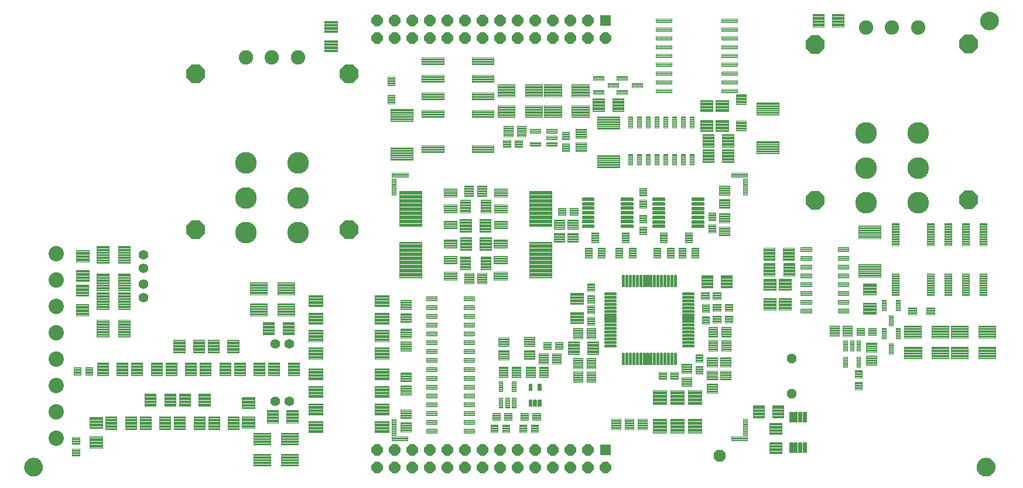
<source format=gts>
G75*
%MOIN*%
%OFA0B0*%
%FSLAX25Y25*%
%IPPOS*%
%LPD*%
%AMOC8*
5,1,8,0,0,1.08239X$1,22.5*
%
%ADD10C,0.05500*%
%ADD11C,0.00408*%
%ADD12C,0.00449*%
%ADD13C,0.00444*%
%ADD14C,0.00450*%
%ADD15C,0.00390*%
%ADD16C,0.00551*%
%ADD17C,0.00486*%
%ADD18C,0.00455*%
%ADD19OC8,0.10500*%
%ADD20C,0.00432*%
%ADD21C,0.12311*%
%ADD22C,0.08177*%
%ADD23C,0.00421*%
%ADD24C,0.00493*%
%ADD25R,0.06406X0.06406*%
%ADD26OC8,0.06406*%
%ADD27C,0.08768*%
%ADD28C,0.00500*%
%ADD29C,0.00576*%
%ADD30C,0.00519*%
%ADD31OC8,0.06996*%
%ADD32C,0.00528*%
%ADD33C,0.00487*%
%ADD34OC8,0.05300*%
%ADD35C,0.00399*%
D10*
X0157462Y0066181D03*
X0165336Y0066181D03*
X0165336Y0098781D03*
X0157462Y0098781D03*
X0082249Y0124994D03*
X0082249Y0132868D03*
X0082249Y0141644D03*
X0082249Y0149518D03*
D11*
X0051194Y0151925D02*
X0051194Y0145535D01*
X0044004Y0145535D01*
X0044004Y0151925D01*
X0051194Y0151925D01*
X0051194Y0145942D02*
X0044004Y0145942D01*
X0044004Y0146349D02*
X0051194Y0146349D01*
X0051194Y0146756D02*
X0044004Y0146756D01*
X0044004Y0147163D02*
X0051194Y0147163D01*
X0051194Y0147570D02*
X0044004Y0147570D01*
X0044004Y0147977D02*
X0051194Y0147977D01*
X0051194Y0148384D02*
X0044004Y0148384D01*
X0044004Y0148791D02*
X0051194Y0148791D01*
X0051194Y0149198D02*
X0044004Y0149198D01*
X0044004Y0149605D02*
X0051194Y0149605D01*
X0051194Y0150012D02*
X0044004Y0150012D01*
X0044004Y0150419D02*
X0051194Y0150419D01*
X0051194Y0150826D02*
X0044004Y0150826D01*
X0044004Y0151233D02*
X0051194Y0151233D01*
X0051194Y0151640D02*
X0044004Y0151640D01*
X0051194Y0140728D02*
X0051194Y0134338D01*
X0044004Y0134338D01*
X0044004Y0140728D01*
X0051194Y0140728D01*
X0051194Y0134745D02*
X0044004Y0134745D01*
X0044004Y0135152D02*
X0051194Y0135152D01*
X0051194Y0135559D02*
X0044004Y0135559D01*
X0044004Y0135966D02*
X0051194Y0135966D01*
X0051194Y0136373D02*
X0044004Y0136373D01*
X0044004Y0136780D02*
X0051194Y0136780D01*
X0051194Y0137187D02*
X0044004Y0137187D01*
X0044004Y0137594D02*
X0051194Y0137594D01*
X0051194Y0138001D02*
X0044004Y0138001D01*
X0044004Y0138408D02*
X0051194Y0138408D01*
X0051194Y0138815D02*
X0044004Y0138815D01*
X0044004Y0139222D02*
X0051194Y0139222D01*
X0051194Y0139629D02*
X0044004Y0139629D01*
X0044004Y0140036D02*
X0051194Y0140036D01*
X0051194Y0140443D02*
X0044004Y0140443D01*
X0043954Y0132475D02*
X0043954Y0126085D01*
X0043954Y0132475D02*
X0051144Y0132475D01*
X0051144Y0126085D01*
X0043954Y0126085D01*
X0043954Y0126492D02*
X0051144Y0126492D01*
X0051144Y0126899D02*
X0043954Y0126899D01*
X0043954Y0127306D02*
X0051144Y0127306D01*
X0051144Y0127713D02*
X0043954Y0127713D01*
X0043954Y0128120D02*
X0051144Y0128120D01*
X0051144Y0128527D02*
X0043954Y0128527D01*
X0043954Y0128934D02*
X0051144Y0128934D01*
X0051144Y0129341D02*
X0043954Y0129341D01*
X0043954Y0129748D02*
X0051144Y0129748D01*
X0051144Y0130155D02*
X0043954Y0130155D01*
X0043954Y0130562D02*
X0051144Y0130562D01*
X0051144Y0130969D02*
X0043954Y0130969D01*
X0043954Y0131376D02*
X0051144Y0131376D01*
X0051144Y0131783D02*
X0043954Y0131783D01*
X0043954Y0132190D02*
X0051144Y0132190D01*
X0043954Y0121278D02*
X0043954Y0114888D01*
X0043954Y0121278D02*
X0051144Y0121278D01*
X0051144Y0114888D01*
X0043954Y0114888D01*
X0043954Y0115295D02*
X0051144Y0115295D01*
X0051144Y0115702D02*
X0043954Y0115702D01*
X0043954Y0116109D02*
X0051144Y0116109D01*
X0051144Y0116516D02*
X0043954Y0116516D01*
X0043954Y0116923D02*
X0051144Y0116923D01*
X0051144Y0117330D02*
X0043954Y0117330D01*
X0043954Y0117737D02*
X0051144Y0117737D01*
X0051144Y0118144D02*
X0043954Y0118144D01*
X0043954Y0118551D02*
X0051144Y0118551D01*
X0051144Y0118958D02*
X0043954Y0118958D01*
X0043954Y0119365D02*
X0051144Y0119365D01*
X0051144Y0119772D02*
X0043954Y0119772D01*
X0043954Y0120179D02*
X0051144Y0120179D01*
X0051144Y0120586D02*
X0043954Y0120586D01*
X0043954Y0120993D02*
X0051144Y0120993D01*
X0099505Y0100926D02*
X0105895Y0100926D01*
X0105895Y0093736D01*
X0099505Y0093736D01*
X0099505Y0100926D01*
X0099505Y0094143D02*
X0105895Y0094143D01*
X0105895Y0094550D02*
X0099505Y0094550D01*
X0099505Y0094957D02*
X0105895Y0094957D01*
X0105895Y0095364D02*
X0099505Y0095364D01*
X0099505Y0095771D02*
X0105895Y0095771D01*
X0105895Y0096178D02*
X0099505Y0096178D01*
X0099505Y0096585D02*
X0105895Y0096585D01*
X0105895Y0096992D02*
X0099505Y0096992D01*
X0099505Y0097399D02*
X0105895Y0097399D01*
X0105895Y0097806D02*
X0099505Y0097806D01*
X0099505Y0098213D02*
X0105895Y0098213D01*
X0105895Y0098620D02*
X0099505Y0098620D01*
X0099505Y0099027D02*
X0105895Y0099027D01*
X0105895Y0099434D02*
X0099505Y0099434D01*
X0099505Y0099841D02*
X0105895Y0099841D01*
X0105895Y0100248D02*
X0099505Y0100248D01*
X0099505Y0100655D02*
X0105895Y0100655D01*
X0110702Y0100926D02*
X0117092Y0100926D01*
X0117092Y0093736D01*
X0110702Y0093736D01*
X0110702Y0100926D01*
X0110702Y0094143D02*
X0117092Y0094143D01*
X0117092Y0094550D02*
X0110702Y0094550D01*
X0110702Y0094957D02*
X0117092Y0094957D01*
X0117092Y0095364D02*
X0110702Y0095364D01*
X0110702Y0095771D02*
X0117092Y0095771D01*
X0117092Y0096178D02*
X0110702Y0096178D01*
X0110702Y0096585D02*
X0117092Y0096585D01*
X0117092Y0096992D02*
X0110702Y0096992D01*
X0110702Y0097399D02*
X0117092Y0097399D01*
X0117092Y0097806D02*
X0110702Y0097806D01*
X0110702Y0098213D02*
X0117092Y0098213D01*
X0117092Y0098620D02*
X0110702Y0098620D01*
X0110702Y0099027D02*
X0117092Y0099027D01*
X0117092Y0099434D02*
X0110702Y0099434D01*
X0110702Y0099841D02*
X0117092Y0099841D01*
X0117092Y0100248D02*
X0110702Y0100248D01*
X0110702Y0100655D02*
X0117092Y0100655D01*
X0118955Y0100926D02*
X0125345Y0100926D01*
X0125345Y0093736D01*
X0118955Y0093736D01*
X0118955Y0100926D01*
X0118955Y0094143D02*
X0125345Y0094143D01*
X0125345Y0094550D02*
X0118955Y0094550D01*
X0118955Y0094957D02*
X0125345Y0094957D01*
X0125345Y0095364D02*
X0118955Y0095364D01*
X0118955Y0095771D02*
X0125345Y0095771D01*
X0125345Y0096178D02*
X0118955Y0096178D01*
X0118955Y0096585D02*
X0125345Y0096585D01*
X0125345Y0096992D02*
X0118955Y0096992D01*
X0118955Y0097399D02*
X0125345Y0097399D01*
X0125345Y0097806D02*
X0118955Y0097806D01*
X0118955Y0098213D02*
X0125345Y0098213D01*
X0125345Y0098620D02*
X0118955Y0098620D01*
X0118955Y0099027D02*
X0125345Y0099027D01*
X0125345Y0099434D02*
X0118955Y0099434D01*
X0118955Y0099841D02*
X0125345Y0099841D01*
X0125345Y0100248D02*
X0118955Y0100248D01*
X0118955Y0100655D02*
X0125345Y0100655D01*
X0130152Y0100926D02*
X0136542Y0100926D01*
X0136542Y0093736D01*
X0130152Y0093736D01*
X0130152Y0100926D01*
X0130152Y0094143D02*
X0136542Y0094143D01*
X0136542Y0094550D02*
X0130152Y0094550D01*
X0130152Y0094957D02*
X0136542Y0094957D01*
X0136542Y0095364D02*
X0130152Y0095364D01*
X0130152Y0095771D02*
X0136542Y0095771D01*
X0136542Y0096178D02*
X0130152Y0096178D01*
X0130152Y0096585D02*
X0136542Y0096585D01*
X0136542Y0096992D02*
X0130152Y0096992D01*
X0130152Y0097399D02*
X0136542Y0097399D01*
X0136542Y0097806D02*
X0130152Y0097806D01*
X0130152Y0098213D02*
X0136542Y0098213D01*
X0136542Y0098620D02*
X0130152Y0098620D01*
X0130152Y0099027D02*
X0136542Y0099027D01*
X0136542Y0099434D02*
X0130152Y0099434D01*
X0130152Y0099841D02*
X0136542Y0099841D01*
X0136542Y0100248D02*
X0130152Y0100248D01*
X0130152Y0100655D02*
X0136542Y0100655D01*
X0150405Y0111126D02*
X0156795Y0111126D01*
X0156795Y0103936D01*
X0150405Y0103936D01*
X0150405Y0111126D01*
X0150405Y0104343D02*
X0156795Y0104343D01*
X0156795Y0104750D02*
X0150405Y0104750D01*
X0150405Y0105157D02*
X0156795Y0105157D01*
X0156795Y0105564D02*
X0150405Y0105564D01*
X0150405Y0105971D02*
X0156795Y0105971D01*
X0156795Y0106378D02*
X0150405Y0106378D01*
X0150405Y0106785D02*
X0156795Y0106785D01*
X0156795Y0107192D02*
X0150405Y0107192D01*
X0150405Y0107599D02*
X0156795Y0107599D01*
X0156795Y0108006D02*
X0150405Y0108006D01*
X0150405Y0108413D02*
X0156795Y0108413D01*
X0156795Y0108820D02*
X0150405Y0108820D01*
X0150405Y0109227D02*
X0156795Y0109227D01*
X0156795Y0109634D02*
X0150405Y0109634D01*
X0150405Y0110041D02*
X0156795Y0110041D01*
X0156795Y0110448D02*
X0150405Y0110448D01*
X0150405Y0110855D02*
X0156795Y0110855D01*
X0161602Y0111126D02*
X0167992Y0111126D01*
X0167992Y0103936D01*
X0161602Y0103936D01*
X0161602Y0111126D01*
X0161602Y0104343D02*
X0167992Y0104343D01*
X0167992Y0104750D02*
X0161602Y0104750D01*
X0161602Y0105157D02*
X0167992Y0105157D01*
X0167992Y0105564D02*
X0161602Y0105564D01*
X0161602Y0105971D02*
X0167992Y0105971D01*
X0167992Y0106378D02*
X0161602Y0106378D01*
X0161602Y0106785D02*
X0167992Y0106785D01*
X0167992Y0107192D02*
X0161602Y0107192D01*
X0161602Y0107599D02*
X0167992Y0107599D01*
X0167992Y0108006D02*
X0161602Y0108006D01*
X0161602Y0108413D02*
X0167992Y0108413D01*
X0167992Y0108820D02*
X0161602Y0108820D01*
X0161602Y0109227D02*
X0167992Y0109227D01*
X0167992Y0109634D02*
X0161602Y0109634D01*
X0161602Y0110041D02*
X0167992Y0110041D01*
X0167992Y0110448D02*
X0161602Y0110448D01*
X0161602Y0110855D02*
X0167992Y0110855D01*
X0176486Y0109986D02*
X0176486Y0116376D01*
X0184452Y0116376D01*
X0184452Y0109986D01*
X0176486Y0109986D01*
X0176486Y0110393D02*
X0184452Y0110393D01*
X0184452Y0110800D02*
X0176486Y0110800D01*
X0176486Y0111207D02*
X0184452Y0111207D01*
X0184452Y0111614D02*
X0176486Y0111614D01*
X0176486Y0112021D02*
X0184452Y0112021D01*
X0184452Y0112428D02*
X0176486Y0112428D01*
X0176486Y0112835D02*
X0184452Y0112835D01*
X0184452Y0113242D02*
X0176486Y0113242D01*
X0176486Y0113649D02*
X0184452Y0113649D01*
X0184452Y0114056D02*
X0176486Y0114056D01*
X0176486Y0114463D02*
X0184452Y0114463D01*
X0184452Y0114870D02*
X0176486Y0114870D01*
X0176486Y0115277D02*
X0184452Y0115277D01*
X0184452Y0115684D02*
X0176486Y0115684D01*
X0176486Y0116091D02*
X0184452Y0116091D01*
X0176486Y0119986D02*
X0176486Y0126376D01*
X0184452Y0126376D01*
X0184452Y0119986D01*
X0176486Y0119986D01*
X0176486Y0120393D02*
X0184452Y0120393D01*
X0184452Y0120800D02*
X0176486Y0120800D01*
X0176486Y0121207D02*
X0184452Y0121207D01*
X0184452Y0121614D02*
X0176486Y0121614D01*
X0176486Y0122021D02*
X0184452Y0122021D01*
X0184452Y0122428D02*
X0176486Y0122428D01*
X0176486Y0122835D02*
X0184452Y0122835D01*
X0184452Y0123242D02*
X0176486Y0123242D01*
X0176486Y0123649D02*
X0184452Y0123649D01*
X0184452Y0124056D02*
X0176486Y0124056D01*
X0176486Y0124463D02*
X0184452Y0124463D01*
X0184452Y0124870D02*
X0176486Y0124870D01*
X0176486Y0125277D02*
X0184452Y0125277D01*
X0184452Y0125684D02*
X0176486Y0125684D01*
X0176486Y0126091D02*
X0184452Y0126091D01*
X0222011Y0126376D02*
X0222011Y0119986D01*
X0214045Y0119986D01*
X0214045Y0126376D01*
X0222011Y0126376D01*
X0222011Y0120393D02*
X0214045Y0120393D01*
X0214045Y0120800D02*
X0222011Y0120800D01*
X0222011Y0121207D02*
X0214045Y0121207D01*
X0214045Y0121614D02*
X0222011Y0121614D01*
X0222011Y0122021D02*
X0214045Y0122021D01*
X0214045Y0122428D02*
X0222011Y0122428D01*
X0222011Y0122835D02*
X0214045Y0122835D01*
X0214045Y0123242D02*
X0222011Y0123242D01*
X0222011Y0123649D02*
X0214045Y0123649D01*
X0214045Y0124056D02*
X0222011Y0124056D01*
X0222011Y0124463D02*
X0214045Y0124463D01*
X0214045Y0124870D02*
X0222011Y0124870D01*
X0222011Y0125277D02*
X0214045Y0125277D01*
X0214045Y0125684D02*
X0222011Y0125684D01*
X0222011Y0126091D02*
X0214045Y0126091D01*
X0222011Y0116376D02*
X0222011Y0109986D01*
X0214045Y0109986D01*
X0214045Y0116376D01*
X0222011Y0116376D01*
X0222011Y0110393D02*
X0214045Y0110393D01*
X0214045Y0110800D02*
X0222011Y0110800D01*
X0222011Y0111207D02*
X0214045Y0111207D01*
X0214045Y0111614D02*
X0222011Y0111614D01*
X0222011Y0112021D02*
X0214045Y0112021D01*
X0214045Y0112428D02*
X0222011Y0112428D01*
X0222011Y0112835D02*
X0214045Y0112835D01*
X0214045Y0113242D02*
X0222011Y0113242D01*
X0222011Y0113649D02*
X0214045Y0113649D01*
X0214045Y0114056D02*
X0222011Y0114056D01*
X0222011Y0114463D02*
X0214045Y0114463D01*
X0214045Y0114870D02*
X0222011Y0114870D01*
X0222011Y0115277D02*
X0214045Y0115277D01*
X0214045Y0115684D02*
X0222011Y0115684D01*
X0222011Y0116091D02*
X0214045Y0116091D01*
X0222011Y0106626D02*
X0222011Y0100236D01*
X0214045Y0100236D01*
X0214045Y0106626D01*
X0222011Y0106626D01*
X0222011Y0100643D02*
X0214045Y0100643D01*
X0214045Y0101050D02*
X0222011Y0101050D01*
X0222011Y0101457D02*
X0214045Y0101457D01*
X0214045Y0101864D02*
X0222011Y0101864D01*
X0222011Y0102271D02*
X0214045Y0102271D01*
X0214045Y0102678D02*
X0222011Y0102678D01*
X0222011Y0103085D02*
X0214045Y0103085D01*
X0214045Y0103492D02*
X0222011Y0103492D01*
X0222011Y0103899D02*
X0214045Y0103899D01*
X0214045Y0104306D02*
X0222011Y0104306D01*
X0222011Y0104713D02*
X0214045Y0104713D01*
X0214045Y0105120D02*
X0222011Y0105120D01*
X0222011Y0105527D02*
X0214045Y0105527D01*
X0214045Y0105934D02*
X0222011Y0105934D01*
X0222011Y0106341D02*
X0214045Y0106341D01*
X0222011Y0096626D02*
X0222011Y0090236D01*
X0214045Y0090236D01*
X0214045Y0096626D01*
X0222011Y0096626D01*
X0222011Y0090643D02*
X0214045Y0090643D01*
X0214045Y0091050D02*
X0222011Y0091050D01*
X0222011Y0091457D02*
X0214045Y0091457D01*
X0214045Y0091864D02*
X0222011Y0091864D01*
X0222011Y0092271D02*
X0214045Y0092271D01*
X0214045Y0092678D02*
X0222011Y0092678D01*
X0222011Y0093085D02*
X0214045Y0093085D01*
X0214045Y0093492D02*
X0222011Y0093492D01*
X0222011Y0093899D02*
X0214045Y0093899D01*
X0214045Y0094306D02*
X0222011Y0094306D01*
X0222011Y0094713D02*
X0214045Y0094713D01*
X0214045Y0095120D02*
X0222011Y0095120D01*
X0222011Y0095527D02*
X0214045Y0095527D01*
X0214045Y0095934D02*
X0222011Y0095934D01*
X0222011Y0096341D02*
X0214045Y0096341D01*
X0222011Y0084676D02*
X0222011Y0078286D01*
X0214045Y0078286D01*
X0214045Y0084676D01*
X0222011Y0084676D01*
X0222011Y0078693D02*
X0214045Y0078693D01*
X0214045Y0079100D02*
X0222011Y0079100D01*
X0222011Y0079507D02*
X0214045Y0079507D01*
X0214045Y0079914D02*
X0222011Y0079914D01*
X0222011Y0080321D02*
X0214045Y0080321D01*
X0214045Y0080728D02*
X0222011Y0080728D01*
X0222011Y0081135D02*
X0214045Y0081135D01*
X0214045Y0081542D02*
X0222011Y0081542D01*
X0222011Y0081949D02*
X0214045Y0081949D01*
X0214045Y0082356D02*
X0222011Y0082356D01*
X0222011Y0082763D02*
X0214045Y0082763D01*
X0214045Y0083170D02*
X0222011Y0083170D01*
X0222011Y0083577D02*
X0214045Y0083577D01*
X0214045Y0083984D02*
X0222011Y0083984D01*
X0222011Y0084391D02*
X0214045Y0084391D01*
X0222011Y0074676D02*
X0222011Y0068286D01*
X0214045Y0068286D01*
X0214045Y0074676D01*
X0222011Y0074676D01*
X0222011Y0068693D02*
X0214045Y0068693D01*
X0214045Y0069100D02*
X0222011Y0069100D01*
X0222011Y0069507D02*
X0214045Y0069507D01*
X0214045Y0069914D02*
X0222011Y0069914D01*
X0222011Y0070321D02*
X0214045Y0070321D01*
X0214045Y0070728D02*
X0222011Y0070728D01*
X0222011Y0071135D02*
X0214045Y0071135D01*
X0214045Y0071542D02*
X0222011Y0071542D01*
X0222011Y0071949D02*
X0214045Y0071949D01*
X0214045Y0072356D02*
X0222011Y0072356D01*
X0222011Y0072763D02*
X0214045Y0072763D01*
X0214045Y0073170D02*
X0222011Y0073170D01*
X0222011Y0073577D02*
X0214045Y0073577D01*
X0214045Y0073984D02*
X0222011Y0073984D01*
X0222011Y0074391D02*
X0214045Y0074391D01*
X0222011Y0064676D02*
X0222011Y0058286D01*
X0214045Y0058286D01*
X0214045Y0064676D01*
X0222011Y0064676D01*
X0222011Y0058693D02*
X0214045Y0058693D01*
X0214045Y0059100D02*
X0222011Y0059100D01*
X0222011Y0059507D02*
X0214045Y0059507D01*
X0214045Y0059914D02*
X0222011Y0059914D01*
X0222011Y0060321D02*
X0214045Y0060321D01*
X0214045Y0060728D02*
X0222011Y0060728D01*
X0222011Y0061135D02*
X0214045Y0061135D01*
X0214045Y0061542D02*
X0222011Y0061542D01*
X0222011Y0061949D02*
X0214045Y0061949D01*
X0214045Y0062356D02*
X0222011Y0062356D01*
X0222011Y0062763D02*
X0214045Y0062763D01*
X0214045Y0063170D02*
X0222011Y0063170D01*
X0222011Y0063577D02*
X0214045Y0063577D01*
X0214045Y0063984D02*
X0222011Y0063984D01*
X0222011Y0064391D02*
X0214045Y0064391D01*
X0222011Y0054676D02*
X0222011Y0048286D01*
X0214045Y0048286D01*
X0214045Y0054676D01*
X0222011Y0054676D01*
X0222011Y0048693D02*
X0214045Y0048693D01*
X0214045Y0049100D02*
X0222011Y0049100D01*
X0222011Y0049507D02*
X0214045Y0049507D01*
X0214045Y0049914D02*
X0222011Y0049914D01*
X0222011Y0050321D02*
X0214045Y0050321D01*
X0214045Y0050728D02*
X0222011Y0050728D01*
X0222011Y0051135D02*
X0214045Y0051135D01*
X0214045Y0051542D02*
X0222011Y0051542D01*
X0222011Y0051949D02*
X0214045Y0051949D01*
X0214045Y0052356D02*
X0222011Y0052356D01*
X0222011Y0052763D02*
X0214045Y0052763D01*
X0214045Y0053170D02*
X0222011Y0053170D01*
X0222011Y0053577D02*
X0214045Y0053577D01*
X0214045Y0053984D02*
X0222011Y0053984D01*
X0222011Y0054391D02*
X0214045Y0054391D01*
X0176486Y0054676D02*
X0176486Y0048286D01*
X0176486Y0054676D02*
X0184452Y0054676D01*
X0184452Y0048286D01*
X0176486Y0048286D01*
X0176486Y0048693D02*
X0184452Y0048693D01*
X0184452Y0049100D02*
X0176486Y0049100D01*
X0176486Y0049507D02*
X0184452Y0049507D01*
X0184452Y0049914D02*
X0176486Y0049914D01*
X0176486Y0050321D02*
X0184452Y0050321D01*
X0184452Y0050728D02*
X0176486Y0050728D01*
X0176486Y0051135D02*
X0184452Y0051135D01*
X0184452Y0051542D02*
X0176486Y0051542D01*
X0176486Y0051949D02*
X0184452Y0051949D01*
X0184452Y0052356D02*
X0176486Y0052356D01*
X0176486Y0052763D02*
X0184452Y0052763D01*
X0184452Y0053170D02*
X0176486Y0053170D01*
X0176486Y0053577D02*
X0184452Y0053577D01*
X0184452Y0053984D02*
X0176486Y0053984D01*
X0176486Y0054391D02*
X0184452Y0054391D01*
X0176486Y0058286D02*
X0176486Y0064676D01*
X0184452Y0064676D01*
X0184452Y0058286D01*
X0176486Y0058286D01*
X0176486Y0058693D02*
X0184452Y0058693D01*
X0184452Y0059100D02*
X0176486Y0059100D01*
X0176486Y0059507D02*
X0184452Y0059507D01*
X0184452Y0059914D02*
X0176486Y0059914D01*
X0176486Y0060321D02*
X0184452Y0060321D01*
X0184452Y0060728D02*
X0176486Y0060728D01*
X0176486Y0061135D02*
X0184452Y0061135D01*
X0184452Y0061542D02*
X0176486Y0061542D01*
X0176486Y0061949D02*
X0184452Y0061949D01*
X0184452Y0062356D02*
X0176486Y0062356D01*
X0176486Y0062763D02*
X0184452Y0062763D01*
X0184452Y0063170D02*
X0176486Y0063170D01*
X0176486Y0063577D02*
X0184452Y0063577D01*
X0184452Y0063984D02*
X0176486Y0063984D01*
X0176486Y0064391D02*
X0184452Y0064391D01*
X0176486Y0068286D02*
X0176486Y0074676D01*
X0184452Y0074676D01*
X0184452Y0068286D01*
X0176486Y0068286D01*
X0176486Y0068693D02*
X0184452Y0068693D01*
X0184452Y0069100D02*
X0176486Y0069100D01*
X0176486Y0069507D02*
X0184452Y0069507D01*
X0184452Y0069914D02*
X0176486Y0069914D01*
X0176486Y0070321D02*
X0184452Y0070321D01*
X0184452Y0070728D02*
X0176486Y0070728D01*
X0176486Y0071135D02*
X0184452Y0071135D01*
X0184452Y0071542D02*
X0176486Y0071542D01*
X0176486Y0071949D02*
X0184452Y0071949D01*
X0184452Y0072356D02*
X0176486Y0072356D01*
X0176486Y0072763D02*
X0184452Y0072763D01*
X0184452Y0073170D02*
X0176486Y0073170D01*
X0176486Y0073577D02*
X0184452Y0073577D01*
X0184452Y0073984D02*
X0176486Y0073984D01*
X0176486Y0074391D02*
X0184452Y0074391D01*
X0176486Y0078286D02*
X0176486Y0084676D01*
X0184452Y0084676D01*
X0184452Y0078286D01*
X0176486Y0078286D01*
X0176486Y0078693D02*
X0184452Y0078693D01*
X0184452Y0079100D02*
X0176486Y0079100D01*
X0176486Y0079507D02*
X0184452Y0079507D01*
X0184452Y0079914D02*
X0176486Y0079914D01*
X0176486Y0080321D02*
X0184452Y0080321D01*
X0184452Y0080728D02*
X0176486Y0080728D01*
X0176486Y0081135D02*
X0184452Y0081135D01*
X0184452Y0081542D02*
X0176486Y0081542D01*
X0176486Y0081949D02*
X0184452Y0081949D01*
X0184452Y0082356D02*
X0176486Y0082356D01*
X0176486Y0082763D02*
X0184452Y0082763D01*
X0184452Y0083170D02*
X0176486Y0083170D01*
X0176486Y0083577D02*
X0184452Y0083577D01*
X0184452Y0083984D02*
X0176486Y0083984D01*
X0176486Y0084391D02*
X0184452Y0084391D01*
X0170992Y0088026D02*
X0164602Y0088026D01*
X0170992Y0088026D02*
X0170992Y0080836D01*
X0164602Y0080836D01*
X0164602Y0088026D01*
X0164602Y0081243D02*
X0170992Y0081243D01*
X0170992Y0081650D02*
X0164602Y0081650D01*
X0164602Y0082057D02*
X0170992Y0082057D01*
X0170992Y0082464D02*
X0164602Y0082464D01*
X0164602Y0082871D02*
X0170992Y0082871D01*
X0170992Y0083278D02*
X0164602Y0083278D01*
X0164602Y0083685D02*
X0170992Y0083685D01*
X0170992Y0084092D02*
X0164602Y0084092D01*
X0164602Y0084499D02*
X0170992Y0084499D01*
X0170992Y0084906D02*
X0164602Y0084906D01*
X0164602Y0085313D02*
X0170992Y0085313D01*
X0170992Y0085720D02*
X0164602Y0085720D01*
X0164602Y0086127D02*
X0170992Y0086127D01*
X0170992Y0086534D02*
X0164602Y0086534D01*
X0164602Y0086941D02*
X0170992Y0086941D01*
X0170992Y0087348D02*
X0164602Y0087348D01*
X0164602Y0087755D02*
X0170992Y0087755D01*
X0176486Y0090236D02*
X0176486Y0096626D01*
X0184452Y0096626D01*
X0184452Y0090236D01*
X0176486Y0090236D01*
X0176486Y0090643D02*
X0184452Y0090643D01*
X0184452Y0091050D02*
X0176486Y0091050D01*
X0176486Y0091457D02*
X0184452Y0091457D01*
X0184452Y0091864D02*
X0176486Y0091864D01*
X0176486Y0092271D02*
X0184452Y0092271D01*
X0184452Y0092678D02*
X0176486Y0092678D01*
X0176486Y0093085D02*
X0184452Y0093085D01*
X0184452Y0093492D02*
X0176486Y0093492D01*
X0176486Y0093899D02*
X0184452Y0093899D01*
X0184452Y0094306D02*
X0176486Y0094306D01*
X0176486Y0094713D02*
X0184452Y0094713D01*
X0184452Y0095120D02*
X0176486Y0095120D01*
X0176486Y0095527D02*
X0184452Y0095527D01*
X0184452Y0095934D02*
X0176486Y0095934D01*
X0176486Y0096341D02*
X0184452Y0096341D01*
X0176486Y0100236D02*
X0176486Y0106626D01*
X0184452Y0106626D01*
X0184452Y0100236D01*
X0176486Y0100236D01*
X0176486Y0100643D02*
X0184452Y0100643D01*
X0184452Y0101050D02*
X0176486Y0101050D01*
X0176486Y0101457D02*
X0184452Y0101457D01*
X0184452Y0101864D02*
X0176486Y0101864D01*
X0176486Y0102271D02*
X0184452Y0102271D01*
X0184452Y0102678D02*
X0176486Y0102678D01*
X0176486Y0103085D02*
X0184452Y0103085D01*
X0184452Y0103492D02*
X0176486Y0103492D01*
X0176486Y0103899D02*
X0184452Y0103899D01*
X0184452Y0104306D02*
X0176486Y0104306D01*
X0176486Y0104713D02*
X0184452Y0104713D01*
X0184452Y0105120D02*
X0176486Y0105120D01*
X0176486Y0105527D02*
X0184452Y0105527D01*
X0184452Y0105934D02*
X0176486Y0105934D01*
X0176486Y0106341D02*
X0184452Y0106341D01*
X0159795Y0088026D02*
X0153405Y0088026D01*
X0159795Y0088026D02*
X0159795Y0080836D01*
X0153405Y0080836D01*
X0153405Y0088026D01*
X0153405Y0081243D02*
X0159795Y0081243D01*
X0159795Y0081650D02*
X0153405Y0081650D01*
X0153405Y0082057D02*
X0159795Y0082057D01*
X0159795Y0082464D02*
X0153405Y0082464D01*
X0153405Y0082871D02*
X0159795Y0082871D01*
X0159795Y0083278D02*
X0153405Y0083278D01*
X0153405Y0083685D02*
X0159795Y0083685D01*
X0159795Y0084092D02*
X0153405Y0084092D01*
X0153405Y0084499D02*
X0159795Y0084499D01*
X0159795Y0084906D02*
X0153405Y0084906D01*
X0153405Y0085313D02*
X0159795Y0085313D01*
X0159795Y0085720D02*
X0153405Y0085720D01*
X0153405Y0086127D02*
X0159795Y0086127D01*
X0159795Y0086534D02*
X0153405Y0086534D01*
X0153405Y0086941D02*
X0159795Y0086941D01*
X0159795Y0087348D02*
X0153405Y0087348D01*
X0153405Y0087755D02*
X0159795Y0087755D01*
X0151492Y0088026D02*
X0145102Y0088026D01*
X0151492Y0088026D02*
X0151492Y0080836D01*
X0145102Y0080836D01*
X0145102Y0088026D01*
X0145102Y0081243D02*
X0151492Y0081243D01*
X0151492Y0081650D02*
X0145102Y0081650D01*
X0145102Y0082057D02*
X0151492Y0082057D01*
X0151492Y0082464D02*
X0145102Y0082464D01*
X0145102Y0082871D02*
X0151492Y0082871D01*
X0151492Y0083278D02*
X0145102Y0083278D01*
X0145102Y0083685D02*
X0151492Y0083685D01*
X0151492Y0084092D02*
X0145102Y0084092D01*
X0145102Y0084499D02*
X0151492Y0084499D01*
X0151492Y0084906D02*
X0145102Y0084906D01*
X0145102Y0085313D02*
X0151492Y0085313D01*
X0151492Y0085720D02*
X0145102Y0085720D01*
X0145102Y0086127D02*
X0151492Y0086127D01*
X0151492Y0086534D02*
X0145102Y0086534D01*
X0145102Y0086941D02*
X0151492Y0086941D01*
X0151492Y0087348D02*
X0145102Y0087348D01*
X0145102Y0087755D02*
X0151492Y0087755D01*
X0140295Y0088026D02*
X0133905Y0088026D01*
X0140295Y0088026D02*
X0140295Y0080836D01*
X0133905Y0080836D01*
X0133905Y0088026D01*
X0133905Y0081243D02*
X0140295Y0081243D01*
X0140295Y0081650D02*
X0133905Y0081650D01*
X0133905Y0082057D02*
X0140295Y0082057D01*
X0140295Y0082464D02*
X0133905Y0082464D01*
X0133905Y0082871D02*
X0140295Y0082871D01*
X0140295Y0083278D02*
X0133905Y0083278D01*
X0133905Y0083685D02*
X0140295Y0083685D01*
X0140295Y0084092D02*
X0133905Y0084092D01*
X0133905Y0084499D02*
X0140295Y0084499D01*
X0140295Y0084906D02*
X0133905Y0084906D01*
X0133905Y0085313D02*
X0140295Y0085313D01*
X0140295Y0085720D02*
X0133905Y0085720D01*
X0133905Y0086127D02*
X0140295Y0086127D01*
X0140295Y0086534D02*
X0133905Y0086534D01*
X0133905Y0086941D02*
X0140295Y0086941D01*
X0140295Y0087348D02*
X0133905Y0087348D01*
X0133905Y0087755D02*
X0140295Y0087755D01*
X0131992Y0088026D02*
X0125602Y0088026D01*
X0131992Y0088026D02*
X0131992Y0080836D01*
X0125602Y0080836D01*
X0125602Y0088026D01*
X0125602Y0081243D02*
X0131992Y0081243D01*
X0131992Y0081650D02*
X0125602Y0081650D01*
X0125602Y0082057D02*
X0131992Y0082057D01*
X0131992Y0082464D02*
X0125602Y0082464D01*
X0125602Y0082871D02*
X0131992Y0082871D01*
X0131992Y0083278D02*
X0125602Y0083278D01*
X0125602Y0083685D02*
X0131992Y0083685D01*
X0131992Y0084092D02*
X0125602Y0084092D01*
X0125602Y0084499D02*
X0131992Y0084499D01*
X0131992Y0084906D02*
X0125602Y0084906D01*
X0125602Y0085313D02*
X0131992Y0085313D01*
X0131992Y0085720D02*
X0125602Y0085720D01*
X0125602Y0086127D02*
X0131992Y0086127D01*
X0131992Y0086534D02*
X0125602Y0086534D01*
X0125602Y0086941D02*
X0131992Y0086941D01*
X0131992Y0087348D02*
X0125602Y0087348D01*
X0125602Y0087755D02*
X0131992Y0087755D01*
X0120795Y0088026D02*
X0114405Y0088026D01*
X0120795Y0088026D02*
X0120795Y0080836D01*
X0114405Y0080836D01*
X0114405Y0088026D01*
X0114405Y0081243D02*
X0120795Y0081243D01*
X0120795Y0081650D02*
X0114405Y0081650D01*
X0114405Y0082057D02*
X0120795Y0082057D01*
X0120795Y0082464D02*
X0114405Y0082464D01*
X0114405Y0082871D02*
X0120795Y0082871D01*
X0120795Y0083278D02*
X0114405Y0083278D01*
X0114405Y0083685D02*
X0120795Y0083685D01*
X0120795Y0084092D02*
X0114405Y0084092D01*
X0114405Y0084499D02*
X0120795Y0084499D01*
X0120795Y0084906D02*
X0114405Y0084906D01*
X0114405Y0085313D02*
X0120795Y0085313D01*
X0120795Y0085720D02*
X0114405Y0085720D01*
X0114405Y0086127D02*
X0120795Y0086127D01*
X0120795Y0086534D02*
X0114405Y0086534D01*
X0114405Y0086941D02*
X0120795Y0086941D01*
X0120795Y0087348D02*
X0114405Y0087348D01*
X0114405Y0087755D02*
X0120795Y0087755D01*
X0112492Y0088026D02*
X0106102Y0088026D01*
X0112492Y0088026D02*
X0112492Y0080836D01*
X0106102Y0080836D01*
X0106102Y0088026D01*
X0106102Y0081243D02*
X0112492Y0081243D01*
X0112492Y0081650D02*
X0106102Y0081650D01*
X0106102Y0082057D02*
X0112492Y0082057D01*
X0112492Y0082464D02*
X0106102Y0082464D01*
X0106102Y0082871D02*
X0112492Y0082871D01*
X0112492Y0083278D02*
X0106102Y0083278D01*
X0106102Y0083685D02*
X0112492Y0083685D01*
X0112492Y0084092D02*
X0106102Y0084092D01*
X0106102Y0084499D02*
X0112492Y0084499D01*
X0112492Y0084906D02*
X0106102Y0084906D01*
X0106102Y0085313D02*
X0112492Y0085313D01*
X0112492Y0085720D02*
X0106102Y0085720D01*
X0106102Y0086127D02*
X0112492Y0086127D01*
X0112492Y0086534D02*
X0106102Y0086534D01*
X0106102Y0086941D02*
X0112492Y0086941D01*
X0112492Y0087348D02*
X0106102Y0087348D01*
X0106102Y0087755D02*
X0112492Y0087755D01*
X0101295Y0088026D02*
X0094905Y0088026D01*
X0101295Y0088026D02*
X0101295Y0080836D01*
X0094905Y0080836D01*
X0094905Y0088026D01*
X0094905Y0081243D02*
X0101295Y0081243D01*
X0101295Y0081650D02*
X0094905Y0081650D01*
X0094905Y0082057D02*
X0101295Y0082057D01*
X0101295Y0082464D02*
X0094905Y0082464D01*
X0094905Y0082871D02*
X0101295Y0082871D01*
X0101295Y0083278D02*
X0094905Y0083278D01*
X0094905Y0083685D02*
X0101295Y0083685D01*
X0101295Y0084092D02*
X0094905Y0084092D01*
X0094905Y0084499D02*
X0101295Y0084499D01*
X0101295Y0084906D02*
X0094905Y0084906D01*
X0094905Y0085313D02*
X0101295Y0085313D01*
X0101295Y0085720D02*
X0094905Y0085720D01*
X0094905Y0086127D02*
X0101295Y0086127D01*
X0101295Y0086534D02*
X0094905Y0086534D01*
X0094905Y0086941D02*
X0101295Y0086941D01*
X0101295Y0087348D02*
X0094905Y0087348D01*
X0094905Y0087755D02*
X0101295Y0087755D01*
X0092992Y0088026D02*
X0086602Y0088026D01*
X0092992Y0088026D02*
X0092992Y0080836D01*
X0086602Y0080836D01*
X0086602Y0088026D01*
X0086602Y0081243D02*
X0092992Y0081243D01*
X0092992Y0081650D02*
X0086602Y0081650D01*
X0086602Y0082057D02*
X0092992Y0082057D01*
X0092992Y0082464D02*
X0086602Y0082464D01*
X0086602Y0082871D02*
X0092992Y0082871D01*
X0092992Y0083278D02*
X0086602Y0083278D01*
X0086602Y0083685D02*
X0092992Y0083685D01*
X0092992Y0084092D02*
X0086602Y0084092D01*
X0086602Y0084499D02*
X0092992Y0084499D01*
X0092992Y0084906D02*
X0086602Y0084906D01*
X0086602Y0085313D02*
X0092992Y0085313D01*
X0092992Y0085720D02*
X0086602Y0085720D01*
X0086602Y0086127D02*
X0092992Y0086127D01*
X0092992Y0086534D02*
X0086602Y0086534D01*
X0086602Y0086941D02*
X0092992Y0086941D01*
X0092992Y0087348D02*
X0086602Y0087348D01*
X0086602Y0087755D02*
X0092992Y0087755D01*
X0081795Y0088026D02*
X0075405Y0088026D01*
X0081795Y0088026D02*
X0081795Y0080836D01*
X0075405Y0080836D01*
X0075405Y0088026D01*
X0075405Y0081243D02*
X0081795Y0081243D01*
X0081795Y0081650D02*
X0075405Y0081650D01*
X0075405Y0082057D02*
X0081795Y0082057D01*
X0081795Y0082464D02*
X0075405Y0082464D01*
X0075405Y0082871D02*
X0081795Y0082871D01*
X0081795Y0083278D02*
X0075405Y0083278D01*
X0075405Y0083685D02*
X0081795Y0083685D01*
X0081795Y0084092D02*
X0075405Y0084092D01*
X0075405Y0084499D02*
X0081795Y0084499D01*
X0081795Y0084906D02*
X0075405Y0084906D01*
X0075405Y0085313D02*
X0081795Y0085313D01*
X0081795Y0085720D02*
X0075405Y0085720D01*
X0075405Y0086127D02*
X0081795Y0086127D01*
X0081795Y0086534D02*
X0075405Y0086534D01*
X0075405Y0086941D02*
X0081795Y0086941D01*
X0081795Y0087348D02*
X0075405Y0087348D01*
X0075405Y0087755D02*
X0081795Y0087755D01*
X0073492Y0088026D02*
X0067102Y0088026D01*
X0073492Y0088026D02*
X0073492Y0080836D01*
X0067102Y0080836D01*
X0067102Y0088026D01*
X0067102Y0081243D02*
X0073492Y0081243D01*
X0073492Y0081650D02*
X0067102Y0081650D01*
X0067102Y0082057D02*
X0073492Y0082057D01*
X0073492Y0082464D02*
X0067102Y0082464D01*
X0067102Y0082871D02*
X0073492Y0082871D01*
X0073492Y0083278D02*
X0067102Y0083278D01*
X0067102Y0083685D02*
X0073492Y0083685D01*
X0073492Y0084092D02*
X0067102Y0084092D01*
X0067102Y0084499D02*
X0073492Y0084499D01*
X0073492Y0084906D02*
X0067102Y0084906D01*
X0067102Y0085313D02*
X0073492Y0085313D01*
X0073492Y0085720D02*
X0067102Y0085720D01*
X0067102Y0086127D02*
X0073492Y0086127D01*
X0073492Y0086534D02*
X0067102Y0086534D01*
X0067102Y0086941D02*
X0073492Y0086941D01*
X0073492Y0087348D02*
X0067102Y0087348D01*
X0067102Y0087755D02*
X0073492Y0087755D01*
X0062295Y0088026D02*
X0055905Y0088026D01*
X0062295Y0088026D02*
X0062295Y0080836D01*
X0055905Y0080836D01*
X0055905Y0088026D01*
X0055905Y0081243D02*
X0062295Y0081243D01*
X0062295Y0081650D02*
X0055905Y0081650D01*
X0055905Y0082057D02*
X0062295Y0082057D01*
X0062295Y0082464D02*
X0055905Y0082464D01*
X0055905Y0082871D02*
X0062295Y0082871D01*
X0062295Y0083278D02*
X0055905Y0083278D01*
X0055905Y0083685D02*
X0062295Y0083685D01*
X0062295Y0084092D02*
X0055905Y0084092D01*
X0055905Y0084499D02*
X0062295Y0084499D01*
X0062295Y0084906D02*
X0055905Y0084906D01*
X0055905Y0085313D02*
X0062295Y0085313D01*
X0062295Y0085720D02*
X0055905Y0085720D01*
X0055905Y0086127D02*
X0062295Y0086127D01*
X0062295Y0086534D02*
X0055905Y0086534D01*
X0055905Y0086941D02*
X0062295Y0086941D01*
X0062295Y0087348D02*
X0055905Y0087348D01*
X0055905Y0087755D02*
X0062295Y0087755D01*
X0083105Y0070476D02*
X0089495Y0070476D01*
X0089495Y0063286D01*
X0083105Y0063286D01*
X0083105Y0070476D01*
X0083105Y0063693D02*
X0089495Y0063693D01*
X0089495Y0064100D02*
X0083105Y0064100D01*
X0083105Y0064507D02*
X0089495Y0064507D01*
X0089495Y0064914D02*
X0083105Y0064914D01*
X0083105Y0065321D02*
X0089495Y0065321D01*
X0089495Y0065728D02*
X0083105Y0065728D01*
X0083105Y0066135D02*
X0089495Y0066135D01*
X0089495Y0066542D02*
X0083105Y0066542D01*
X0083105Y0066949D02*
X0089495Y0066949D01*
X0089495Y0067356D02*
X0083105Y0067356D01*
X0083105Y0067763D02*
X0089495Y0067763D01*
X0089495Y0068170D02*
X0083105Y0068170D01*
X0083105Y0068577D02*
X0089495Y0068577D01*
X0089495Y0068984D02*
X0083105Y0068984D01*
X0083105Y0069391D02*
X0089495Y0069391D01*
X0089495Y0069798D02*
X0083105Y0069798D01*
X0083105Y0070205D02*
X0089495Y0070205D01*
X0094302Y0070476D02*
X0100692Y0070476D01*
X0100692Y0063286D01*
X0094302Y0063286D01*
X0094302Y0070476D01*
X0094302Y0063693D02*
X0100692Y0063693D01*
X0100692Y0064100D02*
X0094302Y0064100D01*
X0094302Y0064507D02*
X0100692Y0064507D01*
X0100692Y0064914D02*
X0094302Y0064914D01*
X0094302Y0065321D02*
X0100692Y0065321D01*
X0100692Y0065728D02*
X0094302Y0065728D01*
X0094302Y0066135D02*
X0100692Y0066135D01*
X0100692Y0066542D02*
X0094302Y0066542D01*
X0094302Y0066949D02*
X0100692Y0066949D01*
X0100692Y0067356D02*
X0094302Y0067356D01*
X0094302Y0067763D02*
X0100692Y0067763D01*
X0100692Y0068170D02*
X0094302Y0068170D01*
X0094302Y0068577D02*
X0100692Y0068577D01*
X0100692Y0068984D02*
X0094302Y0068984D01*
X0094302Y0069391D02*
X0100692Y0069391D01*
X0100692Y0069798D02*
X0094302Y0069798D01*
X0094302Y0070205D02*
X0100692Y0070205D01*
X0102605Y0070476D02*
X0108995Y0070476D01*
X0108995Y0063286D01*
X0102605Y0063286D01*
X0102605Y0070476D01*
X0102605Y0063693D02*
X0108995Y0063693D01*
X0108995Y0064100D02*
X0102605Y0064100D01*
X0102605Y0064507D02*
X0108995Y0064507D01*
X0108995Y0064914D02*
X0102605Y0064914D01*
X0102605Y0065321D02*
X0108995Y0065321D01*
X0108995Y0065728D02*
X0102605Y0065728D01*
X0102605Y0066135D02*
X0108995Y0066135D01*
X0108995Y0066542D02*
X0102605Y0066542D01*
X0102605Y0066949D02*
X0108995Y0066949D01*
X0108995Y0067356D02*
X0102605Y0067356D01*
X0102605Y0067763D02*
X0108995Y0067763D01*
X0108995Y0068170D02*
X0102605Y0068170D01*
X0102605Y0068577D02*
X0108995Y0068577D01*
X0108995Y0068984D02*
X0102605Y0068984D01*
X0102605Y0069391D02*
X0108995Y0069391D01*
X0108995Y0069798D02*
X0102605Y0069798D01*
X0102605Y0070205D02*
X0108995Y0070205D01*
X0113802Y0070476D02*
X0120192Y0070476D01*
X0120192Y0063286D01*
X0113802Y0063286D01*
X0113802Y0070476D01*
X0113802Y0063693D02*
X0120192Y0063693D01*
X0120192Y0064100D02*
X0113802Y0064100D01*
X0113802Y0064507D02*
X0120192Y0064507D01*
X0120192Y0064914D02*
X0113802Y0064914D01*
X0113802Y0065321D02*
X0120192Y0065321D01*
X0120192Y0065728D02*
X0113802Y0065728D01*
X0113802Y0066135D02*
X0120192Y0066135D01*
X0120192Y0066542D02*
X0113802Y0066542D01*
X0113802Y0066949D02*
X0120192Y0066949D01*
X0120192Y0067356D02*
X0113802Y0067356D01*
X0113802Y0067763D02*
X0120192Y0067763D01*
X0120192Y0068170D02*
X0113802Y0068170D01*
X0113802Y0068577D02*
X0120192Y0068577D01*
X0120192Y0068984D02*
X0113802Y0068984D01*
X0113802Y0069391D02*
X0120192Y0069391D01*
X0120192Y0069798D02*
X0113802Y0069798D01*
X0113802Y0070205D02*
X0120192Y0070205D01*
X0138504Y0068475D02*
X0138504Y0062085D01*
X0138504Y0068475D02*
X0145694Y0068475D01*
X0145694Y0062085D01*
X0138504Y0062085D01*
X0138504Y0062492D02*
X0145694Y0062492D01*
X0145694Y0062899D02*
X0138504Y0062899D01*
X0138504Y0063306D02*
X0145694Y0063306D01*
X0145694Y0063713D02*
X0138504Y0063713D01*
X0138504Y0064120D02*
X0145694Y0064120D01*
X0145694Y0064527D02*
X0138504Y0064527D01*
X0138504Y0064934D02*
X0145694Y0064934D01*
X0145694Y0065341D02*
X0138504Y0065341D01*
X0138504Y0065748D02*
X0145694Y0065748D01*
X0145694Y0066155D02*
X0138504Y0066155D01*
X0138504Y0066562D02*
X0145694Y0066562D01*
X0145694Y0066969D02*
X0138504Y0066969D01*
X0138504Y0067376D02*
X0145694Y0067376D01*
X0145694Y0067783D02*
X0138504Y0067783D01*
X0138504Y0068190D02*
X0145694Y0068190D01*
X0152605Y0061076D02*
X0158995Y0061076D01*
X0158995Y0053886D01*
X0152605Y0053886D01*
X0152605Y0061076D01*
X0152605Y0054293D02*
X0158995Y0054293D01*
X0158995Y0054700D02*
X0152605Y0054700D01*
X0152605Y0055107D02*
X0158995Y0055107D01*
X0158995Y0055514D02*
X0152605Y0055514D01*
X0152605Y0055921D02*
X0158995Y0055921D01*
X0158995Y0056328D02*
X0152605Y0056328D01*
X0152605Y0056735D02*
X0158995Y0056735D01*
X0158995Y0057142D02*
X0152605Y0057142D01*
X0152605Y0057549D02*
X0158995Y0057549D01*
X0158995Y0057956D02*
X0152605Y0057956D01*
X0152605Y0058363D02*
X0158995Y0058363D01*
X0158995Y0058770D02*
X0152605Y0058770D01*
X0152605Y0059177D02*
X0158995Y0059177D01*
X0158995Y0059584D02*
X0152605Y0059584D01*
X0152605Y0059991D02*
X0158995Y0059991D01*
X0158995Y0060398D02*
X0152605Y0060398D01*
X0152605Y0060805D02*
X0158995Y0060805D01*
X0163802Y0061076D02*
X0170192Y0061076D01*
X0170192Y0053886D01*
X0163802Y0053886D01*
X0163802Y0061076D01*
X0163802Y0054293D02*
X0170192Y0054293D01*
X0170192Y0054700D02*
X0163802Y0054700D01*
X0163802Y0055107D02*
X0170192Y0055107D01*
X0170192Y0055514D02*
X0163802Y0055514D01*
X0163802Y0055921D02*
X0170192Y0055921D01*
X0170192Y0056328D02*
X0163802Y0056328D01*
X0163802Y0056735D02*
X0170192Y0056735D01*
X0170192Y0057142D02*
X0163802Y0057142D01*
X0163802Y0057549D02*
X0170192Y0057549D01*
X0170192Y0057956D02*
X0163802Y0057956D01*
X0163802Y0058363D02*
X0170192Y0058363D01*
X0170192Y0058770D02*
X0163802Y0058770D01*
X0163802Y0059177D02*
X0170192Y0059177D01*
X0170192Y0059584D02*
X0163802Y0059584D01*
X0163802Y0059991D02*
X0170192Y0059991D01*
X0170192Y0060398D02*
X0163802Y0060398D01*
X0163802Y0060805D02*
X0170192Y0060805D01*
X0138504Y0057278D02*
X0138504Y0050888D01*
X0138504Y0057278D02*
X0145694Y0057278D01*
X0145694Y0050888D01*
X0138504Y0050888D01*
X0138504Y0051295D02*
X0145694Y0051295D01*
X0145694Y0051702D02*
X0138504Y0051702D01*
X0138504Y0052109D02*
X0145694Y0052109D01*
X0145694Y0052516D02*
X0138504Y0052516D01*
X0138504Y0052923D02*
X0145694Y0052923D01*
X0145694Y0053330D02*
X0138504Y0053330D01*
X0138504Y0053737D02*
X0145694Y0053737D01*
X0145694Y0054144D02*
X0138504Y0054144D01*
X0138504Y0054551D02*
X0145694Y0054551D01*
X0145694Y0054958D02*
X0138504Y0054958D01*
X0138504Y0055365D02*
X0145694Y0055365D01*
X0145694Y0055772D02*
X0138504Y0055772D01*
X0138504Y0056179D02*
X0145694Y0056179D01*
X0145694Y0056586D02*
X0138504Y0056586D01*
X0138504Y0056993D02*
X0145694Y0056993D01*
X0136792Y0057276D02*
X0130402Y0057276D01*
X0136792Y0057276D02*
X0136792Y0050086D01*
X0130402Y0050086D01*
X0130402Y0057276D01*
X0130402Y0050493D02*
X0136792Y0050493D01*
X0136792Y0050900D02*
X0130402Y0050900D01*
X0130402Y0051307D02*
X0136792Y0051307D01*
X0136792Y0051714D02*
X0130402Y0051714D01*
X0130402Y0052121D02*
X0136792Y0052121D01*
X0136792Y0052528D02*
X0130402Y0052528D01*
X0130402Y0052935D02*
X0136792Y0052935D01*
X0136792Y0053342D02*
X0130402Y0053342D01*
X0130402Y0053749D02*
X0136792Y0053749D01*
X0136792Y0054156D02*
X0130402Y0054156D01*
X0130402Y0054563D02*
X0136792Y0054563D01*
X0136792Y0054970D02*
X0130402Y0054970D01*
X0130402Y0055377D02*
X0136792Y0055377D01*
X0136792Y0055784D02*
X0130402Y0055784D01*
X0130402Y0056191D02*
X0136792Y0056191D01*
X0136792Y0056598D02*
X0130402Y0056598D01*
X0130402Y0057005D02*
X0136792Y0057005D01*
X0125595Y0057276D02*
X0119205Y0057276D01*
X0125595Y0057276D02*
X0125595Y0050086D01*
X0119205Y0050086D01*
X0119205Y0057276D01*
X0119205Y0050493D02*
X0125595Y0050493D01*
X0125595Y0050900D02*
X0119205Y0050900D01*
X0119205Y0051307D02*
X0125595Y0051307D01*
X0125595Y0051714D02*
X0119205Y0051714D01*
X0119205Y0052121D02*
X0125595Y0052121D01*
X0125595Y0052528D02*
X0119205Y0052528D01*
X0119205Y0052935D02*
X0125595Y0052935D01*
X0125595Y0053342D02*
X0119205Y0053342D01*
X0119205Y0053749D02*
X0125595Y0053749D01*
X0125595Y0054156D02*
X0119205Y0054156D01*
X0119205Y0054563D02*
X0125595Y0054563D01*
X0125595Y0054970D02*
X0119205Y0054970D01*
X0119205Y0055377D02*
X0125595Y0055377D01*
X0125595Y0055784D02*
X0119205Y0055784D01*
X0119205Y0056191D02*
X0125595Y0056191D01*
X0125595Y0056598D02*
X0119205Y0056598D01*
X0119205Y0057005D02*
X0125595Y0057005D01*
X0117292Y0057276D02*
X0110902Y0057276D01*
X0117292Y0057276D02*
X0117292Y0050086D01*
X0110902Y0050086D01*
X0110902Y0057276D01*
X0110902Y0050493D02*
X0117292Y0050493D01*
X0117292Y0050900D02*
X0110902Y0050900D01*
X0110902Y0051307D02*
X0117292Y0051307D01*
X0117292Y0051714D02*
X0110902Y0051714D01*
X0110902Y0052121D02*
X0117292Y0052121D01*
X0117292Y0052528D02*
X0110902Y0052528D01*
X0110902Y0052935D02*
X0117292Y0052935D01*
X0117292Y0053342D02*
X0110902Y0053342D01*
X0110902Y0053749D02*
X0117292Y0053749D01*
X0117292Y0054156D02*
X0110902Y0054156D01*
X0110902Y0054563D02*
X0117292Y0054563D01*
X0117292Y0054970D02*
X0110902Y0054970D01*
X0110902Y0055377D02*
X0117292Y0055377D01*
X0117292Y0055784D02*
X0110902Y0055784D01*
X0110902Y0056191D02*
X0117292Y0056191D01*
X0117292Y0056598D02*
X0110902Y0056598D01*
X0110902Y0057005D02*
X0117292Y0057005D01*
X0106095Y0057276D02*
X0099705Y0057276D01*
X0106095Y0057276D02*
X0106095Y0050086D01*
X0099705Y0050086D01*
X0099705Y0057276D01*
X0099705Y0050493D02*
X0106095Y0050493D01*
X0106095Y0050900D02*
X0099705Y0050900D01*
X0099705Y0051307D02*
X0106095Y0051307D01*
X0106095Y0051714D02*
X0099705Y0051714D01*
X0099705Y0052121D02*
X0106095Y0052121D01*
X0106095Y0052528D02*
X0099705Y0052528D01*
X0099705Y0052935D02*
X0106095Y0052935D01*
X0106095Y0053342D02*
X0099705Y0053342D01*
X0099705Y0053749D02*
X0106095Y0053749D01*
X0106095Y0054156D02*
X0099705Y0054156D01*
X0099705Y0054563D02*
X0106095Y0054563D01*
X0106095Y0054970D02*
X0099705Y0054970D01*
X0099705Y0055377D02*
X0106095Y0055377D01*
X0106095Y0055784D02*
X0099705Y0055784D01*
X0099705Y0056191D02*
X0106095Y0056191D01*
X0106095Y0056598D02*
X0099705Y0056598D01*
X0099705Y0057005D02*
X0106095Y0057005D01*
X0097792Y0057276D02*
X0091402Y0057276D01*
X0097792Y0057276D02*
X0097792Y0050086D01*
X0091402Y0050086D01*
X0091402Y0057276D01*
X0091402Y0050493D02*
X0097792Y0050493D01*
X0097792Y0050900D02*
X0091402Y0050900D01*
X0091402Y0051307D02*
X0097792Y0051307D01*
X0097792Y0051714D02*
X0091402Y0051714D01*
X0091402Y0052121D02*
X0097792Y0052121D01*
X0097792Y0052528D02*
X0091402Y0052528D01*
X0091402Y0052935D02*
X0097792Y0052935D01*
X0097792Y0053342D02*
X0091402Y0053342D01*
X0091402Y0053749D02*
X0097792Y0053749D01*
X0097792Y0054156D02*
X0091402Y0054156D01*
X0091402Y0054563D02*
X0097792Y0054563D01*
X0097792Y0054970D02*
X0091402Y0054970D01*
X0091402Y0055377D02*
X0097792Y0055377D01*
X0097792Y0055784D02*
X0091402Y0055784D01*
X0091402Y0056191D02*
X0097792Y0056191D01*
X0097792Y0056598D02*
X0091402Y0056598D01*
X0091402Y0057005D02*
X0097792Y0057005D01*
X0086595Y0057276D02*
X0080205Y0057276D01*
X0086595Y0057276D02*
X0086595Y0050086D01*
X0080205Y0050086D01*
X0080205Y0057276D01*
X0080205Y0050493D02*
X0086595Y0050493D01*
X0086595Y0050900D02*
X0080205Y0050900D01*
X0080205Y0051307D02*
X0086595Y0051307D01*
X0086595Y0051714D02*
X0080205Y0051714D01*
X0080205Y0052121D02*
X0086595Y0052121D01*
X0086595Y0052528D02*
X0080205Y0052528D01*
X0080205Y0052935D02*
X0086595Y0052935D01*
X0086595Y0053342D02*
X0080205Y0053342D01*
X0080205Y0053749D02*
X0086595Y0053749D01*
X0086595Y0054156D02*
X0080205Y0054156D01*
X0080205Y0054563D02*
X0086595Y0054563D01*
X0086595Y0054970D02*
X0080205Y0054970D01*
X0080205Y0055377D02*
X0086595Y0055377D01*
X0086595Y0055784D02*
X0080205Y0055784D01*
X0080205Y0056191D02*
X0086595Y0056191D01*
X0086595Y0056598D02*
X0080205Y0056598D01*
X0080205Y0057005D02*
X0086595Y0057005D01*
X0078292Y0057276D02*
X0071902Y0057276D01*
X0078292Y0057276D02*
X0078292Y0050086D01*
X0071902Y0050086D01*
X0071902Y0057276D01*
X0071902Y0050493D02*
X0078292Y0050493D01*
X0078292Y0050900D02*
X0071902Y0050900D01*
X0071902Y0051307D02*
X0078292Y0051307D01*
X0078292Y0051714D02*
X0071902Y0051714D01*
X0071902Y0052121D02*
X0078292Y0052121D01*
X0078292Y0052528D02*
X0071902Y0052528D01*
X0071902Y0052935D02*
X0078292Y0052935D01*
X0078292Y0053342D02*
X0071902Y0053342D01*
X0071902Y0053749D02*
X0078292Y0053749D01*
X0078292Y0054156D02*
X0071902Y0054156D01*
X0071902Y0054563D02*
X0078292Y0054563D01*
X0078292Y0054970D02*
X0071902Y0054970D01*
X0071902Y0055377D02*
X0078292Y0055377D01*
X0078292Y0055784D02*
X0071902Y0055784D01*
X0071902Y0056191D02*
X0078292Y0056191D01*
X0078292Y0056598D02*
X0071902Y0056598D01*
X0071902Y0057005D02*
X0078292Y0057005D01*
X0067095Y0057276D02*
X0060705Y0057276D01*
X0067095Y0057276D02*
X0067095Y0050086D01*
X0060705Y0050086D01*
X0060705Y0057276D01*
X0060705Y0050493D02*
X0067095Y0050493D01*
X0067095Y0050900D02*
X0060705Y0050900D01*
X0060705Y0051307D02*
X0067095Y0051307D01*
X0067095Y0051714D02*
X0060705Y0051714D01*
X0060705Y0052121D02*
X0067095Y0052121D01*
X0067095Y0052528D02*
X0060705Y0052528D01*
X0060705Y0052935D02*
X0067095Y0052935D01*
X0067095Y0053342D02*
X0060705Y0053342D01*
X0060705Y0053749D02*
X0067095Y0053749D01*
X0067095Y0054156D02*
X0060705Y0054156D01*
X0060705Y0054563D02*
X0067095Y0054563D01*
X0067095Y0054970D02*
X0060705Y0054970D01*
X0060705Y0055377D02*
X0067095Y0055377D01*
X0067095Y0055784D02*
X0060705Y0055784D01*
X0060705Y0056191D02*
X0067095Y0056191D01*
X0067095Y0056598D02*
X0060705Y0056598D01*
X0060705Y0057005D02*
X0067095Y0057005D01*
X0051804Y0057125D02*
X0051804Y0050735D01*
X0051804Y0057125D02*
X0058994Y0057125D01*
X0058994Y0050735D01*
X0051804Y0050735D01*
X0051804Y0051142D02*
X0058994Y0051142D01*
X0058994Y0051549D02*
X0051804Y0051549D01*
X0051804Y0051956D02*
X0058994Y0051956D01*
X0058994Y0052363D02*
X0051804Y0052363D01*
X0051804Y0052770D02*
X0058994Y0052770D01*
X0058994Y0053177D02*
X0051804Y0053177D01*
X0051804Y0053584D02*
X0058994Y0053584D01*
X0058994Y0053991D02*
X0051804Y0053991D01*
X0051804Y0054398D02*
X0058994Y0054398D01*
X0058994Y0054805D02*
X0051804Y0054805D01*
X0051804Y0055212D02*
X0058994Y0055212D01*
X0058994Y0055619D02*
X0051804Y0055619D01*
X0051804Y0056026D02*
X0058994Y0056026D01*
X0058994Y0056433D02*
X0051804Y0056433D01*
X0051804Y0056840D02*
X0058994Y0056840D01*
X0051804Y0045928D02*
X0051804Y0039538D01*
X0051804Y0045928D02*
X0058994Y0045928D01*
X0058994Y0039538D01*
X0051804Y0039538D01*
X0051804Y0039945D02*
X0058994Y0039945D01*
X0058994Y0040352D02*
X0051804Y0040352D01*
X0051804Y0040759D02*
X0058994Y0040759D01*
X0058994Y0041166D02*
X0051804Y0041166D01*
X0051804Y0041573D02*
X0058994Y0041573D01*
X0058994Y0041980D02*
X0051804Y0041980D01*
X0051804Y0042387D02*
X0058994Y0042387D01*
X0058994Y0042794D02*
X0051804Y0042794D01*
X0051804Y0043201D02*
X0058994Y0043201D01*
X0058994Y0043608D02*
X0051804Y0043608D01*
X0051804Y0044015D02*
X0058994Y0044015D01*
X0058994Y0044422D02*
X0051804Y0044422D01*
X0051804Y0044829D02*
X0058994Y0044829D01*
X0058994Y0045236D02*
X0051804Y0045236D01*
X0051804Y0045643D02*
X0058994Y0045643D01*
X0262605Y0159276D02*
X0268995Y0159276D01*
X0268995Y0152086D01*
X0262605Y0152086D01*
X0262605Y0159276D01*
X0262605Y0152493D02*
X0268995Y0152493D01*
X0268995Y0152900D02*
X0262605Y0152900D01*
X0262605Y0153307D02*
X0268995Y0153307D01*
X0268995Y0153714D02*
X0262605Y0153714D01*
X0262605Y0154121D02*
X0268995Y0154121D01*
X0268995Y0154528D02*
X0262605Y0154528D01*
X0262605Y0154935D02*
X0268995Y0154935D01*
X0268995Y0155342D02*
X0262605Y0155342D01*
X0262605Y0155749D02*
X0268995Y0155749D01*
X0268995Y0156156D02*
X0262605Y0156156D01*
X0262605Y0156563D02*
X0268995Y0156563D01*
X0268995Y0156970D02*
X0262605Y0156970D01*
X0262605Y0157377D02*
X0268995Y0157377D01*
X0268995Y0157784D02*
X0262605Y0157784D01*
X0262605Y0158191D02*
X0268995Y0158191D01*
X0268995Y0158598D02*
X0262605Y0158598D01*
X0262605Y0159005D02*
X0268995Y0159005D01*
X0273802Y0159276D02*
X0280192Y0159276D01*
X0280192Y0152086D01*
X0273802Y0152086D01*
X0273802Y0159276D01*
X0273802Y0152493D02*
X0280192Y0152493D01*
X0280192Y0152900D02*
X0273802Y0152900D01*
X0273802Y0153307D02*
X0280192Y0153307D01*
X0280192Y0153714D02*
X0273802Y0153714D01*
X0273802Y0154121D02*
X0280192Y0154121D01*
X0280192Y0154528D02*
X0273802Y0154528D01*
X0273802Y0154935D02*
X0280192Y0154935D01*
X0280192Y0155342D02*
X0273802Y0155342D01*
X0273802Y0155749D02*
X0280192Y0155749D01*
X0280192Y0156156D02*
X0273802Y0156156D01*
X0273802Y0156563D02*
X0280192Y0156563D01*
X0280192Y0156970D02*
X0273802Y0156970D01*
X0273802Y0157377D02*
X0280192Y0157377D01*
X0280192Y0157784D02*
X0273802Y0157784D01*
X0273802Y0158191D02*
X0280192Y0158191D01*
X0280192Y0158598D02*
X0273802Y0158598D01*
X0273802Y0159005D02*
X0280192Y0159005D01*
X0280092Y0162436D02*
X0273702Y0162436D01*
X0273702Y0169626D01*
X0280092Y0169626D01*
X0280092Y0162436D01*
X0280092Y0162843D02*
X0273702Y0162843D01*
X0273702Y0163250D02*
X0280092Y0163250D01*
X0280092Y0163657D02*
X0273702Y0163657D01*
X0273702Y0164064D02*
X0280092Y0164064D01*
X0280092Y0164471D02*
X0273702Y0164471D01*
X0273702Y0164878D02*
X0280092Y0164878D01*
X0280092Y0165285D02*
X0273702Y0165285D01*
X0273702Y0165692D02*
X0280092Y0165692D01*
X0280092Y0166099D02*
X0273702Y0166099D01*
X0273702Y0166506D02*
X0280092Y0166506D01*
X0280092Y0166913D02*
X0273702Y0166913D01*
X0273702Y0167320D02*
X0280092Y0167320D01*
X0280092Y0167727D02*
X0273702Y0167727D01*
X0273702Y0168134D02*
X0280092Y0168134D01*
X0280092Y0168541D02*
X0273702Y0168541D01*
X0273702Y0168948D02*
X0280092Y0168948D01*
X0280092Y0169355D02*
X0273702Y0169355D01*
X0268895Y0162436D02*
X0262505Y0162436D01*
X0262505Y0169626D01*
X0268895Y0169626D01*
X0268895Y0162436D01*
X0268895Y0162843D02*
X0262505Y0162843D01*
X0262505Y0163250D02*
X0268895Y0163250D01*
X0268895Y0163657D02*
X0262505Y0163657D01*
X0262505Y0164064D02*
X0268895Y0164064D01*
X0268895Y0164471D02*
X0262505Y0164471D01*
X0262505Y0164878D02*
X0268895Y0164878D01*
X0268895Y0165285D02*
X0262505Y0165285D01*
X0262505Y0165692D02*
X0268895Y0165692D01*
X0268895Y0166099D02*
X0262505Y0166099D01*
X0262505Y0166506D02*
X0268895Y0166506D01*
X0268895Y0166913D02*
X0262505Y0166913D01*
X0262505Y0167320D02*
X0268895Y0167320D01*
X0268895Y0167727D02*
X0262505Y0167727D01*
X0262505Y0168134D02*
X0268895Y0168134D01*
X0268895Y0168541D02*
X0262505Y0168541D01*
X0262505Y0168948D02*
X0268895Y0168948D01*
X0268895Y0169355D02*
X0262505Y0169355D01*
X0325360Y0127788D02*
X0325360Y0121398D01*
X0325360Y0127788D02*
X0332538Y0127788D01*
X0332538Y0121398D01*
X0325360Y0121398D01*
X0325360Y0121805D02*
X0332538Y0121805D01*
X0332538Y0122212D02*
X0325360Y0122212D01*
X0325360Y0122619D02*
X0332538Y0122619D01*
X0332538Y0123026D02*
X0325360Y0123026D01*
X0325360Y0123433D02*
X0332538Y0123433D01*
X0332538Y0123840D02*
X0325360Y0123840D01*
X0325360Y0124247D02*
X0332538Y0124247D01*
X0332538Y0124654D02*
X0325360Y0124654D01*
X0325360Y0125061D02*
X0332538Y0125061D01*
X0332538Y0125468D02*
X0325360Y0125468D01*
X0325360Y0125875D02*
X0332538Y0125875D01*
X0332538Y0126282D02*
X0325360Y0126282D01*
X0325360Y0126689D02*
X0332538Y0126689D01*
X0332538Y0127096D02*
X0325360Y0127096D01*
X0325360Y0127503D02*
X0332538Y0127503D01*
X0325360Y0116764D02*
X0325360Y0110374D01*
X0325360Y0116764D02*
X0332538Y0116764D01*
X0332538Y0110374D01*
X0325360Y0110374D01*
X0325360Y0110781D02*
X0332538Y0110781D01*
X0332538Y0111188D02*
X0325360Y0111188D01*
X0325360Y0111595D02*
X0332538Y0111595D01*
X0332538Y0112002D02*
X0325360Y0112002D01*
X0325360Y0112409D02*
X0332538Y0112409D01*
X0332538Y0112816D02*
X0325360Y0112816D01*
X0325360Y0113223D02*
X0332538Y0113223D01*
X0332538Y0113630D02*
X0325360Y0113630D01*
X0325360Y0114037D02*
X0332538Y0114037D01*
X0332538Y0114444D02*
X0325360Y0114444D01*
X0325360Y0114851D02*
X0332538Y0114851D01*
X0332538Y0115258D02*
X0325360Y0115258D01*
X0325360Y0115665D02*
X0332538Y0115665D01*
X0332538Y0116072D02*
X0325360Y0116072D01*
X0325360Y0116479D02*
X0332538Y0116479D01*
X0330282Y0092792D02*
X0323892Y0092792D01*
X0323892Y0099970D01*
X0330282Y0099970D01*
X0330282Y0092792D01*
X0330282Y0093199D02*
X0323892Y0093199D01*
X0323892Y0093606D02*
X0330282Y0093606D01*
X0330282Y0094013D02*
X0323892Y0094013D01*
X0323892Y0094420D02*
X0330282Y0094420D01*
X0330282Y0094827D02*
X0323892Y0094827D01*
X0323892Y0095234D02*
X0330282Y0095234D01*
X0330282Y0095641D02*
X0323892Y0095641D01*
X0323892Y0096048D02*
X0330282Y0096048D01*
X0330282Y0096455D02*
X0323892Y0096455D01*
X0323892Y0096862D02*
X0330282Y0096862D01*
X0330282Y0097269D02*
X0323892Y0097269D01*
X0323892Y0097676D02*
X0330282Y0097676D01*
X0330282Y0098083D02*
X0323892Y0098083D01*
X0323892Y0098490D02*
X0330282Y0098490D01*
X0330282Y0098897D02*
X0323892Y0098897D01*
X0323892Y0099304D02*
X0330282Y0099304D01*
X0330282Y0099711D02*
X0323892Y0099711D01*
X0334916Y0092792D02*
X0341306Y0092792D01*
X0334916Y0092792D02*
X0334916Y0099970D01*
X0341306Y0099970D01*
X0341306Y0092792D01*
X0341306Y0093199D02*
X0334916Y0093199D01*
X0334916Y0093606D02*
X0341306Y0093606D01*
X0341306Y0094013D02*
X0334916Y0094013D01*
X0334916Y0094420D02*
X0341306Y0094420D01*
X0341306Y0094827D02*
X0334916Y0094827D01*
X0334916Y0095234D02*
X0341306Y0095234D01*
X0341306Y0095641D02*
X0334916Y0095641D01*
X0334916Y0096048D02*
X0341306Y0096048D01*
X0341306Y0096455D02*
X0334916Y0096455D01*
X0334916Y0096862D02*
X0341306Y0096862D01*
X0341306Y0097269D02*
X0334916Y0097269D01*
X0334916Y0097676D02*
X0341306Y0097676D01*
X0341306Y0098083D02*
X0334916Y0098083D01*
X0334916Y0098490D02*
X0341306Y0098490D01*
X0341306Y0098897D02*
X0334916Y0098897D01*
X0334916Y0099304D02*
X0341306Y0099304D01*
X0341306Y0099711D02*
X0334916Y0099711D01*
X0400092Y0130642D02*
X0406482Y0130642D01*
X0400092Y0130642D02*
X0400092Y0137820D01*
X0406482Y0137820D01*
X0406482Y0130642D01*
X0406482Y0131049D02*
X0400092Y0131049D01*
X0400092Y0131456D02*
X0406482Y0131456D01*
X0406482Y0131863D02*
X0400092Y0131863D01*
X0400092Y0132270D02*
X0406482Y0132270D01*
X0406482Y0132677D02*
X0400092Y0132677D01*
X0400092Y0133084D02*
X0406482Y0133084D01*
X0406482Y0133491D02*
X0400092Y0133491D01*
X0400092Y0133898D02*
X0406482Y0133898D01*
X0406482Y0134305D02*
X0400092Y0134305D01*
X0400092Y0134712D02*
X0406482Y0134712D01*
X0406482Y0135119D02*
X0400092Y0135119D01*
X0400092Y0135526D02*
X0406482Y0135526D01*
X0406482Y0135933D02*
X0400092Y0135933D01*
X0400092Y0136340D02*
X0406482Y0136340D01*
X0406482Y0136747D02*
X0400092Y0136747D01*
X0400092Y0137154D02*
X0406482Y0137154D01*
X0406482Y0137561D02*
X0400092Y0137561D01*
X0411116Y0130642D02*
X0417506Y0130642D01*
X0411116Y0130642D02*
X0411116Y0137820D01*
X0417506Y0137820D01*
X0417506Y0130642D01*
X0417506Y0131049D02*
X0411116Y0131049D01*
X0411116Y0131456D02*
X0417506Y0131456D01*
X0417506Y0131863D02*
X0411116Y0131863D01*
X0411116Y0132270D02*
X0417506Y0132270D01*
X0417506Y0132677D02*
X0411116Y0132677D01*
X0411116Y0133084D02*
X0417506Y0133084D01*
X0417506Y0133491D02*
X0411116Y0133491D01*
X0411116Y0133898D02*
X0417506Y0133898D01*
X0417506Y0134305D02*
X0411116Y0134305D01*
X0411116Y0134712D02*
X0417506Y0134712D01*
X0417506Y0135119D02*
X0411116Y0135119D01*
X0411116Y0135526D02*
X0417506Y0135526D01*
X0417506Y0135933D02*
X0411116Y0135933D01*
X0411116Y0136340D02*
X0417506Y0136340D01*
X0417506Y0136747D02*
X0411116Y0136747D01*
X0411116Y0137154D02*
X0417506Y0137154D01*
X0417506Y0137561D02*
X0411116Y0137561D01*
X0435355Y0144776D02*
X0441745Y0144776D01*
X0441745Y0137586D01*
X0435355Y0137586D01*
X0435355Y0144776D01*
X0435355Y0137993D02*
X0441745Y0137993D01*
X0441745Y0138400D02*
X0435355Y0138400D01*
X0435355Y0138807D02*
X0441745Y0138807D01*
X0441745Y0139214D02*
X0435355Y0139214D01*
X0435355Y0139621D02*
X0441745Y0139621D01*
X0441745Y0140028D02*
X0435355Y0140028D01*
X0435355Y0140435D02*
X0441745Y0140435D01*
X0441745Y0140842D02*
X0435355Y0140842D01*
X0435355Y0141249D02*
X0441745Y0141249D01*
X0441745Y0141656D02*
X0435355Y0141656D01*
X0435355Y0142063D02*
X0441745Y0142063D01*
X0441745Y0142470D02*
X0435355Y0142470D01*
X0435355Y0142877D02*
X0441745Y0142877D01*
X0441745Y0143284D02*
X0435355Y0143284D01*
X0435355Y0143691D02*
X0441745Y0143691D01*
X0441745Y0144098D02*
X0435355Y0144098D01*
X0435355Y0144505D02*
X0441745Y0144505D01*
X0446552Y0144776D02*
X0452942Y0144776D01*
X0452942Y0137586D01*
X0446552Y0137586D01*
X0446552Y0144776D01*
X0446552Y0137993D02*
X0452942Y0137993D01*
X0452942Y0138400D02*
X0446552Y0138400D01*
X0446552Y0138807D02*
X0452942Y0138807D01*
X0452942Y0139214D02*
X0446552Y0139214D01*
X0446552Y0139621D02*
X0452942Y0139621D01*
X0452942Y0140028D02*
X0446552Y0140028D01*
X0446552Y0140435D02*
X0452942Y0140435D01*
X0452942Y0140842D02*
X0446552Y0140842D01*
X0446552Y0141249D02*
X0452942Y0141249D01*
X0452942Y0141656D02*
X0446552Y0141656D01*
X0446552Y0142063D02*
X0452942Y0142063D01*
X0452942Y0142470D02*
X0446552Y0142470D01*
X0446552Y0142877D02*
X0452942Y0142877D01*
X0452942Y0143284D02*
X0446552Y0143284D01*
X0446552Y0143691D02*
X0452942Y0143691D01*
X0452942Y0144098D02*
X0446552Y0144098D01*
X0446552Y0144505D02*
X0452942Y0144505D01*
X0452842Y0146336D02*
X0446452Y0146336D01*
X0446452Y0153526D01*
X0452842Y0153526D01*
X0452842Y0146336D01*
X0452842Y0146743D02*
X0446452Y0146743D01*
X0446452Y0147150D02*
X0452842Y0147150D01*
X0452842Y0147557D02*
X0446452Y0147557D01*
X0446452Y0147964D02*
X0452842Y0147964D01*
X0452842Y0148371D02*
X0446452Y0148371D01*
X0446452Y0148778D02*
X0452842Y0148778D01*
X0452842Y0149185D02*
X0446452Y0149185D01*
X0446452Y0149592D02*
X0452842Y0149592D01*
X0452842Y0149999D02*
X0446452Y0149999D01*
X0446452Y0150406D02*
X0452842Y0150406D01*
X0452842Y0150813D02*
X0446452Y0150813D01*
X0446452Y0151220D02*
X0452842Y0151220D01*
X0452842Y0151627D02*
X0446452Y0151627D01*
X0446452Y0152034D02*
X0452842Y0152034D01*
X0452842Y0152441D02*
X0446452Y0152441D01*
X0446452Y0152848D02*
X0452842Y0152848D01*
X0452842Y0153255D02*
X0446452Y0153255D01*
X0441645Y0146336D02*
X0435255Y0146336D01*
X0435255Y0153526D01*
X0441645Y0153526D01*
X0441645Y0146336D01*
X0441645Y0146743D02*
X0435255Y0146743D01*
X0435255Y0147150D02*
X0441645Y0147150D01*
X0441645Y0147557D02*
X0435255Y0147557D01*
X0435255Y0147964D02*
X0441645Y0147964D01*
X0441645Y0148371D02*
X0435255Y0148371D01*
X0435255Y0148778D02*
X0441645Y0148778D01*
X0441645Y0149185D02*
X0435255Y0149185D01*
X0435255Y0149592D02*
X0441645Y0149592D01*
X0441645Y0149999D02*
X0435255Y0149999D01*
X0435255Y0150406D02*
X0441645Y0150406D01*
X0441645Y0150813D02*
X0435255Y0150813D01*
X0435255Y0151220D02*
X0441645Y0151220D01*
X0441645Y0151627D02*
X0435255Y0151627D01*
X0435255Y0152034D02*
X0441645Y0152034D01*
X0441645Y0152441D02*
X0435255Y0152441D01*
X0435255Y0152848D02*
X0441645Y0152848D01*
X0441645Y0153255D02*
X0435255Y0153255D01*
X0435204Y0135825D02*
X0435204Y0129435D01*
X0435204Y0135825D02*
X0442394Y0135825D01*
X0442394Y0129435D01*
X0435204Y0129435D01*
X0435204Y0129842D02*
X0442394Y0129842D01*
X0442394Y0130249D02*
X0435204Y0130249D01*
X0435204Y0130656D02*
X0442394Y0130656D01*
X0442394Y0131063D02*
X0435204Y0131063D01*
X0435204Y0131470D02*
X0442394Y0131470D01*
X0442394Y0131877D02*
X0435204Y0131877D01*
X0435204Y0132284D02*
X0442394Y0132284D01*
X0442394Y0132691D02*
X0435204Y0132691D01*
X0435204Y0133098D02*
X0442394Y0133098D01*
X0442394Y0133505D02*
X0435204Y0133505D01*
X0435204Y0133912D02*
X0442394Y0133912D01*
X0442394Y0134319D02*
X0435204Y0134319D01*
X0435204Y0134726D02*
X0442394Y0134726D01*
X0442394Y0135133D02*
X0435204Y0135133D01*
X0435204Y0135540D02*
X0442394Y0135540D01*
X0443954Y0135825D02*
X0443954Y0129435D01*
X0443954Y0135825D02*
X0451144Y0135825D01*
X0451144Y0129435D01*
X0443954Y0129435D01*
X0443954Y0129842D02*
X0451144Y0129842D01*
X0451144Y0130249D02*
X0443954Y0130249D01*
X0443954Y0130656D02*
X0451144Y0130656D01*
X0451144Y0131063D02*
X0443954Y0131063D01*
X0443954Y0131470D02*
X0451144Y0131470D01*
X0451144Y0131877D02*
X0443954Y0131877D01*
X0443954Y0132284D02*
X0451144Y0132284D01*
X0451144Y0132691D02*
X0443954Y0132691D01*
X0443954Y0133098D02*
X0451144Y0133098D01*
X0451144Y0133505D02*
X0443954Y0133505D01*
X0443954Y0133912D02*
X0451144Y0133912D01*
X0451144Y0134319D02*
X0443954Y0134319D01*
X0443954Y0134726D02*
X0451144Y0134726D01*
X0451144Y0135133D02*
X0443954Y0135133D01*
X0443954Y0135540D02*
X0451144Y0135540D01*
X0443954Y0124628D02*
X0443954Y0118238D01*
X0443954Y0124628D02*
X0451144Y0124628D01*
X0451144Y0118238D01*
X0443954Y0118238D01*
X0443954Y0118645D02*
X0451144Y0118645D01*
X0451144Y0119052D02*
X0443954Y0119052D01*
X0443954Y0119459D02*
X0451144Y0119459D01*
X0451144Y0119866D02*
X0443954Y0119866D01*
X0443954Y0120273D02*
X0451144Y0120273D01*
X0451144Y0120680D02*
X0443954Y0120680D01*
X0443954Y0121087D02*
X0451144Y0121087D01*
X0451144Y0121494D02*
X0443954Y0121494D01*
X0443954Y0121901D02*
X0451144Y0121901D01*
X0451144Y0122308D02*
X0443954Y0122308D01*
X0443954Y0122715D02*
X0451144Y0122715D01*
X0451144Y0123122D02*
X0443954Y0123122D01*
X0443954Y0123529D02*
X0451144Y0123529D01*
X0451144Y0123936D02*
X0443954Y0123936D01*
X0443954Y0124343D02*
X0451144Y0124343D01*
X0435204Y0124628D02*
X0435204Y0118238D01*
X0435204Y0124628D02*
X0442394Y0124628D01*
X0442394Y0118238D01*
X0435204Y0118238D01*
X0435204Y0118645D02*
X0442394Y0118645D01*
X0442394Y0119052D02*
X0435204Y0119052D01*
X0435204Y0119459D02*
X0442394Y0119459D01*
X0442394Y0119866D02*
X0435204Y0119866D01*
X0435204Y0120273D02*
X0442394Y0120273D01*
X0442394Y0120680D02*
X0435204Y0120680D01*
X0435204Y0121087D02*
X0442394Y0121087D01*
X0442394Y0121494D02*
X0435204Y0121494D01*
X0435204Y0121901D02*
X0442394Y0121901D01*
X0442394Y0122308D02*
X0435204Y0122308D01*
X0435204Y0122715D02*
X0442394Y0122715D01*
X0442394Y0123122D02*
X0435204Y0123122D01*
X0435204Y0123529D02*
X0442394Y0123529D01*
X0442394Y0123936D02*
X0435204Y0123936D01*
X0435204Y0124343D02*
X0442394Y0124343D01*
X0492104Y0121978D02*
X0492104Y0115588D01*
X0492104Y0121978D02*
X0499294Y0121978D01*
X0499294Y0115588D01*
X0492104Y0115588D01*
X0492104Y0115995D02*
X0499294Y0115995D01*
X0499294Y0116402D02*
X0492104Y0116402D01*
X0492104Y0116809D02*
X0499294Y0116809D01*
X0499294Y0117216D02*
X0492104Y0117216D01*
X0492104Y0117623D02*
X0499294Y0117623D01*
X0499294Y0118030D02*
X0492104Y0118030D01*
X0492104Y0118437D02*
X0499294Y0118437D01*
X0499294Y0118844D02*
X0492104Y0118844D01*
X0492104Y0119251D02*
X0499294Y0119251D01*
X0499294Y0119658D02*
X0492104Y0119658D01*
X0492104Y0120065D02*
X0499294Y0120065D01*
X0499294Y0120472D02*
X0492104Y0120472D01*
X0492104Y0120879D02*
X0499294Y0120879D01*
X0499294Y0121286D02*
X0492104Y0121286D01*
X0492104Y0121693D02*
X0499294Y0121693D01*
X0492104Y0126785D02*
X0492104Y0133175D01*
X0499294Y0133175D01*
X0499294Y0126785D01*
X0492104Y0126785D01*
X0492104Y0127192D02*
X0499294Y0127192D01*
X0499294Y0127599D02*
X0492104Y0127599D01*
X0492104Y0128006D02*
X0499294Y0128006D01*
X0499294Y0128413D02*
X0492104Y0128413D01*
X0492104Y0128820D02*
X0499294Y0128820D01*
X0499294Y0129227D02*
X0492104Y0129227D01*
X0492104Y0129634D02*
X0499294Y0129634D01*
X0499294Y0130041D02*
X0492104Y0130041D01*
X0492104Y0130448D02*
X0499294Y0130448D01*
X0499294Y0130855D02*
X0492104Y0130855D01*
X0492104Y0131262D02*
X0499294Y0131262D01*
X0499294Y0131669D02*
X0492104Y0131669D01*
X0492104Y0132076D02*
X0499294Y0132076D01*
X0499294Y0132483D02*
X0492104Y0132483D01*
X0492104Y0132890D02*
X0499294Y0132890D01*
X0446756Y0063820D02*
X0440366Y0063820D01*
X0446756Y0063820D02*
X0446756Y0056642D01*
X0440366Y0056642D01*
X0440366Y0063820D01*
X0440366Y0057049D02*
X0446756Y0057049D01*
X0446756Y0057456D02*
X0440366Y0057456D01*
X0440366Y0057863D02*
X0446756Y0057863D01*
X0446756Y0058270D02*
X0440366Y0058270D01*
X0440366Y0058677D02*
X0446756Y0058677D01*
X0446756Y0059084D02*
X0440366Y0059084D01*
X0440366Y0059491D02*
X0446756Y0059491D01*
X0446756Y0059898D02*
X0440366Y0059898D01*
X0440366Y0060305D02*
X0446756Y0060305D01*
X0446756Y0060712D02*
X0440366Y0060712D01*
X0440366Y0061119D02*
X0446756Y0061119D01*
X0446756Y0061526D02*
X0440366Y0061526D01*
X0440366Y0061933D02*
X0446756Y0061933D01*
X0446756Y0062340D02*
X0440366Y0062340D01*
X0440366Y0062747D02*
X0446756Y0062747D01*
X0446756Y0063154D02*
X0440366Y0063154D01*
X0440366Y0063561D02*
X0446756Y0063561D01*
X0435732Y0063820D02*
X0429342Y0063820D01*
X0435732Y0063820D02*
X0435732Y0056642D01*
X0429342Y0056642D01*
X0429342Y0063820D01*
X0429342Y0057049D02*
X0435732Y0057049D01*
X0435732Y0057456D02*
X0429342Y0057456D01*
X0429342Y0057863D02*
X0435732Y0057863D01*
X0435732Y0058270D02*
X0429342Y0058270D01*
X0429342Y0058677D02*
X0435732Y0058677D01*
X0435732Y0059084D02*
X0429342Y0059084D01*
X0429342Y0059491D02*
X0435732Y0059491D01*
X0435732Y0059898D02*
X0429342Y0059898D01*
X0429342Y0060305D02*
X0435732Y0060305D01*
X0435732Y0060712D02*
X0429342Y0060712D01*
X0429342Y0061119D02*
X0435732Y0061119D01*
X0435732Y0061526D02*
X0429342Y0061526D01*
X0429342Y0061933D02*
X0435732Y0061933D01*
X0435732Y0062340D02*
X0429342Y0062340D01*
X0429342Y0062747D02*
X0435732Y0062747D01*
X0435732Y0063154D02*
X0429342Y0063154D01*
X0429342Y0063561D02*
X0435732Y0063561D01*
X0445838Y0053738D02*
X0445838Y0047348D01*
X0438660Y0047348D01*
X0438660Y0053738D01*
X0445838Y0053738D01*
X0445838Y0047755D02*
X0438660Y0047755D01*
X0438660Y0048162D02*
X0445838Y0048162D01*
X0445838Y0048569D02*
X0438660Y0048569D01*
X0438660Y0048976D02*
X0445838Y0048976D01*
X0445838Y0049383D02*
X0438660Y0049383D01*
X0438660Y0049790D02*
X0445838Y0049790D01*
X0445838Y0050197D02*
X0438660Y0050197D01*
X0438660Y0050604D02*
X0445838Y0050604D01*
X0445838Y0051011D02*
X0438660Y0051011D01*
X0438660Y0051418D02*
X0445838Y0051418D01*
X0445838Y0051825D02*
X0438660Y0051825D01*
X0438660Y0052232D02*
X0445838Y0052232D01*
X0445838Y0052639D02*
X0438660Y0052639D01*
X0438660Y0053046D02*
X0445838Y0053046D01*
X0445838Y0053453D02*
X0438660Y0053453D01*
X0445838Y0042714D02*
X0445838Y0036324D01*
X0438660Y0036324D01*
X0438660Y0042714D01*
X0445838Y0042714D01*
X0445838Y0036731D02*
X0438660Y0036731D01*
X0438660Y0037138D02*
X0445838Y0037138D01*
X0445838Y0037545D02*
X0438660Y0037545D01*
X0438660Y0037952D02*
X0445838Y0037952D01*
X0445838Y0038359D02*
X0438660Y0038359D01*
X0438660Y0038766D02*
X0445838Y0038766D01*
X0445838Y0039173D02*
X0438660Y0039173D01*
X0438660Y0039580D02*
X0445838Y0039580D01*
X0445838Y0039987D02*
X0438660Y0039987D01*
X0438660Y0040394D02*
X0445838Y0040394D01*
X0445838Y0040801D02*
X0438660Y0040801D01*
X0438660Y0041208D02*
X0445838Y0041208D01*
X0445838Y0041615D02*
X0438660Y0041615D01*
X0438660Y0042022D02*
X0445838Y0042022D01*
X0445838Y0042429D02*
X0438660Y0042429D01*
X0418242Y0202086D02*
X0411852Y0202086D01*
X0411852Y0209276D01*
X0418242Y0209276D01*
X0418242Y0202086D01*
X0418242Y0202493D02*
X0411852Y0202493D01*
X0411852Y0202900D02*
X0418242Y0202900D01*
X0418242Y0203307D02*
X0411852Y0203307D01*
X0411852Y0203714D02*
X0418242Y0203714D01*
X0418242Y0204121D02*
X0411852Y0204121D01*
X0411852Y0204528D02*
X0418242Y0204528D01*
X0418242Y0204935D02*
X0411852Y0204935D01*
X0411852Y0205342D02*
X0418242Y0205342D01*
X0418242Y0205749D02*
X0411852Y0205749D01*
X0411852Y0206156D02*
X0418242Y0206156D01*
X0418242Y0206563D02*
X0411852Y0206563D01*
X0411852Y0206970D02*
X0418242Y0206970D01*
X0418242Y0207377D02*
X0411852Y0207377D01*
X0411852Y0207784D02*
X0418242Y0207784D01*
X0418242Y0208191D02*
X0411852Y0208191D01*
X0411852Y0208598D02*
X0418242Y0208598D01*
X0418242Y0209005D02*
X0411852Y0209005D01*
X0407045Y0202086D02*
X0400655Y0202086D01*
X0400655Y0209276D01*
X0407045Y0209276D01*
X0407045Y0202086D01*
X0407045Y0202493D02*
X0400655Y0202493D01*
X0400655Y0202900D02*
X0407045Y0202900D01*
X0407045Y0203307D02*
X0400655Y0203307D01*
X0400655Y0203714D02*
X0407045Y0203714D01*
X0407045Y0204121D02*
X0400655Y0204121D01*
X0400655Y0204528D02*
X0407045Y0204528D01*
X0407045Y0204935D02*
X0400655Y0204935D01*
X0400655Y0205342D02*
X0407045Y0205342D01*
X0407045Y0205749D02*
X0400655Y0205749D01*
X0400655Y0206156D02*
X0407045Y0206156D01*
X0407045Y0206563D02*
X0400655Y0206563D01*
X0400655Y0206970D02*
X0407045Y0206970D01*
X0407045Y0207377D02*
X0400655Y0207377D01*
X0400655Y0207784D02*
X0407045Y0207784D01*
X0407045Y0208191D02*
X0400655Y0208191D01*
X0400655Y0208598D02*
X0407045Y0208598D01*
X0407045Y0209005D02*
X0400655Y0209005D01*
X0400655Y0210786D02*
X0407045Y0210786D01*
X0400655Y0210786D02*
X0400655Y0217976D01*
X0407045Y0217976D01*
X0407045Y0210786D01*
X0407045Y0211193D02*
X0400655Y0211193D01*
X0400655Y0211600D02*
X0407045Y0211600D01*
X0407045Y0212007D02*
X0400655Y0212007D01*
X0400655Y0212414D02*
X0407045Y0212414D01*
X0407045Y0212821D02*
X0400655Y0212821D01*
X0400655Y0213228D02*
X0407045Y0213228D01*
X0407045Y0213635D02*
X0400655Y0213635D01*
X0400655Y0214042D02*
X0407045Y0214042D01*
X0407045Y0214449D02*
X0400655Y0214449D01*
X0400655Y0214856D02*
X0407045Y0214856D01*
X0407045Y0215263D02*
X0400655Y0215263D01*
X0400655Y0215670D02*
X0407045Y0215670D01*
X0407045Y0216077D02*
X0400655Y0216077D01*
X0400655Y0216484D02*
X0407045Y0216484D01*
X0407045Y0216891D02*
X0400655Y0216891D01*
X0400655Y0217298D02*
X0407045Y0217298D01*
X0407045Y0217705D02*
X0400655Y0217705D01*
X0399304Y0219738D02*
X0399304Y0226128D01*
X0406494Y0226128D01*
X0406494Y0219738D01*
X0399304Y0219738D01*
X0399304Y0220145D02*
X0406494Y0220145D01*
X0406494Y0220552D02*
X0399304Y0220552D01*
X0399304Y0220959D02*
X0406494Y0220959D01*
X0406494Y0221366D02*
X0399304Y0221366D01*
X0399304Y0221773D02*
X0406494Y0221773D01*
X0406494Y0222180D02*
X0399304Y0222180D01*
X0399304Y0222587D02*
X0406494Y0222587D01*
X0406494Y0222994D02*
X0399304Y0222994D01*
X0399304Y0223401D02*
X0406494Y0223401D01*
X0406494Y0223808D02*
X0399304Y0223808D01*
X0399304Y0224215D02*
X0406494Y0224215D01*
X0406494Y0224622D02*
X0399304Y0224622D01*
X0399304Y0225029D02*
X0406494Y0225029D01*
X0406494Y0225436D02*
X0399304Y0225436D01*
X0399304Y0225843D02*
X0406494Y0225843D01*
X0415294Y0226128D02*
X0415294Y0219738D01*
X0408104Y0219738D01*
X0408104Y0226128D01*
X0415294Y0226128D01*
X0415294Y0220145D02*
X0408104Y0220145D01*
X0408104Y0220552D02*
X0415294Y0220552D01*
X0415294Y0220959D02*
X0408104Y0220959D01*
X0408104Y0221366D02*
X0415294Y0221366D01*
X0415294Y0221773D02*
X0408104Y0221773D01*
X0408104Y0222180D02*
X0415294Y0222180D01*
X0415294Y0222587D02*
X0408104Y0222587D01*
X0408104Y0222994D02*
X0415294Y0222994D01*
X0415294Y0223401D02*
X0408104Y0223401D01*
X0408104Y0223808D02*
X0415294Y0223808D01*
X0415294Y0224215D02*
X0408104Y0224215D01*
X0408104Y0224622D02*
X0415294Y0224622D01*
X0415294Y0225029D02*
X0408104Y0225029D01*
X0408104Y0225436D02*
X0415294Y0225436D01*
X0415294Y0225843D02*
X0408104Y0225843D01*
X0415294Y0230935D02*
X0415294Y0237325D01*
X0415294Y0230935D02*
X0408104Y0230935D01*
X0408104Y0237325D01*
X0415294Y0237325D01*
X0415294Y0231342D02*
X0408104Y0231342D01*
X0408104Y0231749D02*
X0415294Y0231749D01*
X0415294Y0232156D02*
X0408104Y0232156D01*
X0408104Y0232563D02*
X0415294Y0232563D01*
X0415294Y0232970D02*
X0408104Y0232970D01*
X0408104Y0233377D02*
X0415294Y0233377D01*
X0415294Y0233784D02*
X0408104Y0233784D01*
X0408104Y0234191D02*
X0415294Y0234191D01*
X0415294Y0234598D02*
X0408104Y0234598D01*
X0408104Y0235005D02*
X0415294Y0235005D01*
X0415294Y0235412D02*
X0408104Y0235412D01*
X0408104Y0235819D02*
X0415294Y0235819D01*
X0415294Y0236226D02*
X0408104Y0236226D01*
X0408104Y0236633D02*
X0415294Y0236633D01*
X0415294Y0237040D02*
X0408104Y0237040D01*
X0399304Y0237325D02*
X0399304Y0230935D01*
X0399304Y0237325D02*
X0406494Y0237325D01*
X0406494Y0230935D01*
X0399304Y0230935D01*
X0399304Y0231342D02*
X0406494Y0231342D01*
X0406494Y0231749D02*
X0399304Y0231749D01*
X0399304Y0232156D02*
X0406494Y0232156D01*
X0406494Y0232563D02*
X0399304Y0232563D01*
X0399304Y0232970D02*
X0406494Y0232970D01*
X0406494Y0233377D02*
X0399304Y0233377D01*
X0399304Y0233784D02*
X0406494Y0233784D01*
X0406494Y0234191D02*
X0399304Y0234191D01*
X0399304Y0234598D02*
X0406494Y0234598D01*
X0406494Y0235005D02*
X0399304Y0235005D01*
X0399304Y0235412D02*
X0406494Y0235412D01*
X0406494Y0235819D02*
X0399304Y0235819D01*
X0399304Y0236226D02*
X0406494Y0236226D01*
X0406494Y0236633D02*
X0399304Y0236633D01*
X0399304Y0237040D02*
X0406494Y0237040D01*
X0411852Y0210786D02*
X0418242Y0210786D01*
X0411852Y0210786D02*
X0411852Y0217976D01*
X0418242Y0217976D01*
X0418242Y0210786D01*
X0418242Y0211193D02*
X0411852Y0211193D01*
X0411852Y0211600D02*
X0418242Y0211600D01*
X0418242Y0212007D02*
X0411852Y0212007D01*
X0411852Y0212414D02*
X0418242Y0212414D01*
X0418242Y0212821D02*
X0411852Y0212821D01*
X0411852Y0213228D02*
X0418242Y0213228D01*
X0418242Y0213635D02*
X0411852Y0213635D01*
X0411852Y0214042D02*
X0418242Y0214042D01*
X0418242Y0214449D02*
X0411852Y0214449D01*
X0411852Y0214856D02*
X0418242Y0214856D01*
X0418242Y0215263D02*
X0411852Y0215263D01*
X0411852Y0215670D02*
X0418242Y0215670D01*
X0418242Y0216077D02*
X0411852Y0216077D01*
X0411852Y0216484D02*
X0418242Y0216484D01*
X0418242Y0216891D02*
X0411852Y0216891D01*
X0411852Y0217298D02*
X0418242Y0217298D01*
X0418242Y0217705D02*
X0411852Y0217705D01*
X0355742Y0238326D02*
X0349352Y0238326D01*
X0355742Y0238326D02*
X0355742Y0231136D01*
X0349352Y0231136D01*
X0349352Y0238326D01*
X0349352Y0231543D02*
X0355742Y0231543D01*
X0355742Y0231950D02*
X0349352Y0231950D01*
X0349352Y0232357D02*
X0355742Y0232357D01*
X0355742Y0232764D02*
X0349352Y0232764D01*
X0349352Y0233171D02*
X0355742Y0233171D01*
X0355742Y0233578D02*
X0349352Y0233578D01*
X0349352Y0233985D02*
X0355742Y0233985D01*
X0355742Y0234392D02*
X0349352Y0234392D01*
X0349352Y0234799D02*
X0355742Y0234799D01*
X0355742Y0235206D02*
X0349352Y0235206D01*
X0349352Y0235613D02*
X0355742Y0235613D01*
X0355742Y0236020D02*
X0349352Y0236020D01*
X0349352Y0236427D02*
X0355742Y0236427D01*
X0355742Y0236834D02*
X0349352Y0236834D01*
X0349352Y0237241D02*
X0355742Y0237241D01*
X0355742Y0237648D02*
X0349352Y0237648D01*
X0349352Y0238055D02*
X0355742Y0238055D01*
X0344545Y0238326D02*
X0338155Y0238326D01*
X0344545Y0238326D02*
X0344545Y0231136D01*
X0338155Y0231136D01*
X0338155Y0238326D01*
X0338155Y0231543D02*
X0344545Y0231543D01*
X0344545Y0231950D02*
X0338155Y0231950D01*
X0338155Y0232357D02*
X0344545Y0232357D01*
X0344545Y0232764D02*
X0338155Y0232764D01*
X0338155Y0233171D02*
X0344545Y0233171D01*
X0344545Y0233578D02*
X0338155Y0233578D01*
X0338155Y0233985D02*
X0344545Y0233985D01*
X0344545Y0234392D02*
X0338155Y0234392D01*
X0338155Y0234799D02*
X0344545Y0234799D01*
X0344545Y0235206D02*
X0338155Y0235206D01*
X0338155Y0235613D02*
X0344545Y0235613D01*
X0344545Y0236020D02*
X0338155Y0236020D01*
X0338155Y0236427D02*
X0344545Y0236427D01*
X0344545Y0236834D02*
X0338155Y0236834D01*
X0338155Y0237241D02*
X0344545Y0237241D01*
X0344545Y0237648D02*
X0338155Y0237648D01*
X0338155Y0238055D02*
X0344545Y0238055D01*
X0463442Y0286370D02*
X0469832Y0286370D01*
X0469832Y0279192D01*
X0463442Y0279192D01*
X0463442Y0286370D01*
X0463442Y0279599D02*
X0469832Y0279599D01*
X0469832Y0280006D02*
X0463442Y0280006D01*
X0463442Y0280413D02*
X0469832Y0280413D01*
X0469832Y0280820D02*
X0463442Y0280820D01*
X0463442Y0281227D02*
X0469832Y0281227D01*
X0469832Y0281634D02*
X0463442Y0281634D01*
X0463442Y0282041D02*
X0469832Y0282041D01*
X0469832Y0282448D02*
X0463442Y0282448D01*
X0463442Y0282855D02*
X0469832Y0282855D01*
X0469832Y0283262D02*
X0463442Y0283262D01*
X0463442Y0283669D02*
X0469832Y0283669D01*
X0469832Y0284076D02*
X0463442Y0284076D01*
X0463442Y0284483D02*
X0469832Y0284483D01*
X0469832Y0284890D02*
X0463442Y0284890D01*
X0463442Y0285297D02*
X0469832Y0285297D01*
X0469832Y0285704D02*
X0463442Y0285704D01*
X0463442Y0286111D02*
X0469832Y0286111D01*
X0474466Y0286370D02*
X0480856Y0286370D01*
X0480856Y0279192D01*
X0474466Y0279192D01*
X0474466Y0286370D01*
X0474466Y0279599D02*
X0480856Y0279599D01*
X0480856Y0280006D02*
X0474466Y0280006D01*
X0474466Y0280413D02*
X0480856Y0280413D01*
X0480856Y0280820D02*
X0474466Y0280820D01*
X0474466Y0281227D02*
X0480856Y0281227D01*
X0480856Y0281634D02*
X0474466Y0281634D01*
X0474466Y0282041D02*
X0480856Y0282041D01*
X0480856Y0282448D02*
X0474466Y0282448D01*
X0474466Y0282855D02*
X0480856Y0282855D01*
X0480856Y0283262D02*
X0474466Y0283262D01*
X0474466Y0283669D02*
X0480856Y0283669D01*
X0480856Y0284076D02*
X0474466Y0284076D01*
X0474466Y0284483D02*
X0480856Y0284483D01*
X0480856Y0284890D02*
X0474466Y0284890D01*
X0474466Y0285297D02*
X0480856Y0285297D01*
X0480856Y0285704D02*
X0474466Y0285704D01*
X0474466Y0286111D02*
X0480856Y0286111D01*
X0192688Y0282388D02*
X0192688Y0275998D01*
X0185510Y0275998D01*
X0185510Y0282388D01*
X0192688Y0282388D01*
X0192688Y0276405D02*
X0185510Y0276405D01*
X0185510Y0276812D02*
X0192688Y0276812D01*
X0192688Y0277219D02*
X0185510Y0277219D01*
X0185510Y0277626D02*
X0192688Y0277626D01*
X0192688Y0278033D02*
X0185510Y0278033D01*
X0185510Y0278440D02*
X0192688Y0278440D01*
X0192688Y0278847D02*
X0185510Y0278847D01*
X0185510Y0279254D02*
X0192688Y0279254D01*
X0192688Y0279661D02*
X0185510Y0279661D01*
X0185510Y0280068D02*
X0192688Y0280068D01*
X0192688Y0280475D02*
X0185510Y0280475D01*
X0185510Y0280882D02*
X0192688Y0280882D01*
X0192688Y0281289D02*
X0185510Y0281289D01*
X0185510Y0281696D02*
X0192688Y0281696D01*
X0192688Y0282103D02*
X0185510Y0282103D01*
X0192688Y0271364D02*
X0192688Y0264974D01*
X0185510Y0264974D01*
X0185510Y0271364D01*
X0192688Y0271364D01*
X0192688Y0265381D02*
X0185510Y0265381D01*
X0185510Y0265788D02*
X0192688Y0265788D01*
X0192688Y0266195D02*
X0185510Y0266195D01*
X0185510Y0266602D02*
X0192688Y0266602D01*
X0192688Y0267009D02*
X0185510Y0267009D01*
X0185510Y0267416D02*
X0192688Y0267416D01*
X0192688Y0267823D02*
X0185510Y0267823D01*
X0185510Y0268230D02*
X0192688Y0268230D01*
X0192688Y0268637D02*
X0185510Y0268637D01*
X0185510Y0269044D02*
X0192688Y0269044D01*
X0192688Y0269451D02*
X0185510Y0269451D01*
X0185510Y0269858D02*
X0192688Y0269858D01*
X0192688Y0270265D02*
X0185510Y0270265D01*
X0185510Y0270672D02*
X0192688Y0270672D01*
X0192688Y0271079D02*
X0185510Y0271079D01*
D12*
X0287474Y0222860D02*
X0292644Y0222860D01*
X0292644Y0216902D01*
X0287474Y0216902D01*
X0287474Y0222860D01*
X0287474Y0217350D02*
X0292644Y0217350D01*
X0292644Y0217798D02*
X0287474Y0217798D01*
X0287474Y0218246D02*
X0292644Y0218246D01*
X0292644Y0218694D02*
X0287474Y0218694D01*
X0287474Y0219142D02*
X0292644Y0219142D01*
X0292644Y0219590D02*
X0287474Y0219590D01*
X0287474Y0220038D02*
X0292644Y0220038D01*
X0292644Y0220486D02*
X0287474Y0220486D01*
X0287474Y0220934D02*
X0292644Y0220934D01*
X0292644Y0221382D02*
X0287474Y0221382D01*
X0287474Y0221830D02*
X0292644Y0221830D01*
X0292644Y0222278D02*
X0287474Y0222278D01*
X0287474Y0222726D02*
X0292644Y0222726D01*
X0294954Y0222860D02*
X0300124Y0222860D01*
X0300124Y0216902D01*
X0294954Y0216902D01*
X0294954Y0222860D01*
X0294954Y0217350D02*
X0300124Y0217350D01*
X0300124Y0217798D02*
X0294954Y0217798D01*
X0294954Y0218246D02*
X0300124Y0218246D01*
X0300124Y0218694D02*
X0294954Y0218694D01*
X0294954Y0219142D02*
X0300124Y0219142D01*
X0300124Y0219590D02*
X0294954Y0219590D01*
X0294954Y0220038D02*
X0300124Y0220038D01*
X0300124Y0220486D02*
X0294954Y0220486D01*
X0294954Y0220934D02*
X0300124Y0220934D01*
X0300124Y0221382D02*
X0294954Y0221382D01*
X0294954Y0221830D02*
X0300124Y0221830D01*
X0300124Y0222278D02*
X0294954Y0222278D01*
X0294954Y0222726D02*
X0300124Y0222726D01*
X0328370Y0221006D02*
X0328370Y0215836D01*
X0328370Y0221006D02*
X0334328Y0221006D01*
X0334328Y0215836D01*
X0328370Y0215836D01*
X0328370Y0216284D02*
X0334328Y0216284D01*
X0334328Y0216732D02*
X0328370Y0216732D01*
X0328370Y0217180D02*
X0334328Y0217180D01*
X0334328Y0217628D02*
X0328370Y0217628D01*
X0328370Y0218076D02*
X0334328Y0218076D01*
X0334328Y0218524D02*
X0328370Y0218524D01*
X0328370Y0218972D02*
X0334328Y0218972D01*
X0334328Y0219420D02*
X0328370Y0219420D01*
X0328370Y0219868D02*
X0334328Y0219868D01*
X0334328Y0220316D02*
X0328370Y0220316D01*
X0328370Y0220764D02*
X0334328Y0220764D01*
X0328370Y0213526D02*
X0328370Y0208356D01*
X0328370Y0213526D02*
X0334328Y0213526D01*
X0334328Y0208356D01*
X0328370Y0208356D01*
X0328370Y0208804D02*
X0334328Y0208804D01*
X0334328Y0209252D02*
X0328370Y0209252D01*
X0328370Y0209700D02*
X0334328Y0209700D01*
X0334328Y0210148D02*
X0328370Y0210148D01*
X0328370Y0210596D02*
X0334328Y0210596D01*
X0334328Y0211044D02*
X0328370Y0211044D01*
X0328370Y0211492D02*
X0334328Y0211492D01*
X0334328Y0211940D02*
X0328370Y0211940D01*
X0328370Y0212388D02*
X0334328Y0212388D01*
X0334328Y0212836D02*
X0328370Y0212836D01*
X0328370Y0213284D02*
X0334328Y0213284D01*
X0277624Y0188610D02*
X0272454Y0188610D01*
X0277624Y0188610D02*
X0277624Y0182652D01*
X0272454Y0182652D01*
X0272454Y0188610D01*
X0272454Y0183100D02*
X0277624Y0183100D01*
X0277624Y0183548D02*
X0272454Y0183548D01*
X0272454Y0183996D02*
X0277624Y0183996D01*
X0277624Y0184444D02*
X0272454Y0184444D01*
X0272454Y0184892D02*
X0277624Y0184892D01*
X0277624Y0185340D02*
X0272454Y0185340D01*
X0272454Y0185788D02*
X0277624Y0185788D01*
X0277624Y0186236D02*
X0272454Y0186236D01*
X0272454Y0186684D02*
X0277624Y0186684D01*
X0277624Y0187132D02*
X0272454Y0187132D01*
X0272454Y0187580D02*
X0277624Y0187580D01*
X0277624Y0188028D02*
X0272454Y0188028D01*
X0272454Y0188476D02*
X0277624Y0188476D01*
X0270144Y0188610D02*
X0264974Y0188610D01*
X0270144Y0188610D02*
X0270144Y0182652D01*
X0264974Y0182652D01*
X0264974Y0188610D01*
X0264974Y0183100D02*
X0270144Y0183100D01*
X0270144Y0183548D02*
X0264974Y0183548D01*
X0264974Y0183996D02*
X0270144Y0183996D01*
X0270144Y0184444D02*
X0264974Y0184444D01*
X0264974Y0184892D02*
X0270144Y0184892D01*
X0270144Y0185340D02*
X0264974Y0185340D01*
X0264974Y0185788D02*
X0270144Y0185788D01*
X0270144Y0186236D02*
X0264974Y0186236D01*
X0264974Y0186684D02*
X0270144Y0186684D01*
X0270144Y0187132D02*
X0264974Y0187132D01*
X0264974Y0187580D02*
X0270144Y0187580D01*
X0270144Y0188028D02*
X0264974Y0188028D01*
X0264974Y0188476D02*
X0270144Y0188476D01*
X0315970Y0169306D02*
X0315970Y0164136D01*
X0315970Y0169306D02*
X0321928Y0169306D01*
X0321928Y0164136D01*
X0315970Y0164136D01*
X0315970Y0164584D02*
X0321928Y0164584D01*
X0321928Y0165032D02*
X0315970Y0165032D01*
X0315970Y0165480D02*
X0321928Y0165480D01*
X0321928Y0165928D02*
X0315970Y0165928D01*
X0315970Y0166376D02*
X0321928Y0166376D01*
X0321928Y0166824D02*
X0315970Y0166824D01*
X0315970Y0167272D02*
X0321928Y0167272D01*
X0321928Y0167720D02*
X0315970Y0167720D01*
X0315970Y0168168D02*
X0321928Y0168168D01*
X0321928Y0168616D02*
X0315970Y0168616D01*
X0315970Y0169064D02*
X0321928Y0169064D01*
X0329678Y0169306D02*
X0329678Y0164136D01*
X0323720Y0164136D01*
X0323720Y0169306D01*
X0329678Y0169306D01*
X0329678Y0164584D02*
X0323720Y0164584D01*
X0323720Y0165032D02*
X0329678Y0165032D01*
X0329678Y0165480D02*
X0323720Y0165480D01*
X0323720Y0165928D02*
X0329678Y0165928D01*
X0329678Y0166376D02*
X0323720Y0166376D01*
X0323720Y0166824D02*
X0329678Y0166824D01*
X0329678Y0167272D02*
X0323720Y0167272D01*
X0323720Y0167720D02*
X0329678Y0167720D01*
X0329678Y0168168D02*
X0323720Y0168168D01*
X0323720Y0168616D02*
X0329678Y0168616D01*
X0329678Y0169064D02*
X0323720Y0169064D01*
X0329678Y0161826D02*
X0329678Y0156656D01*
X0323720Y0156656D01*
X0323720Y0161826D01*
X0329678Y0161826D01*
X0329678Y0157104D02*
X0323720Y0157104D01*
X0323720Y0157552D02*
X0329678Y0157552D01*
X0329678Y0158000D02*
X0323720Y0158000D01*
X0323720Y0158448D02*
X0329678Y0158448D01*
X0329678Y0158896D02*
X0323720Y0158896D01*
X0323720Y0159344D02*
X0329678Y0159344D01*
X0329678Y0159792D02*
X0323720Y0159792D01*
X0323720Y0160240D02*
X0329678Y0160240D01*
X0329678Y0160688D02*
X0323720Y0160688D01*
X0323720Y0161136D02*
X0329678Y0161136D01*
X0329678Y0161584D02*
X0323720Y0161584D01*
X0315970Y0161826D02*
X0315970Y0156656D01*
X0315970Y0161826D02*
X0321928Y0161826D01*
X0321928Y0156656D01*
X0315970Y0156656D01*
X0315970Y0157104D02*
X0321928Y0157104D01*
X0321928Y0157552D02*
X0315970Y0157552D01*
X0315970Y0158000D02*
X0321928Y0158000D01*
X0321928Y0158448D02*
X0315970Y0158448D01*
X0315970Y0158896D02*
X0321928Y0158896D01*
X0321928Y0159344D02*
X0315970Y0159344D01*
X0315970Y0159792D02*
X0321928Y0159792D01*
X0321928Y0160240D02*
X0315970Y0160240D01*
X0315970Y0160688D02*
X0321928Y0160688D01*
X0321928Y0161136D02*
X0315970Y0161136D01*
X0315970Y0161584D02*
X0321928Y0161584D01*
X0277674Y0139160D02*
X0272504Y0139160D01*
X0277674Y0139160D02*
X0277674Y0133202D01*
X0272504Y0133202D01*
X0272504Y0139160D01*
X0272504Y0133650D02*
X0277674Y0133650D01*
X0277674Y0134098D02*
X0272504Y0134098D01*
X0272504Y0134546D02*
X0277674Y0134546D01*
X0277674Y0134994D02*
X0272504Y0134994D01*
X0272504Y0135442D02*
X0277674Y0135442D01*
X0277674Y0135890D02*
X0272504Y0135890D01*
X0272504Y0136338D02*
X0277674Y0136338D01*
X0277674Y0136786D02*
X0272504Y0136786D01*
X0272504Y0137234D02*
X0277674Y0137234D01*
X0277674Y0137682D02*
X0272504Y0137682D01*
X0272504Y0138130D02*
X0277674Y0138130D01*
X0277674Y0138578D02*
X0272504Y0138578D01*
X0272504Y0139026D02*
X0277674Y0139026D01*
X0270194Y0139160D02*
X0265024Y0139160D01*
X0270194Y0139160D02*
X0270194Y0133202D01*
X0265024Y0133202D01*
X0265024Y0139160D01*
X0265024Y0133650D02*
X0270194Y0133650D01*
X0270194Y0134098D02*
X0265024Y0134098D01*
X0265024Y0134546D02*
X0270194Y0134546D01*
X0270194Y0134994D02*
X0265024Y0134994D01*
X0265024Y0135442D02*
X0270194Y0135442D01*
X0270194Y0135890D02*
X0265024Y0135890D01*
X0265024Y0136338D02*
X0270194Y0136338D01*
X0270194Y0136786D02*
X0265024Y0136786D01*
X0265024Y0137234D02*
X0270194Y0137234D01*
X0270194Y0137682D02*
X0265024Y0137682D01*
X0265024Y0138130D02*
X0270194Y0138130D01*
X0270194Y0138578D02*
X0265024Y0138578D01*
X0265024Y0139026D02*
X0270194Y0139026D01*
X0234528Y0123606D02*
X0234528Y0118436D01*
X0228570Y0118436D01*
X0228570Y0123606D01*
X0234528Y0123606D01*
X0234528Y0118884D02*
X0228570Y0118884D01*
X0228570Y0119332D02*
X0234528Y0119332D01*
X0234528Y0119780D02*
X0228570Y0119780D01*
X0228570Y0120228D02*
X0234528Y0120228D01*
X0234528Y0120676D02*
X0228570Y0120676D01*
X0228570Y0121124D02*
X0234528Y0121124D01*
X0234528Y0121572D02*
X0228570Y0121572D01*
X0228570Y0122020D02*
X0234528Y0122020D01*
X0234528Y0122468D02*
X0228570Y0122468D01*
X0228570Y0122916D02*
X0234528Y0122916D01*
X0234528Y0123364D02*
X0228570Y0123364D01*
X0234528Y0116126D02*
X0234528Y0110956D01*
X0228570Y0110956D01*
X0228570Y0116126D01*
X0234528Y0116126D01*
X0234528Y0111404D02*
X0228570Y0111404D01*
X0228570Y0111852D02*
X0234528Y0111852D01*
X0234528Y0112300D02*
X0228570Y0112300D01*
X0228570Y0112748D02*
X0234528Y0112748D01*
X0234528Y0113196D02*
X0228570Y0113196D01*
X0228570Y0113644D02*
X0234528Y0113644D01*
X0234528Y0114092D02*
X0228570Y0114092D01*
X0228570Y0114540D02*
X0234528Y0114540D01*
X0234528Y0114988D02*
X0228570Y0114988D01*
X0228570Y0115436D02*
X0234528Y0115436D01*
X0234528Y0115884D02*
X0228570Y0115884D01*
X0228570Y0107406D02*
X0228570Y0102236D01*
X0228570Y0107406D02*
X0234528Y0107406D01*
X0234528Y0102236D01*
X0228570Y0102236D01*
X0228570Y0102684D02*
X0234528Y0102684D01*
X0234528Y0103132D02*
X0228570Y0103132D01*
X0228570Y0103580D02*
X0234528Y0103580D01*
X0234528Y0104028D02*
X0228570Y0104028D01*
X0228570Y0104476D02*
X0234528Y0104476D01*
X0234528Y0104924D02*
X0228570Y0104924D01*
X0228570Y0105372D02*
X0234528Y0105372D01*
X0234528Y0105820D02*
X0228570Y0105820D01*
X0228570Y0106268D02*
X0234528Y0106268D01*
X0234528Y0106716D02*
X0228570Y0106716D01*
X0228570Y0107164D02*
X0234528Y0107164D01*
X0228570Y0099926D02*
X0228570Y0094756D01*
X0228570Y0099926D02*
X0234528Y0099926D01*
X0234528Y0094756D01*
X0228570Y0094756D01*
X0228570Y0095204D02*
X0234528Y0095204D01*
X0234528Y0095652D02*
X0228570Y0095652D01*
X0228570Y0096100D02*
X0234528Y0096100D01*
X0234528Y0096548D02*
X0228570Y0096548D01*
X0228570Y0096996D02*
X0234528Y0096996D01*
X0234528Y0097444D02*
X0228570Y0097444D01*
X0228570Y0097892D02*
X0234528Y0097892D01*
X0234528Y0098340D02*
X0228570Y0098340D01*
X0228570Y0098788D02*
X0234528Y0098788D01*
X0234528Y0099236D02*
X0228570Y0099236D01*
X0228570Y0099684D02*
X0234528Y0099684D01*
X0228570Y0082456D02*
X0228570Y0077286D01*
X0228570Y0082456D02*
X0234528Y0082456D01*
X0234528Y0077286D01*
X0228570Y0077286D01*
X0228570Y0077734D02*
X0234528Y0077734D01*
X0234528Y0078182D02*
X0228570Y0078182D01*
X0228570Y0078630D02*
X0234528Y0078630D01*
X0234528Y0079078D02*
X0228570Y0079078D01*
X0228570Y0079526D02*
X0234528Y0079526D01*
X0234528Y0079974D02*
X0228570Y0079974D01*
X0228570Y0080422D02*
X0234528Y0080422D01*
X0234528Y0080870D02*
X0228570Y0080870D01*
X0228570Y0081318D02*
X0234528Y0081318D01*
X0234528Y0081766D02*
X0228570Y0081766D01*
X0228570Y0082214D02*
X0234528Y0082214D01*
X0228570Y0074976D02*
X0228570Y0069806D01*
X0228570Y0074976D02*
X0234528Y0074976D01*
X0234528Y0069806D01*
X0228570Y0069806D01*
X0228570Y0070254D02*
X0234528Y0070254D01*
X0234528Y0070702D02*
X0228570Y0070702D01*
X0228570Y0071150D02*
X0234528Y0071150D01*
X0234528Y0071598D02*
X0228570Y0071598D01*
X0228570Y0072046D02*
X0234528Y0072046D01*
X0234528Y0072494D02*
X0228570Y0072494D01*
X0228570Y0072942D02*
X0234528Y0072942D01*
X0234528Y0073390D02*
X0228570Y0073390D01*
X0228570Y0073838D02*
X0234528Y0073838D01*
X0234528Y0074286D02*
X0228570Y0074286D01*
X0228570Y0074734D02*
X0234528Y0074734D01*
X0234528Y0061506D02*
X0234528Y0056336D01*
X0228570Y0056336D01*
X0228570Y0061506D01*
X0234528Y0061506D01*
X0234528Y0056784D02*
X0228570Y0056784D01*
X0228570Y0057232D02*
X0234528Y0057232D01*
X0234528Y0057680D02*
X0228570Y0057680D01*
X0228570Y0058128D02*
X0234528Y0058128D01*
X0234528Y0058576D02*
X0228570Y0058576D01*
X0228570Y0059024D02*
X0234528Y0059024D01*
X0234528Y0059472D02*
X0228570Y0059472D01*
X0228570Y0059920D02*
X0234528Y0059920D01*
X0234528Y0060368D02*
X0228570Y0060368D01*
X0228570Y0060816D02*
X0234528Y0060816D01*
X0234528Y0061264D02*
X0228570Y0061264D01*
X0234528Y0054026D02*
X0234528Y0048856D01*
X0228570Y0048856D01*
X0228570Y0054026D01*
X0234528Y0054026D01*
X0234528Y0049304D02*
X0228570Y0049304D01*
X0228570Y0049752D02*
X0234528Y0049752D01*
X0234528Y0050200D02*
X0228570Y0050200D01*
X0228570Y0050648D02*
X0234528Y0050648D01*
X0234528Y0051096D02*
X0228570Y0051096D01*
X0228570Y0051544D02*
X0234528Y0051544D01*
X0234528Y0051992D02*
X0228570Y0051992D01*
X0228570Y0052440D02*
X0234528Y0052440D01*
X0234528Y0052888D02*
X0228570Y0052888D01*
X0228570Y0053336D02*
X0234528Y0053336D01*
X0234528Y0053784D02*
X0228570Y0053784D01*
X0284524Y0085660D02*
X0289694Y0085660D01*
X0289694Y0079702D01*
X0284524Y0079702D01*
X0284524Y0085660D01*
X0284524Y0080150D02*
X0289694Y0080150D01*
X0289694Y0080598D02*
X0284524Y0080598D01*
X0284524Y0081046D02*
X0289694Y0081046D01*
X0289694Y0081494D02*
X0284524Y0081494D01*
X0284524Y0081942D02*
X0289694Y0081942D01*
X0289694Y0082390D02*
X0284524Y0082390D01*
X0284524Y0082838D02*
X0289694Y0082838D01*
X0289694Y0083286D02*
X0284524Y0083286D01*
X0284524Y0083734D02*
X0289694Y0083734D01*
X0289694Y0084182D02*
X0284524Y0084182D01*
X0284524Y0084630D02*
X0289694Y0084630D01*
X0289694Y0085078D02*
X0284524Y0085078D01*
X0284524Y0085526D02*
X0289694Y0085526D01*
X0292004Y0085660D02*
X0297174Y0085660D01*
X0297174Y0079702D01*
X0292004Y0079702D01*
X0292004Y0085660D01*
X0292004Y0080150D02*
X0297174Y0080150D01*
X0297174Y0080598D02*
X0292004Y0080598D01*
X0292004Y0081046D02*
X0297174Y0081046D01*
X0297174Y0081494D02*
X0292004Y0081494D01*
X0292004Y0081942D02*
X0297174Y0081942D01*
X0297174Y0082390D02*
X0292004Y0082390D01*
X0292004Y0082838D02*
X0297174Y0082838D01*
X0297174Y0083286D02*
X0292004Y0083286D01*
X0292004Y0083734D02*
X0297174Y0083734D01*
X0297174Y0084182D02*
X0292004Y0084182D01*
X0292004Y0084630D02*
X0297174Y0084630D01*
X0297174Y0085078D02*
X0292004Y0085078D01*
X0292004Y0085526D02*
X0297174Y0085526D01*
X0300074Y0085660D02*
X0305244Y0085660D01*
X0305244Y0079702D01*
X0300074Y0079702D01*
X0300074Y0085660D01*
X0300074Y0080150D02*
X0305244Y0080150D01*
X0305244Y0080598D02*
X0300074Y0080598D01*
X0300074Y0081046D02*
X0305244Y0081046D01*
X0305244Y0081494D02*
X0300074Y0081494D01*
X0300074Y0081942D02*
X0305244Y0081942D01*
X0305244Y0082390D02*
X0300074Y0082390D01*
X0300074Y0082838D02*
X0305244Y0082838D01*
X0305244Y0083286D02*
X0300074Y0083286D01*
X0300074Y0083734D02*
X0305244Y0083734D01*
X0305244Y0084182D02*
X0300074Y0084182D01*
X0300074Y0084630D02*
X0305244Y0084630D01*
X0305244Y0085078D02*
X0300074Y0085078D01*
X0300074Y0085526D02*
X0305244Y0085526D01*
X0307554Y0085660D02*
X0312724Y0085660D01*
X0312724Y0079702D01*
X0307554Y0079702D01*
X0307554Y0085660D01*
X0307554Y0080150D02*
X0312724Y0080150D01*
X0312724Y0080598D02*
X0307554Y0080598D01*
X0307554Y0081046D02*
X0312724Y0081046D01*
X0312724Y0081494D02*
X0307554Y0081494D01*
X0307554Y0081942D02*
X0312724Y0081942D01*
X0312724Y0082390D02*
X0307554Y0082390D01*
X0307554Y0082838D02*
X0312724Y0082838D01*
X0312724Y0083286D02*
X0307554Y0083286D01*
X0307554Y0083734D02*
X0312724Y0083734D01*
X0312724Y0084182D02*
X0307554Y0084182D01*
X0307554Y0084630D02*
X0312724Y0084630D01*
X0312724Y0085078D02*
X0307554Y0085078D01*
X0307554Y0085526D02*
X0312724Y0085526D01*
X0312644Y0087502D02*
X0307474Y0087502D01*
X0307474Y0093460D01*
X0312644Y0093460D01*
X0312644Y0087502D01*
X0312644Y0087950D02*
X0307474Y0087950D01*
X0307474Y0088398D02*
X0312644Y0088398D01*
X0312644Y0088846D02*
X0307474Y0088846D01*
X0307474Y0089294D02*
X0312644Y0089294D01*
X0312644Y0089742D02*
X0307474Y0089742D01*
X0307474Y0090190D02*
X0312644Y0090190D01*
X0312644Y0090638D02*
X0307474Y0090638D01*
X0307474Y0091086D02*
X0312644Y0091086D01*
X0312644Y0091534D02*
X0307474Y0091534D01*
X0307474Y0091982D02*
X0312644Y0091982D01*
X0312644Y0092430D02*
X0307474Y0092430D01*
X0307474Y0092878D02*
X0312644Y0092878D01*
X0312644Y0093326D02*
X0307474Y0093326D01*
X0305128Y0095126D02*
X0305128Y0089956D01*
X0299170Y0089956D01*
X0299170Y0095126D01*
X0305128Y0095126D01*
X0305128Y0090404D02*
X0299170Y0090404D01*
X0299170Y0090852D02*
X0305128Y0090852D01*
X0305128Y0091300D02*
X0299170Y0091300D01*
X0299170Y0091748D02*
X0305128Y0091748D01*
X0305128Y0092196D02*
X0299170Y0092196D01*
X0299170Y0092644D02*
X0305128Y0092644D01*
X0305128Y0093092D02*
X0299170Y0093092D01*
X0299170Y0093540D02*
X0305128Y0093540D01*
X0305128Y0093988D02*
X0299170Y0093988D01*
X0299170Y0094436D02*
X0305128Y0094436D01*
X0305128Y0094884D02*
X0299170Y0094884D01*
X0305128Y0097436D02*
X0305128Y0102606D01*
X0305128Y0097436D02*
X0299170Y0097436D01*
X0299170Y0102606D01*
X0305128Y0102606D01*
X0305128Y0097884D02*
X0299170Y0097884D01*
X0299170Y0098332D02*
X0305128Y0098332D01*
X0305128Y0098780D02*
X0299170Y0098780D01*
X0299170Y0099228D02*
X0305128Y0099228D01*
X0305128Y0099676D02*
X0299170Y0099676D01*
X0299170Y0100124D02*
X0305128Y0100124D01*
X0305128Y0100572D02*
X0299170Y0100572D01*
X0299170Y0101020D02*
X0305128Y0101020D01*
X0305128Y0101468D02*
X0299170Y0101468D01*
X0299170Y0101916D02*
X0305128Y0101916D01*
X0305128Y0102364D02*
X0299170Y0102364D01*
X0284420Y0102556D02*
X0284420Y0097386D01*
X0284420Y0102556D02*
X0290378Y0102556D01*
X0290378Y0097386D01*
X0284420Y0097386D01*
X0284420Y0097834D02*
X0290378Y0097834D01*
X0290378Y0098282D02*
X0284420Y0098282D01*
X0284420Y0098730D02*
X0290378Y0098730D01*
X0290378Y0099178D02*
X0284420Y0099178D01*
X0284420Y0099626D02*
X0290378Y0099626D01*
X0290378Y0100074D02*
X0284420Y0100074D01*
X0284420Y0100522D02*
X0290378Y0100522D01*
X0290378Y0100970D02*
X0284420Y0100970D01*
X0284420Y0101418D02*
X0290378Y0101418D01*
X0290378Y0101866D02*
X0284420Y0101866D01*
X0284420Y0102314D02*
X0290378Y0102314D01*
X0284420Y0095076D02*
X0284420Y0089906D01*
X0284420Y0095076D02*
X0290378Y0095076D01*
X0290378Y0089906D01*
X0284420Y0089906D01*
X0284420Y0090354D02*
X0290378Y0090354D01*
X0290378Y0090802D02*
X0284420Y0090802D01*
X0284420Y0091250D02*
X0290378Y0091250D01*
X0290378Y0091698D02*
X0284420Y0091698D01*
X0284420Y0092146D02*
X0290378Y0092146D01*
X0290378Y0092594D02*
X0284420Y0092594D01*
X0284420Y0093042D02*
X0290378Y0093042D01*
X0290378Y0093490D02*
X0284420Y0093490D01*
X0284420Y0093938D02*
X0290378Y0093938D01*
X0290378Y0094386D02*
X0284420Y0094386D01*
X0284420Y0094834D02*
X0290378Y0094834D01*
X0314954Y0087502D02*
X0320124Y0087502D01*
X0314954Y0087502D02*
X0314954Y0093460D01*
X0320124Y0093460D01*
X0320124Y0087502D01*
X0320124Y0087950D02*
X0314954Y0087950D01*
X0314954Y0088398D02*
X0320124Y0088398D01*
X0320124Y0088846D02*
X0314954Y0088846D01*
X0314954Y0089294D02*
X0320124Y0089294D01*
X0320124Y0089742D02*
X0314954Y0089742D01*
X0314954Y0090190D02*
X0320124Y0090190D01*
X0320124Y0090638D02*
X0314954Y0090638D01*
X0314954Y0091086D02*
X0320124Y0091086D01*
X0320124Y0091534D02*
X0314954Y0091534D01*
X0314954Y0091982D02*
X0320124Y0091982D01*
X0320124Y0092430D02*
X0314954Y0092430D01*
X0314954Y0092878D02*
X0320124Y0092878D01*
X0320124Y0093326D02*
X0314954Y0093326D01*
X0327124Y0084902D02*
X0332294Y0084902D01*
X0327124Y0084902D02*
X0327124Y0090860D01*
X0332294Y0090860D01*
X0332294Y0084902D01*
X0332294Y0085350D02*
X0327124Y0085350D01*
X0327124Y0085798D02*
X0332294Y0085798D01*
X0332294Y0086246D02*
X0327124Y0086246D01*
X0327124Y0086694D02*
X0332294Y0086694D01*
X0332294Y0087142D02*
X0327124Y0087142D01*
X0327124Y0087590D02*
X0332294Y0087590D01*
X0332294Y0088038D02*
X0327124Y0088038D01*
X0327124Y0088486D02*
X0332294Y0088486D01*
X0332294Y0088934D02*
X0327124Y0088934D01*
X0327124Y0089382D02*
X0332294Y0089382D01*
X0332294Y0089830D02*
X0327124Y0089830D01*
X0327124Y0090278D02*
X0332294Y0090278D01*
X0332294Y0090726D02*
X0327124Y0090726D01*
X0334604Y0084902D02*
X0339774Y0084902D01*
X0334604Y0084902D02*
X0334604Y0090860D01*
X0339774Y0090860D01*
X0339774Y0084902D01*
X0339774Y0085350D02*
X0334604Y0085350D01*
X0334604Y0085798D02*
X0339774Y0085798D01*
X0339774Y0086246D02*
X0334604Y0086246D01*
X0334604Y0086694D02*
X0339774Y0086694D01*
X0339774Y0087142D02*
X0334604Y0087142D01*
X0334604Y0087590D02*
X0339774Y0087590D01*
X0339774Y0088038D02*
X0334604Y0088038D01*
X0334604Y0088486D02*
X0339774Y0088486D01*
X0339774Y0088934D02*
X0334604Y0088934D01*
X0334604Y0089382D02*
X0339774Y0089382D01*
X0339774Y0089830D02*
X0334604Y0089830D01*
X0334604Y0090278D02*
X0339774Y0090278D01*
X0339774Y0090726D02*
X0334604Y0090726D01*
X0334604Y0083060D02*
X0339774Y0083060D01*
X0339774Y0077102D01*
X0334604Y0077102D01*
X0334604Y0083060D01*
X0334604Y0077550D02*
X0339774Y0077550D01*
X0339774Y0077998D02*
X0334604Y0077998D01*
X0334604Y0078446D02*
X0339774Y0078446D01*
X0339774Y0078894D02*
X0334604Y0078894D01*
X0334604Y0079342D02*
X0339774Y0079342D01*
X0339774Y0079790D02*
X0334604Y0079790D01*
X0334604Y0080238D02*
X0339774Y0080238D01*
X0339774Y0080686D02*
X0334604Y0080686D01*
X0334604Y0081134D02*
X0339774Y0081134D01*
X0339774Y0081582D02*
X0334604Y0081582D01*
X0334604Y0082030D02*
X0339774Y0082030D01*
X0339774Y0082478D02*
X0334604Y0082478D01*
X0334604Y0082926D02*
X0339774Y0082926D01*
X0332294Y0083060D02*
X0327124Y0083060D01*
X0332294Y0083060D02*
X0332294Y0077102D01*
X0327124Y0077102D01*
X0327124Y0083060D01*
X0327124Y0077550D02*
X0332294Y0077550D01*
X0332294Y0077998D02*
X0327124Y0077998D01*
X0327124Y0078446D02*
X0332294Y0078446D01*
X0332294Y0078894D02*
X0327124Y0078894D01*
X0327124Y0079342D02*
X0332294Y0079342D01*
X0332294Y0079790D02*
X0327124Y0079790D01*
X0327124Y0080238D02*
X0332294Y0080238D01*
X0332294Y0080686D02*
X0327124Y0080686D01*
X0327124Y0081134D02*
X0332294Y0081134D01*
X0332294Y0081582D02*
X0327124Y0081582D01*
X0327124Y0082030D02*
X0332294Y0082030D01*
X0332294Y0082478D02*
X0327124Y0082478D01*
X0327124Y0082926D02*
X0332294Y0082926D01*
X0332294Y0101902D02*
X0327124Y0101902D01*
X0327124Y0107860D01*
X0332294Y0107860D01*
X0332294Y0101902D01*
X0332294Y0102350D02*
X0327124Y0102350D01*
X0327124Y0102798D02*
X0332294Y0102798D01*
X0332294Y0103246D02*
X0327124Y0103246D01*
X0327124Y0103694D02*
X0332294Y0103694D01*
X0332294Y0104142D02*
X0327124Y0104142D01*
X0327124Y0104590D02*
X0332294Y0104590D01*
X0332294Y0105038D02*
X0327124Y0105038D01*
X0327124Y0105486D02*
X0332294Y0105486D01*
X0332294Y0105934D02*
X0327124Y0105934D01*
X0327124Y0106382D02*
X0332294Y0106382D01*
X0332294Y0106830D02*
X0327124Y0106830D01*
X0327124Y0107278D02*
X0332294Y0107278D01*
X0332294Y0107726D02*
X0327124Y0107726D01*
X0334604Y0101902D02*
X0339774Y0101902D01*
X0334604Y0101902D02*
X0334604Y0107860D01*
X0339774Y0107860D01*
X0339774Y0101902D01*
X0339774Y0102350D02*
X0334604Y0102350D01*
X0334604Y0102798D02*
X0339774Y0102798D01*
X0339774Y0103246D02*
X0334604Y0103246D01*
X0334604Y0103694D02*
X0339774Y0103694D01*
X0339774Y0104142D02*
X0334604Y0104142D01*
X0334604Y0104590D02*
X0339774Y0104590D01*
X0339774Y0105038D02*
X0334604Y0105038D01*
X0334604Y0105486D02*
X0339774Y0105486D01*
X0339774Y0105934D02*
X0334604Y0105934D01*
X0334604Y0106382D02*
X0339774Y0106382D01*
X0339774Y0106830D02*
X0334604Y0106830D01*
X0334604Y0107278D02*
X0339774Y0107278D01*
X0339774Y0107726D02*
X0334604Y0107726D01*
X0388520Y0087356D02*
X0388520Y0082186D01*
X0388520Y0087356D02*
X0394478Y0087356D01*
X0394478Y0082186D01*
X0388520Y0082186D01*
X0388520Y0082634D02*
X0394478Y0082634D01*
X0394478Y0083082D02*
X0388520Y0083082D01*
X0388520Y0083530D02*
X0394478Y0083530D01*
X0394478Y0083978D02*
X0388520Y0083978D01*
X0388520Y0084426D02*
X0394478Y0084426D01*
X0394478Y0084874D02*
X0388520Y0084874D01*
X0388520Y0085322D02*
X0394478Y0085322D01*
X0394478Y0085770D02*
X0388520Y0085770D01*
X0388520Y0086218D02*
X0394478Y0086218D01*
X0394478Y0086666D02*
X0388520Y0086666D01*
X0388520Y0087114D02*
X0394478Y0087114D01*
X0408978Y0085826D02*
X0408978Y0090996D01*
X0408978Y0085826D02*
X0403020Y0085826D01*
X0403020Y0090996D01*
X0408978Y0090996D01*
X0408978Y0086274D02*
X0403020Y0086274D01*
X0403020Y0086722D02*
X0408978Y0086722D01*
X0408978Y0087170D02*
X0403020Y0087170D01*
X0403020Y0087618D02*
X0408978Y0087618D01*
X0408978Y0088066D02*
X0403020Y0088066D01*
X0403020Y0088514D02*
X0408978Y0088514D01*
X0408978Y0088962D02*
X0403020Y0088962D01*
X0403020Y0089410D02*
X0408978Y0089410D01*
X0408978Y0089858D02*
X0403020Y0089858D01*
X0403020Y0090306D02*
X0408978Y0090306D01*
X0408978Y0090754D02*
X0403020Y0090754D01*
X0403874Y0100860D02*
X0409044Y0100860D01*
X0409044Y0094902D01*
X0403874Y0094902D01*
X0403874Y0100860D01*
X0403874Y0095350D02*
X0409044Y0095350D01*
X0409044Y0095798D02*
X0403874Y0095798D01*
X0403874Y0096246D02*
X0409044Y0096246D01*
X0409044Y0096694D02*
X0403874Y0096694D01*
X0403874Y0097142D02*
X0409044Y0097142D01*
X0409044Y0097590D02*
X0403874Y0097590D01*
X0403874Y0098038D02*
X0409044Y0098038D01*
X0409044Y0098486D02*
X0403874Y0098486D01*
X0403874Y0098934D02*
X0409044Y0098934D01*
X0409044Y0099382D02*
X0403874Y0099382D01*
X0403874Y0099830D02*
X0409044Y0099830D01*
X0409044Y0100278D02*
X0403874Y0100278D01*
X0403874Y0100726D02*
X0409044Y0100726D01*
X0411354Y0100860D02*
X0416524Y0100860D01*
X0416524Y0094902D01*
X0411354Y0094902D01*
X0411354Y0100860D01*
X0411354Y0095350D02*
X0416524Y0095350D01*
X0416524Y0095798D02*
X0411354Y0095798D01*
X0411354Y0096246D02*
X0416524Y0096246D01*
X0416524Y0096694D02*
X0411354Y0096694D01*
X0411354Y0097142D02*
X0416524Y0097142D01*
X0416524Y0097590D02*
X0411354Y0097590D01*
X0411354Y0098038D02*
X0416524Y0098038D01*
X0416524Y0098486D02*
X0411354Y0098486D01*
X0411354Y0098934D02*
X0416524Y0098934D01*
X0416524Y0099382D02*
X0411354Y0099382D01*
X0411354Y0099830D02*
X0416524Y0099830D01*
X0416524Y0100278D02*
X0411354Y0100278D01*
X0411354Y0100726D02*
X0416524Y0100726D01*
X0416524Y0108560D02*
X0411354Y0108560D01*
X0416524Y0108560D02*
X0416524Y0102602D01*
X0411354Y0102602D01*
X0411354Y0108560D01*
X0411354Y0103050D02*
X0416524Y0103050D01*
X0416524Y0103498D02*
X0411354Y0103498D01*
X0411354Y0103946D02*
X0416524Y0103946D01*
X0416524Y0104394D02*
X0411354Y0104394D01*
X0411354Y0104842D02*
X0416524Y0104842D01*
X0416524Y0105290D02*
X0411354Y0105290D01*
X0411354Y0105738D02*
X0416524Y0105738D01*
X0416524Y0106186D02*
X0411354Y0106186D01*
X0411354Y0106634D02*
X0416524Y0106634D01*
X0416524Y0107082D02*
X0411354Y0107082D01*
X0411354Y0107530D02*
X0416524Y0107530D01*
X0416524Y0107978D02*
X0411354Y0107978D01*
X0411354Y0108426D02*
X0416524Y0108426D01*
X0409044Y0108560D02*
X0403874Y0108560D01*
X0409044Y0108560D02*
X0409044Y0102602D01*
X0403874Y0102602D01*
X0403874Y0108560D01*
X0403874Y0103050D02*
X0409044Y0103050D01*
X0409044Y0103498D02*
X0403874Y0103498D01*
X0403874Y0103946D02*
X0409044Y0103946D01*
X0409044Y0104394D02*
X0403874Y0104394D01*
X0403874Y0104842D02*
X0409044Y0104842D01*
X0409044Y0105290D02*
X0403874Y0105290D01*
X0403874Y0105738D02*
X0409044Y0105738D01*
X0409044Y0106186D02*
X0403874Y0106186D01*
X0403874Y0106634D02*
X0409044Y0106634D01*
X0409044Y0107082D02*
X0403874Y0107082D01*
X0403874Y0107530D02*
X0409044Y0107530D01*
X0409044Y0107978D02*
X0403874Y0107978D01*
X0403874Y0108426D02*
X0409044Y0108426D01*
X0410820Y0091006D02*
X0410820Y0085836D01*
X0410820Y0091006D02*
X0416778Y0091006D01*
X0416778Y0085836D01*
X0410820Y0085836D01*
X0410820Y0086284D02*
X0416778Y0086284D01*
X0416778Y0086732D02*
X0410820Y0086732D01*
X0410820Y0087180D02*
X0416778Y0087180D01*
X0416778Y0087628D02*
X0410820Y0087628D01*
X0410820Y0088076D02*
X0416778Y0088076D01*
X0416778Y0088524D02*
X0410820Y0088524D01*
X0410820Y0088972D02*
X0416778Y0088972D01*
X0416778Y0089420D02*
X0410820Y0089420D01*
X0410820Y0089868D02*
X0416778Y0089868D01*
X0416778Y0090316D02*
X0410820Y0090316D01*
X0410820Y0090764D02*
X0416778Y0090764D01*
X0410820Y0083526D02*
X0410820Y0078356D01*
X0410820Y0083526D02*
X0416778Y0083526D01*
X0416778Y0078356D01*
X0410820Y0078356D01*
X0410820Y0078804D02*
X0416778Y0078804D01*
X0416778Y0079252D02*
X0410820Y0079252D01*
X0410820Y0079700D02*
X0416778Y0079700D01*
X0416778Y0080148D02*
X0410820Y0080148D01*
X0410820Y0080596D02*
X0416778Y0080596D01*
X0416778Y0081044D02*
X0410820Y0081044D01*
X0410820Y0081492D02*
X0416778Y0081492D01*
X0416778Y0081940D02*
X0410820Y0081940D01*
X0410820Y0082388D02*
X0416778Y0082388D01*
X0416778Y0082836D02*
X0410820Y0082836D01*
X0410820Y0083284D02*
X0416778Y0083284D01*
X0408978Y0083516D02*
X0408978Y0078346D01*
X0403020Y0078346D01*
X0403020Y0083516D01*
X0408978Y0083516D01*
X0408978Y0078794D02*
X0403020Y0078794D01*
X0403020Y0079242D02*
X0408978Y0079242D01*
X0408978Y0079690D02*
X0403020Y0079690D01*
X0403020Y0080138D02*
X0408978Y0080138D01*
X0408978Y0080586D02*
X0403020Y0080586D01*
X0403020Y0081034D02*
X0408978Y0081034D01*
X0408978Y0081482D02*
X0403020Y0081482D01*
X0403020Y0081930D02*
X0408978Y0081930D01*
X0408978Y0082378D02*
X0403020Y0082378D01*
X0403020Y0082826D02*
X0408978Y0082826D01*
X0408978Y0083274D02*
X0403020Y0083274D01*
X0388520Y0079876D02*
X0388520Y0074706D01*
X0388520Y0079876D02*
X0394478Y0079876D01*
X0394478Y0074706D01*
X0388520Y0074706D01*
X0388520Y0075154D02*
X0394478Y0075154D01*
X0394478Y0075602D02*
X0388520Y0075602D01*
X0388520Y0076050D02*
X0394478Y0076050D01*
X0394478Y0076498D02*
X0388520Y0076498D01*
X0388520Y0076946D02*
X0394478Y0076946D01*
X0394478Y0077394D02*
X0388520Y0077394D01*
X0388520Y0077842D02*
X0394478Y0077842D01*
X0394478Y0078290D02*
X0388520Y0078290D01*
X0388520Y0078738D02*
X0394478Y0078738D01*
X0394478Y0079186D02*
X0388520Y0079186D01*
X0388520Y0079634D02*
X0394478Y0079634D01*
X0408978Y0076036D02*
X0408978Y0070866D01*
X0403020Y0070866D01*
X0403020Y0076036D01*
X0408978Y0076036D01*
X0408978Y0071314D02*
X0403020Y0071314D01*
X0403020Y0071762D02*
X0408978Y0071762D01*
X0408978Y0072210D02*
X0403020Y0072210D01*
X0403020Y0072658D02*
X0408978Y0072658D01*
X0408978Y0073106D02*
X0403020Y0073106D01*
X0403020Y0073554D02*
X0408978Y0073554D01*
X0408978Y0074002D02*
X0403020Y0074002D01*
X0403020Y0074450D02*
X0408978Y0074450D01*
X0408978Y0074898D02*
X0403020Y0074898D01*
X0403020Y0075346D02*
X0408978Y0075346D01*
X0408978Y0075794D02*
X0403020Y0075794D01*
X0368964Y0050152D02*
X0363794Y0050152D01*
X0363794Y0056110D01*
X0368964Y0056110D01*
X0368964Y0050152D01*
X0368964Y0050600D02*
X0363794Y0050600D01*
X0363794Y0051048D02*
X0368964Y0051048D01*
X0368964Y0051496D02*
X0363794Y0051496D01*
X0363794Y0051944D02*
X0368964Y0051944D01*
X0368964Y0052392D02*
X0363794Y0052392D01*
X0363794Y0052840D02*
X0368964Y0052840D01*
X0368964Y0053288D02*
X0363794Y0053288D01*
X0363794Y0053736D02*
X0368964Y0053736D01*
X0368964Y0054184D02*
X0363794Y0054184D01*
X0363794Y0054632D02*
X0368964Y0054632D01*
X0368964Y0055080D02*
X0363794Y0055080D01*
X0363794Y0055528D02*
X0368964Y0055528D01*
X0368964Y0055976D02*
X0363794Y0055976D01*
X0361484Y0050152D02*
X0356314Y0050152D01*
X0356314Y0056110D01*
X0361484Y0056110D01*
X0361484Y0050152D01*
X0361484Y0050600D02*
X0356314Y0050600D01*
X0356314Y0051048D02*
X0361484Y0051048D01*
X0361484Y0051496D02*
X0356314Y0051496D01*
X0356314Y0051944D02*
X0361484Y0051944D01*
X0361484Y0052392D02*
X0356314Y0052392D01*
X0356314Y0052840D02*
X0361484Y0052840D01*
X0361484Y0053288D02*
X0356314Y0053288D01*
X0356314Y0053736D02*
X0361484Y0053736D01*
X0361484Y0054184D02*
X0356314Y0054184D01*
X0356314Y0054632D02*
X0361484Y0054632D01*
X0361484Y0055080D02*
X0356314Y0055080D01*
X0356314Y0055528D02*
X0361484Y0055528D01*
X0361484Y0055976D02*
X0356314Y0055976D01*
X0354004Y0050152D02*
X0348834Y0050152D01*
X0348834Y0056110D01*
X0354004Y0056110D01*
X0354004Y0050152D01*
X0354004Y0050600D02*
X0348834Y0050600D01*
X0348834Y0051048D02*
X0354004Y0051048D01*
X0354004Y0051496D02*
X0348834Y0051496D01*
X0348834Y0051944D02*
X0354004Y0051944D01*
X0354004Y0052392D02*
X0348834Y0052392D01*
X0348834Y0052840D02*
X0354004Y0052840D01*
X0354004Y0053288D02*
X0348834Y0053288D01*
X0348834Y0053736D02*
X0354004Y0053736D01*
X0354004Y0054184D02*
X0348834Y0054184D01*
X0348834Y0054632D02*
X0354004Y0054632D01*
X0354004Y0055080D02*
X0348834Y0055080D01*
X0348834Y0055528D02*
X0354004Y0055528D01*
X0354004Y0055976D02*
X0348834Y0055976D01*
X0473024Y0103252D02*
X0478194Y0103252D01*
X0473024Y0103252D02*
X0473024Y0109210D01*
X0478194Y0109210D01*
X0478194Y0103252D01*
X0478194Y0103700D02*
X0473024Y0103700D01*
X0473024Y0104148D02*
X0478194Y0104148D01*
X0478194Y0104596D02*
X0473024Y0104596D01*
X0473024Y0105044D02*
X0478194Y0105044D01*
X0478194Y0105492D02*
X0473024Y0105492D01*
X0473024Y0105940D02*
X0478194Y0105940D01*
X0478194Y0106388D02*
X0473024Y0106388D01*
X0473024Y0106836D02*
X0478194Y0106836D01*
X0478194Y0107284D02*
X0473024Y0107284D01*
X0473024Y0107732D02*
X0478194Y0107732D01*
X0478194Y0108180D02*
X0473024Y0108180D01*
X0473024Y0108628D02*
X0478194Y0108628D01*
X0478194Y0109076D02*
X0473024Y0109076D01*
X0480504Y0103252D02*
X0485674Y0103252D01*
X0480504Y0103252D02*
X0480504Y0109210D01*
X0485674Y0109210D01*
X0485674Y0103252D01*
X0485674Y0103700D02*
X0480504Y0103700D01*
X0480504Y0104148D02*
X0485674Y0104148D01*
X0485674Y0104596D02*
X0480504Y0104596D01*
X0480504Y0105044D02*
X0485674Y0105044D01*
X0485674Y0105492D02*
X0480504Y0105492D01*
X0480504Y0105940D02*
X0485674Y0105940D01*
X0485674Y0106388D02*
X0480504Y0106388D01*
X0480504Y0106836D02*
X0485674Y0106836D01*
X0485674Y0107284D02*
X0480504Y0107284D01*
X0480504Y0107732D02*
X0485674Y0107732D01*
X0485674Y0108180D02*
X0480504Y0108180D01*
X0480504Y0108628D02*
X0485674Y0108628D01*
X0485674Y0109076D02*
X0480504Y0109076D01*
X0493670Y0099406D02*
X0493670Y0094236D01*
X0493670Y0099406D02*
X0499628Y0099406D01*
X0499628Y0094236D01*
X0493670Y0094236D01*
X0493670Y0094684D02*
X0499628Y0094684D01*
X0499628Y0095132D02*
X0493670Y0095132D01*
X0493670Y0095580D02*
X0499628Y0095580D01*
X0499628Y0096028D02*
X0493670Y0096028D01*
X0493670Y0096476D02*
X0499628Y0096476D01*
X0499628Y0096924D02*
X0493670Y0096924D01*
X0493670Y0097372D02*
X0499628Y0097372D01*
X0499628Y0097820D02*
X0493670Y0097820D01*
X0493670Y0098268D02*
X0499628Y0098268D01*
X0499628Y0098716D02*
X0493670Y0098716D01*
X0493670Y0099164D02*
X0499628Y0099164D01*
X0493670Y0091926D02*
X0493670Y0086756D01*
X0493670Y0091926D02*
X0499628Y0091926D01*
X0499628Y0086756D01*
X0493670Y0086756D01*
X0493670Y0087204D02*
X0499628Y0087204D01*
X0499628Y0087652D02*
X0493670Y0087652D01*
X0493670Y0088100D02*
X0499628Y0088100D01*
X0499628Y0088548D02*
X0493670Y0088548D01*
X0493670Y0088996D02*
X0499628Y0088996D01*
X0499628Y0089444D02*
X0493670Y0089444D01*
X0493670Y0089892D02*
X0499628Y0089892D01*
X0499628Y0090340D02*
X0493670Y0090340D01*
X0493670Y0090788D02*
X0499628Y0090788D01*
X0499628Y0091236D02*
X0493670Y0091236D01*
X0493670Y0091684D02*
X0499628Y0091684D01*
X0410170Y0160356D02*
X0410170Y0165526D01*
X0416128Y0165526D01*
X0416128Y0160356D01*
X0410170Y0160356D01*
X0410170Y0160804D02*
X0416128Y0160804D01*
X0416128Y0161252D02*
X0410170Y0161252D01*
X0410170Y0161700D02*
X0416128Y0161700D01*
X0416128Y0162148D02*
X0410170Y0162148D01*
X0410170Y0162596D02*
X0416128Y0162596D01*
X0416128Y0163044D02*
X0410170Y0163044D01*
X0410170Y0163492D02*
X0416128Y0163492D01*
X0416128Y0163940D02*
X0410170Y0163940D01*
X0410170Y0164388D02*
X0416128Y0164388D01*
X0416128Y0164836D02*
X0410170Y0164836D01*
X0410170Y0165284D02*
X0416128Y0165284D01*
X0410170Y0167836D02*
X0410170Y0173006D01*
X0416128Y0173006D01*
X0416128Y0167836D01*
X0410170Y0167836D01*
X0410170Y0168284D02*
X0416128Y0168284D01*
X0416128Y0168732D02*
X0410170Y0168732D01*
X0410170Y0169180D02*
X0416128Y0169180D01*
X0416128Y0169628D02*
X0410170Y0169628D01*
X0410170Y0170076D02*
X0416128Y0170076D01*
X0416128Y0170524D02*
X0410170Y0170524D01*
X0410170Y0170972D02*
X0416128Y0170972D01*
X0416128Y0171420D02*
X0410170Y0171420D01*
X0410170Y0171868D02*
X0416128Y0171868D01*
X0416128Y0172316D02*
X0410170Y0172316D01*
X0410170Y0172764D02*
X0416128Y0172764D01*
X0410170Y0175956D02*
X0410170Y0181126D01*
X0416128Y0181126D01*
X0416128Y0175956D01*
X0410170Y0175956D01*
X0410170Y0176404D02*
X0416128Y0176404D01*
X0416128Y0176852D02*
X0410170Y0176852D01*
X0410170Y0177300D02*
X0416128Y0177300D01*
X0416128Y0177748D02*
X0410170Y0177748D01*
X0410170Y0178196D02*
X0416128Y0178196D01*
X0416128Y0178644D02*
X0410170Y0178644D01*
X0410170Y0179092D02*
X0416128Y0179092D01*
X0416128Y0179540D02*
X0410170Y0179540D01*
X0410170Y0179988D02*
X0416128Y0179988D01*
X0416128Y0180436D02*
X0410170Y0180436D01*
X0410170Y0180884D02*
X0416128Y0180884D01*
X0410170Y0183436D02*
X0410170Y0188606D01*
X0416128Y0188606D01*
X0416128Y0183436D01*
X0410170Y0183436D01*
X0410170Y0183884D02*
X0416128Y0183884D01*
X0416128Y0184332D02*
X0410170Y0184332D01*
X0410170Y0184780D02*
X0416128Y0184780D01*
X0416128Y0185228D02*
X0410170Y0185228D01*
X0410170Y0185676D02*
X0416128Y0185676D01*
X0416128Y0186124D02*
X0410170Y0186124D01*
X0410170Y0186572D02*
X0416128Y0186572D01*
X0416128Y0187020D02*
X0410170Y0187020D01*
X0410170Y0187468D02*
X0416128Y0187468D01*
X0416128Y0187916D02*
X0410170Y0187916D01*
X0410170Y0188364D02*
X0416128Y0188364D01*
D13*
X0407895Y0173321D02*
X0407895Y0168935D01*
X0403903Y0168935D01*
X0403903Y0173321D01*
X0407895Y0173321D01*
X0407895Y0169378D02*
X0403903Y0169378D01*
X0403903Y0169821D02*
X0407895Y0169821D01*
X0407895Y0170264D02*
X0403903Y0170264D01*
X0403903Y0170707D02*
X0407895Y0170707D01*
X0407895Y0171150D02*
X0403903Y0171150D01*
X0403903Y0171593D02*
X0407895Y0171593D01*
X0407895Y0172036D02*
X0403903Y0172036D01*
X0403903Y0172479D02*
X0407895Y0172479D01*
X0407895Y0172922D02*
X0403903Y0172922D01*
X0407895Y0166628D02*
X0407895Y0162242D01*
X0403903Y0162242D01*
X0403903Y0166628D01*
X0407895Y0166628D01*
X0407895Y0162685D02*
X0403903Y0162685D01*
X0403903Y0163128D02*
X0407895Y0163128D01*
X0407895Y0163571D02*
X0403903Y0163571D01*
X0403903Y0164014D02*
X0407895Y0164014D01*
X0407895Y0164457D02*
X0403903Y0164457D01*
X0403903Y0164900D02*
X0407895Y0164900D01*
X0407895Y0165343D02*
X0403903Y0165343D01*
X0403903Y0165786D02*
X0407895Y0165786D01*
X0407895Y0166229D02*
X0403903Y0166229D01*
X0394745Y0156378D02*
X0390753Y0156378D01*
X0390753Y0161946D01*
X0394745Y0161946D01*
X0394745Y0156378D01*
X0394745Y0156821D02*
X0390753Y0156821D01*
X0390753Y0157264D02*
X0394745Y0157264D01*
X0394745Y0157707D02*
X0390753Y0157707D01*
X0390753Y0158150D02*
X0394745Y0158150D01*
X0394745Y0158593D02*
X0390753Y0158593D01*
X0390753Y0159036D02*
X0394745Y0159036D01*
X0394745Y0159479D02*
X0390753Y0159479D01*
X0390753Y0159922D02*
X0394745Y0159922D01*
X0394745Y0160365D02*
X0390753Y0160365D01*
X0390753Y0160808D02*
X0394745Y0160808D01*
X0394745Y0161251D02*
X0390753Y0161251D01*
X0390753Y0161694D02*
X0394745Y0161694D01*
X0380495Y0156378D02*
X0376503Y0156378D01*
X0376503Y0161946D01*
X0380495Y0161946D01*
X0380495Y0156378D01*
X0380495Y0156821D02*
X0376503Y0156821D01*
X0376503Y0157264D02*
X0380495Y0157264D01*
X0380495Y0157707D02*
X0376503Y0157707D01*
X0376503Y0158150D02*
X0380495Y0158150D01*
X0380495Y0158593D02*
X0376503Y0158593D01*
X0376503Y0159036D02*
X0380495Y0159036D01*
X0380495Y0159479D02*
X0376503Y0159479D01*
X0376503Y0159922D02*
X0380495Y0159922D01*
X0380495Y0160365D02*
X0376503Y0160365D01*
X0376503Y0160808D02*
X0380495Y0160808D01*
X0380495Y0161251D02*
X0376503Y0161251D01*
X0376503Y0161694D02*
X0380495Y0161694D01*
X0368745Y0161042D02*
X0368745Y0165428D01*
X0368745Y0161042D02*
X0364753Y0161042D01*
X0364753Y0165428D01*
X0368745Y0165428D01*
X0368745Y0161485D02*
X0364753Y0161485D01*
X0364753Y0161928D02*
X0368745Y0161928D01*
X0368745Y0162371D02*
X0364753Y0162371D01*
X0364753Y0162814D02*
X0368745Y0162814D01*
X0368745Y0163257D02*
X0364753Y0163257D01*
X0364753Y0163700D02*
X0368745Y0163700D01*
X0368745Y0164143D02*
X0364753Y0164143D01*
X0364753Y0164586D02*
X0368745Y0164586D01*
X0368745Y0165029D02*
X0364753Y0165029D01*
X0368745Y0167735D02*
X0368745Y0172121D01*
X0368745Y0167735D02*
X0364753Y0167735D01*
X0364753Y0172121D01*
X0368745Y0172121D01*
X0368745Y0168178D02*
X0364753Y0168178D01*
X0364753Y0168621D02*
X0368745Y0168621D01*
X0368745Y0169064D02*
X0364753Y0169064D01*
X0364753Y0169507D02*
X0368745Y0169507D01*
X0368745Y0169950D02*
X0364753Y0169950D01*
X0364753Y0170393D02*
X0368745Y0170393D01*
X0368745Y0170836D02*
X0364753Y0170836D01*
X0364753Y0171279D02*
X0368745Y0171279D01*
X0368745Y0171722D02*
X0364753Y0171722D01*
X0364753Y0176242D02*
X0364753Y0180628D01*
X0368745Y0180628D01*
X0368745Y0176242D01*
X0364753Y0176242D01*
X0364753Y0176685D02*
X0368745Y0176685D01*
X0368745Y0177128D02*
X0364753Y0177128D01*
X0364753Y0177571D02*
X0368745Y0177571D01*
X0368745Y0178014D02*
X0364753Y0178014D01*
X0364753Y0178457D02*
X0368745Y0178457D01*
X0368745Y0178900D02*
X0364753Y0178900D01*
X0364753Y0179343D02*
X0368745Y0179343D01*
X0368745Y0179786D02*
X0364753Y0179786D01*
X0364753Y0180229D02*
X0368745Y0180229D01*
X0364753Y0182935D02*
X0364753Y0187321D01*
X0368745Y0187321D01*
X0368745Y0182935D01*
X0364753Y0182935D01*
X0364753Y0183378D02*
X0368745Y0183378D01*
X0368745Y0183821D02*
X0364753Y0183821D01*
X0364753Y0184264D02*
X0368745Y0184264D01*
X0368745Y0184707D02*
X0364753Y0184707D01*
X0364753Y0185150D02*
X0368745Y0185150D01*
X0368745Y0185593D02*
X0364753Y0185593D01*
X0364753Y0186036D02*
X0368745Y0186036D01*
X0368745Y0186479D02*
X0364753Y0186479D01*
X0364753Y0186922D02*
X0368745Y0186922D01*
X0329538Y0172135D02*
X0325152Y0172135D01*
X0325152Y0176127D01*
X0329538Y0176127D01*
X0329538Y0172135D01*
X0329538Y0172578D02*
X0325152Y0172578D01*
X0325152Y0173021D02*
X0329538Y0173021D01*
X0329538Y0173464D02*
X0325152Y0173464D01*
X0325152Y0173907D02*
X0329538Y0173907D01*
X0329538Y0174350D02*
X0325152Y0174350D01*
X0325152Y0174793D02*
X0329538Y0174793D01*
X0329538Y0175236D02*
X0325152Y0175236D01*
X0325152Y0175679D02*
X0329538Y0175679D01*
X0329538Y0176122D02*
X0325152Y0176122D01*
X0322845Y0172135D02*
X0318459Y0172135D01*
X0318459Y0176127D01*
X0322845Y0176127D01*
X0322845Y0172135D01*
X0322845Y0172578D02*
X0318459Y0172578D01*
X0318459Y0173021D02*
X0322845Y0173021D01*
X0322845Y0173464D02*
X0318459Y0173464D01*
X0318459Y0173907D02*
X0322845Y0173907D01*
X0322845Y0174350D02*
X0318459Y0174350D01*
X0318459Y0174793D02*
X0322845Y0174793D01*
X0322845Y0175236D02*
X0318459Y0175236D01*
X0318459Y0175679D02*
X0322845Y0175679D01*
X0322845Y0176122D02*
X0318459Y0176122D01*
X0337303Y0156428D02*
X0341295Y0156428D01*
X0337303Y0156428D02*
X0337303Y0161996D01*
X0341295Y0161996D01*
X0341295Y0156428D01*
X0341295Y0156871D02*
X0337303Y0156871D01*
X0337303Y0157314D02*
X0341295Y0157314D01*
X0341295Y0157757D02*
X0337303Y0157757D01*
X0337303Y0158200D02*
X0341295Y0158200D01*
X0341295Y0158643D02*
X0337303Y0158643D01*
X0337303Y0159086D02*
X0341295Y0159086D01*
X0341295Y0159529D02*
X0337303Y0159529D01*
X0337303Y0159972D02*
X0341295Y0159972D01*
X0341295Y0160415D02*
X0337303Y0160415D01*
X0337303Y0160858D02*
X0341295Y0160858D01*
X0341295Y0161301D02*
X0337303Y0161301D01*
X0337303Y0161744D02*
X0341295Y0161744D01*
X0354803Y0156428D02*
X0358795Y0156428D01*
X0354803Y0156428D02*
X0354803Y0161996D01*
X0358795Y0161996D01*
X0358795Y0156428D01*
X0358795Y0156871D02*
X0354803Y0156871D01*
X0354803Y0157314D02*
X0358795Y0157314D01*
X0358795Y0157757D02*
X0354803Y0157757D01*
X0354803Y0158200D02*
X0358795Y0158200D01*
X0358795Y0158643D02*
X0354803Y0158643D01*
X0354803Y0159086D02*
X0358795Y0159086D01*
X0358795Y0159529D02*
X0354803Y0159529D01*
X0354803Y0159972D02*
X0358795Y0159972D01*
X0358795Y0160415D02*
X0354803Y0160415D01*
X0354803Y0160858D02*
X0358795Y0160858D01*
X0358795Y0161301D02*
X0354803Y0161301D01*
X0354803Y0161744D02*
X0358795Y0161744D01*
X0358543Y0147766D02*
X0362535Y0147766D01*
X0358543Y0147766D02*
X0358543Y0153334D01*
X0362535Y0153334D01*
X0362535Y0147766D01*
X0362535Y0148209D02*
X0358543Y0148209D01*
X0358543Y0148652D02*
X0362535Y0148652D01*
X0362535Y0149095D02*
X0358543Y0149095D01*
X0358543Y0149538D02*
X0362535Y0149538D01*
X0362535Y0149981D02*
X0358543Y0149981D01*
X0358543Y0150424D02*
X0362535Y0150424D01*
X0362535Y0150867D02*
X0358543Y0150867D01*
X0358543Y0151310D02*
X0362535Y0151310D01*
X0362535Y0151753D02*
X0358543Y0151753D01*
X0358543Y0152196D02*
X0362535Y0152196D01*
X0362535Y0152639D02*
X0358543Y0152639D01*
X0358543Y0153082D02*
X0362535Y0153082D01*
X0355055Y0147766D02*
X0351063Y0147766D01*
X0351063Y0153334D01*
X0355055Y0153334D01*
X0355055Y0147766D01*
X0355055Y0148209D02*
X0351063Y0148209D01*
X0351063Y0148652D02*
X0355055Y0148652D01*
X0355055Y0149095D02*
X0351063Y0149095D01*
X0351063Y0149538D02*
X0355055Y0149538D01*
X0355055Y0149981D02*
X0351063Y0149981D01*
X0351063Y0150424D02*
X0355055Y0150424D01*
X0355055Y0150867D02*
X0351063Y0150867D01*
X0351063Y0151310D02*
X0355055Y0151310D01*
X0355055Y0151753D02*
X0351063Y0151753D01*
X0351063Y0152196D02*
X0355055Y0152196D01*
X0355055Y0152639D02*
X0351063Y0152639D01*
X0351063Y0153082D02*
X0355055Y0153082D01*
X0345035Y0147766D02*
X0341043Y0147766D01*
X0341043Y0153334D01*
X0345035Y0153334D01*
X0345035Y0147766D01*
X0345035Y0148209D02*
X0341043Y0148209D01*
X0341043Y0148652D02*
X0345035Y0148652D01*
X0345035Y0149095D02*
X0341043Y0149095D01*
X0341043Y0149538D02*
X0345035Y0149538D01*
X0345035Y0149981D02*
X0341043Y0149981D01*
X0341043Y0150424D02*
X0345035Y0150424D01*
X0345035Y0150867D02*
X0341043Y0150867D01*
X0341043Y0151310D02*
X0345035Y0151310D01*
X0345035Y0151753D02*
X0341043Y0151753D01*
X0341043Y0152196D02*
X0345035Y0152196D01*
X0345035Y0152639D02*
X0341043Y0152639D01*
X0341043Y0153082D02*
X0345035Y0153082D01*
X0337555Y0147766D02*
X0333563Y0147766D01*
X0333563Y0153334D01*
X0337555Y0153334D01*
X0337555Y0147766D01*
X0337555Y0148209D02*
X0333563Y0148209D01*
X0333563Y0148652D02*
X0337555Y0148652D01*
X0337555Y0149095D02*
X0333563Y0149095D01*
X0333563Y0149538D02*
X0337555Y0149538D01*
X0337555Y0149981D02*
X0333563Y0149981D01*
X0333563Y0150424D02*
X0337555Y0150424D01*
X0337555Y0150867D02*
X0333563Y0150867D01*
X0333563Y0151310D02*
X0337555Y0151310D01*
X0337555Y0151753D02*
X0333563Y0151753D01*
X0333563Y0152196D02*
X0337555Y0152196D01*
X0337555Y0152639D02*
X0333563Y0152639D01*
X0333563Y0153082D02*
X0337555Y0153082D01*
X0372763Y0147716D02*
X0376755Y0147716D01*
X0372763Y0147716D02*
X0372763Y0153284D01*
X0376755Y0153284D01*
X0376755Y0147716D01*
X0376755Y0148159D02*
X0372763Y0148159D01*
X0372763Y0148602D02*
X0376755Y0148602D01*
X0376755Y0149045D02*
X0372763Y0149045D01*
X0372763Y0149488D02*
X0376755Y0149488D01*
X0376755Y0149931D02*
X0372763Y0149931D01*
X0372763Y0150374D02*
X0376755Y0150374D01*
X0376755Y0150817D02*
X0372763Y0150817D01*
X0372763Y0151260D02*
X0376755Y0151260D01*
X0376755Y0151703D02*
X0372763Y0151703D01*
X0372763Y0152146D02*
X0376755Y0152146D01*
X0376755Y0152589D02*
X0372763Y0152589D01*
X0372763Y0153032D02*
X0376755Y0153032D01*
X0380243Y0147716D02*
X0384235Y0147716D01*
X0380243Y0147716D02*
X0380243Y0153284D01*
X0384235Y0153284D01*
X0384235Y0147716D01*
X0384235Y0148159D02*
X0380243Y0148159D01*
X0380243Y0148602D02*
X0384235Y0148602D01*
X0384235Y0149045D02*
X0380243Y0149045D01*
X0380243Y0149488D02*
X0384235Y0149488D01*
X0384235Y0149931D02*
X0380243Y0149931D01*
X0380243Y0150374D02*
X0384235Y0150374D01*
X0384235Y0150817D02*
X0380243Y0150817D01*
X0380243Y0151260D02*
X0384235Y0151260D01*
X0384235Y0151703D02*
X0380243Y0151703D01*
X0380243Y0152146D02*
X0384235Y0152146D01*
X0384235Y0152589D02*
X0380243Y0152589D01*
X0380243Y0153032D02*
X0384235Y0153032D01*
X0387013Y0147716D02*
X0391005Y0147716D01*
X0387013Y0147716D02*
X0387013Y0153284D01*
X0391005Y0153284D01*
X0391005Y0147716D01*
X0391005Y0148159D02*
X0387013Y0148159D01*
X0387013Y0148602D02*
X0391005Y0148602D01*
X0391005Y0149045D02*
X0387013Y0149045D01*
X0387013Y0149488D02*
X0391005Y0149488D01*
X0391005Y0149931D02*
X0387013Y0149931D01*
X0387013Y0150374D02*
X0391005Y0150374D01*
X0391005Y0150817D02*
X0387013Y0150817D01*
X0387013Y0151260D02*
X0391005Y0151260D01*
X0391005Y0151703D02*
X0387013Y0151703D01*
X0387013Y0152146D02*
X0391005Y0152146D01*
X0391005Y0152589D02*
X0387013Y0152589D01*
X0387013Y0153032D02*
X0391005Y0153032D01*
X0394493Y0147716D02*
X0398485Y0147716D01*
X0394493Y0147716D02*
X0394493Y0153284D01*
X0398485Y0153284D01*
X0398485Y0147716D01*
X0398485Y0148159D02*
X0394493Y0148159D01*
X0394493Y0148602D02*
X0398485Y0148602D01*
X0398485Y0149045D02*
X0394493Y0149045D01*
X0394493Y0149488D02*
X0398485Y0149488D01*
X0398485Y0149931D02*
X0394493Y0149931D01*
X0394493Y0150374D02*
X0398485Y0150374D01*
X0398485Y0150817D02*
X0394493Y0150817D01*
X0394493Y0151260D02*
X0398485Y0151260D01*
X0398485Y0151703D02*
X0394493Y0151703D01*
X0394493Y0152146D02*
X0398485Y0152146D01*
X0398485Y0152589D02*
X0394493Y0152589D01*
X0394493Y0153032D02*
X0398485Y0153032D01*
X0399809Y0124235D02*
X0404195Y0124235D01*
X0399809Y0124235D02*
X0399809Y0128227D01*
X0404195Y0128227D01*
X0404195Y0124235D01*
X0404195Y0124678D02*
X0399809Y0124678D01*
X0399809Y0125121D02*
X0404195Y0125121D01*
X0404195Y0125564D02*
X0399809Y0125564D01*
X0399809Y0126007D02*
X0404195Y0126007D01*
X0404195Y0126450D02*
X0399809Y0126450D01*
X0399809Y0126893D02*
X0404195Y0126893D01*
X0404195Y0127336D02*
X0399809Y0127336D01*
X0399809Y0127779D02*
X0404195Y0127779D01*
X0404195Y0128222D02*
X0399809Y0128222D01*
X0406502Y0124235D02*
X0410888Y0124235D01*
X0406502Y0124235D02*
X0406502Y0128227D01*
X0410888Y0128227D01*
X0410888Y0124235D01*
X0410888Y0124678D02*
X0406502Y0124678D01*
X0406502Y0125121D02*
X0410888Y0125121D01*
X0410888Y0125564D02*
X0406502Y0125564D01*
X0406502Y0126007D02*
X0410888Y0126007D01*
X0410888Y0126450D02*
X0406502Y0126450D01*
X0406502Y0126893D02*
X0410888Y0126893D01*
X0410888Y0127336D02*
X0406502Y0127336D01*
X0406502Y0127779D02*
X0410888Y0127779D01*
X0410888Y0128222D02*
X0406502Y0128222D01*
X0406509Y0117535D02*
X0410895Y0117535D01*
X0406509Y0117535D02*
X0406509Y0121527D01*
X0410895Y0121527D01*
X0410895Y0117535D01*
X0410895Y0117978D02*
X0406509Y0117978D01*
X0406509Y0118421D02*
X0410895Y0118421D01*
X0410895Y0118864D02*
X0406509Y0118864D01*
X0406509Y0119307D02*
X0410895Y0119307D01*
X0410895Y0119750D02*
X0406509Y0119750D01*
X0406509Y0120193D02*
X0410895Y0120193D01*
X0410895Y0120636D02*
X0406509Y0120636D01*
X0406509Y0121079D02*
X0410895Y0121079D01*
X0410895Y0121522D02*
X0406509Y0121522D01*
X0400353Y0121271D02*
X0400353Y0116885D01*
X0400353Y0121271D02*
X0404345Y0121271D01*
X0404345Y0116885D01*
X0400353Y0116885D01*
X0400353Y0117328D02*
X0404345Y0117328D01*
X0404345Y0117771D02*
X0400353Y0117771D01*
X0400353Y0118214D02*
X0404345Y0118214D01*
X0404345Y0118657D02*
X0400353Y0118657D01*
X0400353Y0119100D02*
X0404345Y0119100D01*
X0404345Y0119543D02*
X0400353Y0119543D01*
X0400353Y0119986D02*
X0404345Y0119986D01*
X0404345Y0120429D02*
X0400353Y0120429D01*
X0400353Y0120872D02*
X0404345Y0120872D01*
X0413202Y0117535D02*
X0417588Y0117535D01*
X0413202Y0117535D02*
X0413202Y0121527D01*
X0417588Y0121527D01*
X0417588Y0117535D01*
X0417588Y0117978D02*
X0413202Y0117978D01*
X0413202Y0118421D02*
X0417588Y0118421D01*
X0417588Y0118864D02*
X0413202Y0118864D01*
X0413202Y0119307D02*
X0417588Y0119307D01*
X0417588Y0119750D02*
X0413202Y0119750D01*
X0413202Y0120193D02*
X0417588Y0120193D01*
X0417588Y0120636D02*
X0413202Y0120636D01*
X0413202Y0121079D02*
X0417588Y0121079D01*
X0417588Y0121522D02*
X0413202Y0121522D01*
X0413202Y0110835D02*
X0417588Y0110835D01*
X0413202Y0110835D02*
X0413202Y0114827D01*
X0417588Y0114827D01*
X0417588Y0110835D01*
X0417588Y0111278D02*
X0413202Y0111278D01*
X0413202Y0111721D02*
X0417588Y0111721D01*
X0417588Y0112164D02*
X0413202Y0112164D01*
X0413202Y0112607D02*
X0417588Y0112607D01*
X0417588Y0113050D02*
X0413202Y0113050D01*
X0413202Y0113493D02*
X0417588Y0113493D01*
X0417588Y0113936D02*
X0413202Y0113936D01*
X0413202Y0114379D02*
X0417588Y0114379D01*
X0417588Y0114822D02*
X0413202Y0114822D01*
X0410895Y0110835D02*
X0406509Y0110835D01*
X0406509Y0114827D01*
X0410895Y0114827D01*
X0410895Y0110835D01*
X0410895Y0111278D02*
X0406509Y0111278D01*
X0406509Y0111721D02*
X0410895Y0111721D01*
X0410895Y0112164D02*
X0406509Y0112164D01*
X0406509Y0112607D02*
X0410895Y0112607D01*
X0410895Y0113050D02*
X0406509Y0113050D01*
X0406509Y0113493D02*
X0410895Y0113493D01*
X0410895Y0113936D02*
X0406509Y0113936D01*
X0406509Y0114379D02*
X0410895Y0114379D01*
X0410895Y0114822D02*
X0406509Y0114822D01*
X0400353Y0114578D02*
X0400353Y0110192D01*
X0400353Y0114578D02*
X0404345Y0114578D01*
X0404345Y0110192D01*
X0400353Y0110192D01*
X0400353Y0110635D02*
X0404345Y0110635D01*
X0404345Y0111078D02*
X0400353Y0111078D01*
X0400353Y0111521D02*
X0404345Y0111521D01*
X0404345Y0111964D02*
X0400353Y0111964D01*
X0400353Y0112407D02*
X0404345Y0112407D01*
X0404345Y0112850D02*
X0400353Y0112850D01*
X0400353Y0113293D02*
X0404345Y0113293D01*
X0404345Y0113736D02*
X0400353Y0113736D01*
X0400353Y0114179D02*
X0404345Y0114179D01*
X0400745Y0092871D02*
X0400745Y0088485D01*
X0396753Y0088485D01*
X0396753Y0092871D01*
X0400745Y0092871D01*
X0400745Y0088928D02*
X0396753Y0088928D01*
X0396753Y0089371D02*
X0400745Y0089371D01*
X0400745Y0089814D02*
X0396753Y0089814D01*
X0396753Y0090257D02*
X0400745Y0090257D01*
X0400745Y0090700D02*
X0396753Y0090700D01*
X0396753Y0091143D02*
X0400745Y0091143D01*
X0400745Y0091586D02*
X0396753Y0091586D01*
X0396753Y0092029D02*
X0400745Y0092029D01*
X0400745Y0092472D02*
X0396753Y0092472D01*
X0400745Y0086178D02*
X0400745Y0081792D01*
X0396753Y0081792D01*
X0396753Y0086178D01*
X0400745Y0086178D01*
X0400745Y0082235D02*
X0396753Y0082235D01*
X0396753Y0082678D02*
X0400745Y0082678D01*
X0400745Y0083121D02*
X0396753Y0083121D01*
X0396753Y0083564D02*
X0400745Y0083564D01*
X0400745Y0084007D02*
X0396753Y0084007D01*
X0396753Y0084450D02*
X0400745Y0084450D01*
X0400745Y0084893D02*
X0396753Y0084893D01*
X0396753Y0085336D02*
X0400745Y0085336D01*
X0400745Y0085779D02*
X0396753Y0085779D01*
X0386838Y0078685D02*
X0382452Y0078685D01*
X0382452Y0082677D01*
X0386838Y0082677D01*
X0386838Y0078685D01*
X0386838Y0079128D02*
X0382452Y0079128D01*
X0382452Y0079571D02*
X0386838Y0079571D01*
X0386838Y0080014D02*
X0382452Y0080014D01*
X0382452Y0080457D02*
X0386838Y0080457D01*
X0386838Y0080900D02*
X0382452Y0080900D01*
X0382452Y0081343D02*
X0386838Y0081343D01*
X0386838Y0081786D02*
X0382452Y0081786D01*
X0382452Y0082229D02*
X0386838Y0082229D01*
X0386838Y0082672D02*
X0382452Y0082672D01*
X0380145Y0078685D02*
X0375759Y0078685D01*
X0375759Y0082677D01*
X0380145Y0082677D01*
X0380145Y0078685D01*
X0380145Y0079128D02*
X0375759Y0079128D01*
X0375759Y0079571D02*
X0380145Y0079571D01*
X0380145Y0080014D02*
X0375759Y0080014D01*
X0375759Y0080457D02*
X0380145Y0080457D01*
X0380145Y0080900D02*
X0375759Y0080900D01*
X0375759Y0081343D02*
X0380145Y0081343D01*
X0380145Y0081786D02*
X0375759Y0081786D01*
X0375759Y0082229D02*
X0380145Y0082229D01*
X0380145Y0082672D02*
X0375759Y0082672D01*
X0320938Y0099727D02*
X0316552Y0099727D01*
X0320938Y0099727D02*
X0320938Y0095735D01*
X0316552Y0095735D01*
X0316552Y0099727D01*
X0316552Y0096178D02*
X0320938Y0096178D01*
X0320938Y0096621D02*
X0316552Y0096621D01*
X0316552Y0097064D02*
X0320938Y0097064D01*
X0320938Y0097507D02*
X0316552Y0097507D01*
X0316552Y0097950D02*
X0320938Y0097950D01*
X0320938Y0098393D02*
X0316552Y0098393D01*
X0316552Y0098836D02*
X0320938Y0098836D01*
X0320938Y0099279D02*
X0316552Y0099279D01*
X0316552Y0099722D02*
X0320938Y0099722D01*
X0314245Y0099727D02*
X0309859Y0099727D01*
X0314245Y0099727D02*
X0314245Y0095735D01*
X0309859Y0095735D01*
X0309859Y0099727D01*
X0309859Y0096178D02*
X0314245Y0096178D01*
X0314245Y0096621D02*
X0309859Y0096621D01*
X0309859Y0097064D02*
X0314245Y0097064D01*
X0314245Y0097507D02*
X0309859Y0097507D01*
X0309859Y0097950D02*
X0314245Y0097950D01*
X0314245Y0098393D02*
X0309859Y0098393D01*
X0309859Y0098836D02*
X0314245Y0098836D01*
X0314245Y0099279D02*
X0309859Y0099279D01*
X0309859Y0099722D02*
X0314245Y0099722D01*
X0334953Y0109542D02*
X0334953Y0113928D01*
X0338945Y0113928D01*
X0338945Y0109542D01*
X0334953Y0109542D01*
X0334953Y0109985D02*
X0338945Y0109985D01*
X0338945Y0110428D02*
X0334953Y0110428D01*
X0334953Y0110871D02*
X0338945Y0110871D01*
X0338945Y0111314D02*
X0334953Y0111314D01*
X0334953Y0111757D02*
X0338945Y0111757D01*
X0338945Y0112200D02*
X0334953Y0112200D01*
X0334953Y0112643D02*
X0338945Y0112643D01*
X0338945Y0113086D02*
X0334953Y0113086D01*
X0334953Y0113529D02*
X0338945Y0113529D01*
X0334953Y0116235D02*
X0334953Y0120621D01*
X0338945Y0120621D01*
X0338945Y0116235D01*
X0334953Y0116235D01*
X0334953Y0116678D02*
X0338945Y0116678D01*
X0338945Y0117121D02*
X0334953Y0117121D01*
X0334953Y0117564D02*
X0338945Y0117564D01*
X0338945Y0118007D02*
X0334953Y0118007D01*
X0334953Y0118450D02*
X0338945Y0118450D01*
X0338945Y0118893D02*
X0334953Y0118893D01*
X0334953Y0119336D02*
X0338945Y0119336D01*
X0338945Y0119779D02*
X0334953Y0119779D01*
X0334953Y0120222D02*
X0338945Y0120222D01*
X0338945Y0122142D02*
X0338945Y0126528D01*
X0338945Y0122142D02*
X0334953Y0122142D01*
X0334953Y0126528D01*
X0338945Y0126528D01*
X0338945Y0122585D02*
X0334953Y0122585D01*
X0334953Y0123028D02*
X0338945Y0123028D01*
X0338945Y0123471D02*
X0334953Y0123471D01*
X0334953Y0123914D02*
X0338945Y0123914D01*
X0338945Y0124357D02*
X0334953Y0124357D01*
X0334953Y0124800D02*
X0338945Y0124800D01*
X0338945Y0125243D02*
X0334953Y0125243D01*
X0334953Y0125686D02*
X0338945Y0125686D01*
X0338945Y0126129D02*
X0334953Y0126129D01*
X0338945Y0128835D02*
X0338945Y0133221D01*
X0338945Y0128835D02*
X0334953Y0128835D01*
X0334953Y0133221D01*
X0338945Y0133221D01*
X0338945Y0129278D02*
X0334953Y0129278D01*
X0334953Y0129721D02*
X0338945Y0129721D01*
X0338945Y0130164D02*
X0334953Y0130164D01*
X0334953Y0130607D02*
X0338945Y0130607D01*
X0338945Y0131050D02*
X0334953Y0131050D01*
X0334953Y0131493D02*
X0338945Y0131493D01*
X0338945Y0131936D02*
X0334953Y0131936D01*
X0334953Y0132379D02*
X0338945Y0132379D01*
X0338945Y0132822D02*
X0334953Y0132822D01*
X0488409Y0107727D02*
X0492795Y0107727D01*
X0492795Y0103735D01*
X0488409Y0103735D01*
X0488409Y0107727D01*
X0488409Y0104178D02*
X0492795Y0104178D01*
X0492795Y0104621D02*
X0488409Y0104621D01*
X0488409Y0105064D02*
X0492795Y0105064D01*
X0492795Y0105507D02*
X0488409Y0105507D01*
X0488409Y0105950D02*
X0492795Y0105950D01*
X0492795Y0106393D02*
X0488409Y0106393D01*
X0488409Y0106836D02*
X0492795Y0106836D01*
X0492795Y0107279D02*
X0488409Y0107279D01*
X0488409Y0107722D02*
X0492795Y0107722D01*
X0495102Y0107727D02*
X0499488Y0107727D01*
X0499488Y0103735D01*
X0495102Y0103735D01*
X0495102Y0107727D01*
X0495102Y0104178D02*
X0499488Y0104178D01*
X0499488Y0104621D02*
X0495102Y0104621D01*
X0495102Y0105064D02*
X0499488Y0105064D01*
X0499488Y0105507D02*
X0495102Y0105507D01*
X0495102Y0105950D02*
X0499488Y0105950D01*
X0499488Y0106393D02*
X0495102Y0106393D01*
X0495102Y0106836D02*
X0499488Y0106836D01*
X0499488Y0107279D02*
X0495102Y0107279D01*
X0495102Y0107722D02*
X0499488Y0107722D01*
X0517691Y0115585D02*
X0522471Y0115585D01*
X0517691Y0115585D02*
X0517691Y0119577D01*
X0522471Y0119577D01*
X0522471Y0115585D01*
X0522471Y0116028D02*
X0517691Y0116028D01*
X0517691Y0116471D02*
X0522471Y0116471D01*
X0522471Y0116914D02*
X0517691Y0116914D01*
X0517691Y0117357D02*
X0522471Y0117357D01*
X0522471Y0117800D02*
X0517691Y0117800D01*
X0517691Y0118243D02*
X0522471Y0118243D01*
X0522471Y0118686D02*
X0517691Y0118686D01*
X0517691Y0119129D02*
X0522471Y0119129D01*
X0522471Y0119572D02*
X0517691Y0119572D01*
X0527927Y0115585D02*
X0532707Y0115585D01*
X0527927Y0115585D02*
X0527927Y0119577D01*
X0532707Y0119577D01*
X0532707Y0115585D01*
X0532707Y0116028D02*
X0527927Y0116028D01*
X0527927Y0116471D02*
X0532707Y0116471D01*
X0532707Y0116914D02*
X0527927Y0116914D01*
X0527927Y0117357D02*
X0532707Y0117357D01*
X0532707Y0117800D02*
X0527927Y0117800D01*
X0527927Y0118243D02*
X0532707Y0118243D01*
X0532707Y0118686D02*
X0527927Y0118686D01*
X0527927Y0119129D02*
X0532707Y0119129D01*
X0532707Y0119572D02*
X0527927Y0119572D01*
X0532245Y0126331D02*
X0532245Y0138827D01*
X0532245Y0126331D02*
X0528253Y0126331D01*
X0528253Y0138827D01*
X0532245Y0138827D01*
X0532245Y0126774D02*
X0528253Y0126774D01*
X0528253Y0127217D02*
X0532245Y0127217D01*
X0532245Y0127660D02*
X0528253Y0127660D01*
X0528253Y0128103D02*
X0532245Y0128103D01*
X0532245Y0128546D02*
X0528253Y0128546D01*
X0528253Y0128989D02*
X0532245Y0128989D01*
X0532245Y0129432D02*
X0528253Y0129432D01*
X0528253Y0129875D02*
X0532245Y0129875D01*
X0532245Y0130318D02*
X0528253Y0130318D01*
X0528253Y0130761D02*
X0532245Y0130761D01*
X0532245Y0131204D02*
X0528253Y0131204D01*
X0528253Y0131647D02*
X0532245Y0131647D01*
X0532245Y0132090D02*
X0528253Y0132090D01*
X0528253Y0132533D02*
X0532245Y0132533D01*
X0532245Y0132976D02*
X0528253Y0132976D01*
X0528253Y0133419D02*
X0532245Y0133419D01*
X0532245Y0133862D02*
X0528253Y0133862D01*
X0528253Y0134305D02*
X0532245Y0134305D01*
X0532245Y0134748D02*
X0528253Y0134748D01*
X0528253Y0135191D02*
X0532245Y0135191D01*
X0532245Y0135634D02*
X0528253Y0135634D01*
X0528253Y0136077D02*
X0532245Y0136077D01*
X0532245Y0136520D02*
X0528253Y0136520D01*
X0528253Y0136963D02*
X0532245Y0136963D01*
X0532245Y0137406D02*
X0528253Y0137406D01*
X0528253Y0137849D02*
X0532245Y0137849D01*
X0532245Y0138292D02*
X0528253Y0138292D01*
X0528253Y0138735D02*
X0532245Y0138735D01*
X0542245Y0138827D02*
X0542245Y0126331D01*
X0538253Y0126331D01*
X0538253Y0138827D01*
X0542245Y0138827D01*
X0542245Y0126774D02*
X0538253Y0126774D01*
X0538253Y0127217D02*
X0542245Y0127217D01*
X0542245Y0127660D02*
X0538253Y0127660D01*
X0538253Y0128103D02*
X0542245Y0128103D01*
X0542245Y0128546D02*
X0538253Y0128546D01*
X0538253Y0128989D02*
X0542245Y0128989D01*
X0542245Y0129432D02*
X0538253Y0129432D01*
X0538253Y0129875D02*
X0542245Y0129875D01*
X0542245Y0130318D02*
X0538253Y0130318D01*
X0538253Y0130761D02*
X0542245Y0130761D01*
X0542245Y0131204D02*
X0538253Y0131204D01*
X0538253Y0131647D02*
X0542245Y0131647D01*
X0542245Y0132090D02*
X0538253Y0132090D01*
X0538253Y0132533D02*
X0542245Y0132533D01*
X0542245Y0132976D02*
X0538253Y0132976D01*
X0538253Y0133419D02*
X0542245Y0133419D01*
X0542245Y0133862D02*
X0538253Y0133862D01*
X0538253Y0134305D02*
X0542245Y0134305D01*
X0542245Y0134748D02*
X0538253Y0134748D01*
X0538253Y0135191D02*
X0542245Y0135191D01*
X0542245Y0135634D02*
X0538253Y0135634D01*
X0538253Y0136077D02*
X0542245Y0136077D01*
X0542245Y0136520D02*
X0538253Y0136520D01*
X0538253Y0136963D02*
X0542245Y0136963D01*
X0542245Y0137406D02*
X0538253Y0137406D01*
X0538253Y0137849D02*
X0542245Y0137849D01*
X0542245Y0138292D02*
X0538253Y0138292D01*
X0538253Y0138735D02*
X0542245Y0138735D01*
X0552245Y0138827D02*
X0552245Y0126331D01*
X0548253Y0126331D01*
X0548253Y0138827D01*
X0552245Y0138827D01*
X0552245Y0126774D02*
X0548253Y0126774D01*
X0548253Y0127217D02*
X0552245Y0127217D01*
X0552245Y0127660D02*
X0548253Y0127660D01*
X0548253Y0128103D02*
X0552245Y0128103D01*
X0552245Y0128546D02*
X0548253Y0128546D01*
X0548253Y0128989D02*
X0552245Y0128989D01*
X0552245Y0129432D02*
X0548253Y0129432D01*
X0548253Y0129875D02*
X0552245Y0129875D01*
X0552245Y0130318D02*
X0548253Y0130318D01*
X0548253Y0130761D02*
X0552245Y0130761D01*
X0552245Y0131204D02*
X0548253Y0131204D01*
X0548253Y0131647D02*
X0552245Y0131647D01*
X0552245Y0132090D02*
X0548253Y0132090D01*
X0548253Y0132533D02*
X0552245Y0132533D01*
X0552245Y0132976D02*
X0548253Y0132976D01*
X0548253Y0133419D02*
X0552245Y0133419D01*
X0552245Y0133862D02*
X0548253Y0133862D01*
X0548253Y0134305D02*
X0552245Y0134305D01*
X0552245Y0134748D02*
X0548253Y0134748D01*
X0548253Y0135191D02*
X0552245Y0135191D01*
X0552245Y0135634D02*
X0548253Y0135634D01*
X0548253Y0136077D02*
X0552245Y0136077D01*
X0552245Y0136520D02*
X0548253Y0136520D01*
X0548253Y0136963D02*
X0552245Y0136963D01*
X0552245Y0137406D02*
X0548253Y0137406D01*
X0548253Y0137849D02*
X0552245Y0137849D01*
X0552245Y0138292D02*
X0548253Y0138292D01*
X0548253Y0138735D02*
X0552245Y0138735D01*
X0562245Y0138827D02*
X0562245Y0126331D01*
X0558253Y0126331D01*
X0558253Y0138827D01*
X0562245Y0138827D01*
X0562245Y0126774D02*
X0558253Y0126774D01*
X0558253Y0127217D02*
X0562245Y0127217D01*
X0562245Y0127660D02*
X0558253Y0127660D01*
X0558253Y0128103D02*
X0562245Y0128103D01*
X0562245Y0128546D02*
X0558253Y0128546D01*
X0558253Y0128989D02*
X0562245Y0128989D01*
X0562245Y0129432D02*
X0558253Y0129432D01*
X0558253Y0129875D02*
X0562245Y0129875D01*
X0562245Y0130318D02*
X0558253Y0130318D01*
X0558253Y0130761D02*
X0562245Y0130761D01*
X0562245Y0131204D02*
X0558253Y0131204D01*
X0558253Y0131647D02*
X0562245Y0131647D01*
X0562245Y0132090D02*
X0558253Y0132090D01*
X0558253Y0132533D02*
X0562245Y0132533D01*
X0562245Y0132976D02*
X0558253Y0132976D01*
X0558253Y0133419D02*
X0562245Y0133419D01*
X0562245Y0133862D02*
X0558253Y0133862D01*
X0558253Y0134305D02*
X0562245Y0134305D01*
X0562245Y0134748D02*
X0558253Y0134748D01*
X0558253Y0135191D02*
X0562245Y0135191D01*
X0562245Y0135634D02*
X0558253Y0135634D01*
X0558253Y0136077D02*
X0562245Y0136077D01*
X0562245Y0136520D02*
X0558253Y0136520D01*
X0558253Y0136963D02*
X0562245Y0136963D01*
X0562245Y0137406D02*
X0558253Y0137406D01*
X0558253Y0137849D02*
X0562245Y0137849D01*
X0562245Y0138292D02*
X0558253Y0138292D01*
X0558253Y0138735D02*
X0562245Y0138735D01*
X0562245Y0154835D02*
X0562245Y0167331D01*
X0562245Y0154835D02*
X0558253Y0154835D01*
X0558253Y0167331D01*
X0562245Y0167331D01*
X0562245Y0155278D02*
X0558253Y0155278D01*
X0558253Y0155721D02*
X0562245Y0155721D01*
X0562245Y0156164D02*
X0558253Y0156164D01*
X0558253Y0156607D02*
X0562245Y0156607D01*
X0562245Y0157050D02*
X0558253Y0157050D01*
X0558253Y0157493D02*
X0562245Y0157493D01*
X0562245Y0157936D02*
X0558253Y0157936D01*
X0558253Y0158379D02*
X0562245Y0158379D01*
X0562245Y0158822D02*
X0558253Y0158822D01*
X0558253Y0159265D02*
X0562245Y0159265D01*
X0562245Y0159708D02*
X0558253Y0159708D01*
X0558253Y0160151D02*
X0562245Y0160151D01*
X0562245Y0160594D02*
X0558253Y0160594D01*
X0558253Y0161037D02*
X0562245Y0161037D01*
X0562245Y0161480D02*
X0558253Y0161480D01*
X0558253Y0161923D02*
X0562245Y0161923D01*
X0562245Y0162366D02*
X0558253Y0162366D01*
X0558253Y0162809D02*
X0562245Y0162809D01*
X0562245Y0163252D02*
X0558253Y0163252D01*
X0558253Y0163695D02*
X0562245Y0163695D01*
X0562245Y0164138D02*
X0558253Y0164138D01*
X0558253Y0164581D02*
X0562245Y0164581D01*
X0562245Y0165024D02*
X0558253Y0165024D01*
X0558253Y0165467D02*
X0562245Y0165467D01*
X0562245Y0165910D02*
X0558253Y0165910D01*
X0558253Y0166353D02*
X0562245Y0166353D01*
X0562245Y0166796D02*
X0558253Y0166796D01*
X0558253Y0167239D02*
X0562245Y0167239D01*
X0552245Y0167331D02*
X0552245Y0154835D01*
X0548253Y0154835D01*
X0548253Y0167331D01*
X0552245Y0167331D01*
X0552245Y0155278D02*
X0548253Y0155278D01*
X0548253Y0155721D02*
X0552245Y0155721D01*
X0552245Y0156164D02*
X0548253Y0156164D01*
X0548253Y0156607D02*
X0552245Y0156607D01*
X0552245Y0157050D02*
X0548253Y0157050D01*
X0548253Y0157493D02*
X0552245Y0157493D01*
X0552245Y0157936D02*
X0548253Y0157936D01*
X0548253Y0158379D02*
X0552245Y0158379D01*
X0552245Y0158822D02*
X0548253Y0158822D01*
X0548253Y0159265D02*
X0552245Y0159265D01*
X0552245Y0159708D02*
X0548253Y0159708D01*
X0548253Y0160151D02*
X0552245Y0160151D01*
X0552245Y0160594D02*
X0548253Y0160594D01*
X0548253Y0161037D02*
X0552245Y0161037D01*
X0552245Y0161480D02*
X0548253Y0161480D01*
X0548253Y0161923D02*
X0552245Y0161923D01*
X0552245Y0162366D02*
X0548253Y0162366D01*
X0548253Y0162809D02*
X0552245Y0162809D01*
X0552245Y0163252D02*
X0548253Y0163252D01*
X0548253Y0163695D02*
X0552245Y0163695D01*
X0552245Y0164138D02*
X0548253Y0164138D01*
X0548253Y0164581D02*
X0552245Y0164581D01*
X0552245Y0165024D02*
X0548253Y0165024D01*
X0548253Y0165467D02*
X0552245Y0165467D01*
X0552245Y0165910D02*
X0548253Y0165910D01*
X0548253Y0166353D02*
X0552245Y0166353D01*
X0552245Y0166796D02*
X0548253Y0166796D01*
X0548253Y0167239D02*
X0552245Y0167239D01*
X0542245Y0167331D02*
X0542245Y0154835D01*
X0538253Y0154835D01*
X0538253Y0167331D01*
X0542245Y0167331D01*
X0542245Y0155278D02*
X0538253Y0155278D01*
X0538253Y0155721D02*
X0542245Y0155721D01*
X0542245Y0156164D02*
X0538253Y0156164D01*
X0538253Y0156607D02*
X0542245Y0156607D01*
X0542245Y0157050D02*
X0538253Y0157050D01*
X0538253Y0157493D02*
X0542245Y0157493D01*
X0542245Y0157936D02*
X0538253Y0157936D01*
X0538253Y0158379D02*
X0542245Y0158379D01*
X0542245Y0158822D02*
X0538253Y0158822D01*
X0538253Y0159265D02*
X0542245Y0159265D01*
X0542245Y0159708D02*
X0538253Y0159708D01*
X0538253Y0160151D02*
X0542245Y0160151D01*
X0542245Y0160594D02*
X0538253Y0160594D01*
X0538253Y0161037D02*
X0542245Y0161037D01*
X0542245Y0161480D02*
X0538253Y0161480D01*
X0538253Y0161923D02*
X0542245Y0161923D01*
X0542245Y0162366D02*
X0538253Y0162366D01*
X0538253Y0162809D02*
X0542245Y0162809D01*
X0542245Y0163252D02*
X0538253Y0163252D01*
X0538253Y0163695D02*
X0542245Y0163695D01*
X0542245Y0164138D02*
X0538253Y0164138D01*
X0538253Y0164581D02*
X0542245Y0164581D01*
X0542245Y0165024D02*
X0538253Y0165024D01*
X0538253Y0165467D02*
X0542245Y0165467D01*
X0542245Y0165910D02*
X0538253Y0165910D01*
X0538253Y0166353D02*
X0542245Y0166353D01*
X0542245Y0166796D02*
X0538253Y0166796D01*
X0538253Y0167239D02*
X0542245Y0167239D01*
X0532245Y0167331D02*
X0532245Y0154835D01*
X0528253Y0154835D01*
X0528253Y0167331D01*
X0532245Y0167331D01*
X0532245Y0155278D02*
X0528253Y0155278D01*
X0528253Y0155721D02*
X0532245Y0155721D01*
X0532245Y0156164D02*
X0528253Y0156164D01*
X0528253Y0156607D02*
X0532245Y0156607D01*
X0532245Y0157050D02*
X0528253Y0157050D01*
X0528253Y0157493D02*
X0532245Y0157493D01*
X0532245Y0157936D02*
X0528253Y0157936D01*
X0528253Y0158379D02*
X0532245Y0158379D01*
X0532245Y0158822D02*
X0528253Y0158822D01*
X0528253Y0159265D02*
X0532245Y0159265D01*
X0532245Y0159708D02*
X0528253Y0159708D01*
X0528253Y0160151D02*
X0532245Y0160151D01*
X0532245Y0160594D02*
X0528253Y0160594D01*
X0528253Y0161037D02*
X0532245Y0161037D01*
X0532245Y0161480D02*
X0528253Y0161480D01*
X0528253Y0161923D02*
X0532245Y0161923D01*
X0532245Y0162366D02*
X0528253Y0162366D01*
X0528253Y0162809D02*
X0532245Y0162809D01*
X0532245Y0163252D02*
X0528253Y0163252D01*
X0528253Y0163695D02*
X0532245Y0163695D01*
X0532245Y0164138D02*
X0528253Y0164138D01*
X0528253Y0164581D02*
X0532245Y0164581D01*
X0532245Y0165024D02*
X0528253Y0165024D01*
X0528253Y0165467D02*
X0532245Y0165467D01*
X0532245Y0165910D02*
X0528253Y0165910D01*
X0528253Y0166353D02*
X0532245Y0166353D01*
X0532245Y0166796D02*
X0528253Y0166796D01*
X0528253Y0167239D02*
X0532245Y0167239D01*
X0512245Y0167331D02*
X0512245Y0154835D01*
X0508253Y0154835D01*
X0508253Y0167331D01*
X0512245Y0167331D01*
X0512245Y0155278D02*
X0508253Y0155278D01*
X0508253Y0155721D02*
X0512245Y0155721D01*
X0512245Y0156164D02*
X0508253Y0156164D01*
X0508253Y0156607D02*
X0512245Y0156607D01*
X0512245Y0157050D02*
X0508253Y0157050D01*
X0508253Y0157493D02*
X0512245Y0157493D01*
X0512245Y0157936D02*
X0508253Y0157936D01*
X0508253Y0158379D02*
X0512245Y0158379D01*
X0512245Y0158822D02*
X0508253Y0158822D01*
X0508253Y0159265D02*
X0512245Y0159265D01*
X0512245Y0159708D02*
X0508253Y0159708D01*
X0508253Y0160151D02*
X0512245Y0160151D01*
X0512245Y0160594D02*
X0508253Y0160594D01*
X0508253Y0161037D02*
X0512245Y0161037D01*
X0512245Y0161480D02*
X0508253Y0161480D01*
X0508253Y0161923D02*
X0512245Y0161923D01*
X0512245Y0162366D02*
X0508253Y0162366D01*
X0508253Y0162809D02*
X0512245Y0162809D01*
X0512245Y0163252D02*
X0508253Y0163252D01*
X0508253Y0163695D02*
X0512245Y0163695D01*
X0512245Y0164138D02*
X0508253Y0164138D01*
X0508253Y0164581D02*
X0512245Y0164581D01*
X0512245Y0165024D02*
X0508253Y0165024D01*
X0508253Y0165467D02*
X0512245Y0165467D01*
X0512245Y0165910D02*
X0508253Y0165910D01*
X0508253Y0166353D02*
X0512245Y0166353D01*
X0512245Y0166796D02*
X0508253Y0166796D01*
X0508253Y0167239D02*
X0512245Y0167239D01*
X0512245Y0138827D02*
X0512245Y0126331D01*
X0508253Y0126331D01*
X0508253Y0138827D01*
X0512245Y0138827D01*
X0512245Y0126774D02*
X0508253Y0126774D01*
X0508253Y0127217D02*
X0512245Y0127217D01*
X0512245Y0127660D02*
X0508253Y0127660D01*
X0508253Y0128103D02*
X0512245Y0128103D01*
X0512245Y0128546D02*
X0508253Y0128546D01*
X0508253Y0128989D02*
X0512245Y0128989D01*
X0512245Y0129432D02*
X0508253Y0129432D01*
X0508253Y0129875D02*
X0512245Y0129875D01*
X0512245Y0130318D02*
X0508253Y0130318D01*
X0508253Y0130761D02*
X0512245Y0130761D01*
X0512245Y0131204D02*
X0508253Y0131204D01*
X0508253Y0131647D02*
X0512245Y0131647D01*
X0512245Y0132090D02*
X0508253Y0132090D01*
X0508253Y0132533D02*
X0512245Y0132533D01*
X0512245Y0132976D02*
X0508253Y0132976D01*
X0508253Y0133419D02*
X0512245Y0133419D01*
X0512245Y0133862D02*
X0508253Y0133862D01*
X0508253Y0134305D02*
X0512245Y0134305D01*
X0512245Y0134748D02*
X0508253Y0134748D01*
X0508253Y0135191D02*
X0512245Y0135191D01*
X0512245Y0135634D02*
X0508253Y0135634D01*
X0508253Y0136077D02*
X0512245Y0136077D01*
X0512245Y0136520D02*
X0508253Y0136520D01*
X0508253Y0136963D02*
X0512245Y0136963D01*
X0512245Y0137406D02*
X0508253Y0137406D01*
X0508253Y0137849D02*
X0512245Y0137849D01*
X0512245Y0138292D02*
X0508253Y0138292D01*
X0508253Y0138735D02*
X0512245Y0138735D01*
X0491395Y0083921D02*
X0491395Y0079535D01*
X0487403Y0079535D01*
X0487403Y0083921D01*
X0491395Y0083921D01*
X0491395Y0079978D02*
X0487403Y0079978D01*
X0487403Y0080421D02*
X0491395Y0080421D01*
X0491395Y0080864D02*
X0487403Y0080864D01*
X0487403Y0081307D02*
X0491395Y0081307D01*
X0491395Y0081750D02*
X0487403Y0081750D01*
X0487403Y0082193D02*
X0491395Y0082193D01*
X0491395Y0082636D02*
X0487403Y0082636D01*
X0487403Y0083079D02*
X0491395Y0083079D01*
X0491395Y0083522D02*
X0487403Y0083522D01*
X0491395Y0077228D02*
X0491395Y0072842D01*
X0487403Y0072842D01*
X0487403Y0077228D01*
X0491395Y0077228D01*
X0491395Y0073285D02*
X0487403Y0073285D01*
X0487403Y0073728D02*
X0491395Y0073728D01*
X0491395Y0074171D02*
X0487403Y0074171D01*
X0487403Y0074614D02*
X0491395Y0074614D01*
X0491395Y0075057D02*
X0487403Y0075057D01*
X0487403Y0075500D02*
X0491395Y0075500D01*
X0491395Y0075943D02*
X0487403Y0075943D01*
X0487403Y0076386D02*
X0491395Y0076386D01*
X0491395Y0076829D02*
X0487403Y0076829D01*
X0308188Y0055435D02*
X0303802Y0055435D01*
X0303802Y0059427D01*
X0308188Y0059427D01*
X0308188Y0055435D01*
X0308188Y0055878D02*
X0303802Y0055878D01*
X0303802Y0056321D02*
X0308188Y0056321D01*
X0308188Y0056764D02*
X0303802Y0056764D01*
X0303802Y0057207D02*
X0308188Y0057207D01*
X0308188Y0057650D02*
X0303802Y0057650D01*
X0303802Y0058093D02*
X0308188Y0058093D01*
X0308188Y0058536D02*
X0303802Y0058536D01*
X0303802Y0058979D02*
X0308188Y0058979D01*
X0308188Y0059422D02*
X0303802Y0059422D01*
X0301495Y0055435D02*
X0297109Y0055435D01*
X0297109Y0059427D01*
X0301495Y0059427D01*
X0301495Y0055435D01*
X0301495Y0055878D02*
X0297109Y0055878D01*
X0297109Y0056321D02*
X0301495Y0056321D01*
X0301495Y0056764D02*
X0297109Y0056764D01*
X0297109Y0057207D02*
X0301495Y0057207D01*
X0301495Y0057650D02*
X0297109Y0057650D01*
X0297109Y0058093D02*
X0301495Y0058093D01*
X0301495Y0058536D02*
X0297109Y0058536D01*
X0297109Y0058979D02*
X0301495Y0058979D01*
X0301495Y0059422D02*
X0297109Y0059422D01*
X0291988Y0059377D02*
X0287602Y0059377D01*
X0291988Y0059377D02*
X0291988Y0055385D01*
X0287602Y0055385D01*
X0287602Y0059377D01*
X0287602Y0055828D02*
X0291988Y0055828D01*
X0291988Y0056271D02*
X0287602Y0056271D01*
X0287602Y0056714D02*
X0291988Y0056714D01*
X0291988Y0057157D02*
X0287602Y0057157D01*
X0287602Y0057600D02*
X0291988Y0057600D01*
X0291988Y0058043D02*
X0287602Y0058043D01*
X0287602Y0058486D02*
X0291988Y0058486D01*
X0291988Y0058929D02*
X0287602Y0058929D01*
X0287602Y0059372D02*
X0291988Y0059372D01*
X0285295Y0059377D02*
X0280909Y0059377D01*
X0285295Y0059377D02*
X0285295Y0055385D01*
X0280909Y0055385D01*
X0280909Y0059377D01*
X0280909Y0055828D02*
X0285295Y0055828D01*
X0285295Y0056271D02*
X0280909Y0056271D01*
X0280909Y0056714D02*
X0285295Y0056714D01*
X0285295Y0057157D02*
X0280909Y0057157D01*
X0280909Y0057600D02*
X0285295Y0057600D01*
X0285295Y0058043D02*
X0280909Y0058043D01*
X0280909Y0058486D02*
X0285295Y0058486D01*
X0285295Y0058929D02*
X0280909Y0058929D01*
X0280909Y0059372D02*
X0285295Y0059372D01*
X0284098Y0052874D02*
X0280106Y0052874D01*
X0284098Y0052874D02*
X0284098Y0048488D01*
X0280106Y0048488D01*
X0280106Y0052874D01*
X0280106Y0048931D02*
X0284098Y0048931D01*
X0284098Y0049374D02*
X0280106Y0049374D01*
X0280106Y0049817D02*
X0284098Y0049817D01*
X0284098Y0050260D02*
X0280106Y0050260D01*
X0280106Y0050703D02*
X0284098Y0050703D01*
X0284098Y0051146D02*
X0280106Y0051146D01*
X0280106Y0051589D02*
X0284098Y0051589D01*
X0284098Y0052032D02*
X0280106Y0052032D01*
X0280106Y0052475D02*
X0284098Y0052475D01*
X0286799Y0052874D02*
X0290791Y0052874D01*
X0290791Y0048488D01*
X0286799Y0048488D01*
X0286799Y0052874D01*
X0286799Y0048931D02*
X0290791Y0048931D01*
X0290791Y0049374D02*
X0286799Y0049374D01*
X0286799Y0049817D02*
X0290791Y0049817D01*
X0290791Y0050260D02*
X0286799Y0050260D01*
X0286799Y0050703D02*
X0290791Y0050703D01*
X0290791Y0051146D02*
X0286799Y0051146D01*
X0286799Y0051589D02*
X0290791Y0051589D01*
X0290791Y0052032D02*
X0286799Y0052032D01*
X0286799Y0052475D02*
X0290791Y0052475D01*
X0296256Y0052874D02*
X0300248Y0052874D01*
X0300248Y0048488D01*
X0296256Y0048488D01*
X0296256Y0052874D01*
X0296256Y0048931D02*
X0300248Y0048931D01*
X0300248Y0049374D02*
X0296256Y0049374D01*
X0296256Y0049817D02*
X0300248Y0049817D01*
X0300248Y0050260D02*
X0296256Y0050260D01*
X0296256Y0050703D02*
X0300248Y0050703D01*
X0300248Y0051146D02*
X0296256Y0051146D01*
X0296256Y0051589D02*
X0300248Y0051589D01*
X0300248Y0052032D02*
X0296256Y0052032D01*
X0296256Y0052475D02*
X0300248Y0052475D01*
X0302949Y0052874D02*
X0306941Y0052874D01*
X0306941Y0048488D01*
X0302949Y0048488D01*
X0302949Y0052874D01*
X0302949Y0048931D02*
X0306941Y0048931D01*
X0306941Y0049374D02*
X0302949Y0049374D01*
X0302949Y0049817D02*
X0306941Y0049817D01*
X0306941Y0050260D02*
X0302949Y0050260D01*
X0302949Y0050703D02*
X0306941Y0050703D01*
X0306941Y0051146D02*
X0302949Y0051146D01*
X0302949Y0051589D02*
X0306941Y0051589D01*
X0306941Y0052032D02*
X0302949Y0052032D01*
X0302949Y0052475D02*
X0306941Y0052475D01*
X0053341Y0085424D02*
X0049349Y0085424D01*
X0053341Y0085424D02*
X0053341Y0081038D01*
X0049349Y0081038D01*
X0049349Y0085424D01*
X0049349Y0081481D02*
X0053341Y0081481D01*
X0053341Y0081924D02*
X0049349Y0081924D01*
X0049349Y0082367D02*
X0053341Y0082367D01*
X0053341Y0082810D02*
X0049349Y0082810D01*
X0049349Y0083253D02*
X0053341Y0083253D01*
X0053341Y0083696D02*
X0049349Y0083696D01*
X0049349Y0084139D02*
X0053341Y0084139D01*
X0053341Y0084582D02*
X0049349Y0084582D01*
X0049349Y0085025D02*
X0053341Y0085025D01*
X0046648Y0085424D02*
X0042656Y0085424D01*
X0046648Y0085424D02*
X0046648Y0081038D01*
X0042656Y0081038D01*
X0042656Y0085424D01*
X0042656Y0081481D02*
X0046648Y0081481D01*
X0046648Y0081924D02*
X0042656Y0081924D01*
X0042656Y0082367D02*
X0046648Y0082367D01*
X0046648Y0082810D02*
X0042656Y0082810D01*
X0042656Y0083253D02*
X0046648Y0083253D01*
X0046648Y0083696D02*
X0042656Y0083696D01*
X0042656Y0084139D02*
X0046648Y0084139D01*
X0046648Y0084582D02*
X0042656Y0084582D01*
X0042656Y0085025D02*
X0046648Y0085025D01*
X0046042Y0045624D02*
X0046042Y0041632D01*
X0041656Y0041632D01*
X0041656Y0045624D01*
X0046042Y0045624D01*
X0046042Y0042075D02*
X0041656Y0042075D01*
X0041656Y0042518D02*
X0046042Y0042518D01*
X0046042Y0042961D02*
X0041656Y0042961D01*
X0041656Y0043404D02*
X0046042Y0043404D01*
X0046042Y0043847D02*
X0041656Y0043847D01*
X0041656Y0044290D02*
X0046042Y0044290D01*
X0046042Y0044733D02*
X0041656Y0044733D01*
X0041656Y0045176D02*
X0046042Y0045176D01*
X0046042Y0045619D02*
X0041656Y0045619D01*
X0046042Y0038931D02*
X0046042Y0034939D01*
X0041656Y0034939D01*
X0041656Y0038931D01*
X0046042Y0038931D01*
X0046042Y0035382D02*
X0041656Y0035382D01*
X0041656Y0035825D02*
X0046042Y0035825D01*
X0046042Y0036268D02*
X0041656Y0036268D01*
X0041656Y0036711D02*
X0046042Y0036711D01*
X0046042Y0037154D02*
X0041656Y0037154D01*
X0041656Y0037597D02*
X0046042Y0037597D01*
X0046042Y0038040D02*
X0041656Y0038040D01*
X0041656Y0038483D02*
X0046042Y0038483D01*
X0046042Y0038926D02*
X0041656Y0038926D01*
X0240749Y0211677D02*
X0253245Y0211677D01*
X0253245Y0207685D01*
X0240749Y0207685D01*
X0240749Y0211677D01*
X0240749Y0208128D02*
X0253245Y0208128D01*
X0253245Y0208571D02*
X0240749Y0208571D01*
X0240749Y0209014D02*
X0253245Y0209014D01*
X0253245Y0209457D02*
X0240749Y0209457D01*
X0240749Y0209900D02*
X0253245Y0209900D01*
X0253245Y0210343D02*
X0240749Y0210343D01*
X0240749Y0210786D02*
X0253245Y0210786D01*
X0253245Y0211229D02*
X0240749Y0211229D01*
X0240749Y0211672D02*
X0253245Y0211672D01*
X0269253Y0211677D02*
X0281749Y0211677D01*
X0281749Y0207685D01*
X0269253Y0207685D01*
X0269253Y0211677D01*
X0269253Y0208128D02*
X0281749Y0208128D01*
X0281749Y0208571D02*
X0269253Y0208571D01*
X0269253Y0209014D02*
X0281749Y0209014D01*
X0281749Y0209457D02*
X0269253Y0209457D01*
X0269253Y0209900D02*
X0281749Y0209900D01*
X0281749Y0210343D02*
X0269253Y0210343D01*
X0269253Y0210786D02*
X0281749Y0210786D01*
X0281749Y0211229D02*
X0269253Y0211229D01*
X0269253Y0211672D02*
X0281749Y0211672D01*
X0286859Y0210635D02*
X0291245Y0210635D01*
X0286859Y0210635D02*
X0286859Y0214627D01*
X0291245Y0214627D01*
X0291245Y0210635D01*
X0291245Y0211078D02*
X0286859Y0211078D01*
X0286859Y0211521D02*
X0291245Y0211521D01*
X0291245Y0211964D02*
X0286859Y0211964D01*
X0286859Y0212407D02*
X0291245Y0212407D01*
X0291245Y0212850D02*
X0286859Y0212850D01*
X0286859Y0213293D02*
X0291245Y0213293D01*
X0291245Y0213736D02*
X0286859Y0213736D01*
X0286859Y0214179D02*
X0291245Y0214179D01*
X0291245Y0214622D02*
X0286859Y0214622D01*
X0293552Y0210635D02*
X0297938Y0210635D01*
X0293552Y0210635D02*
X0293552Y0214627D01*
X0297938Y0214627D01*
X0297938Y0210635D01*
X0297938Y0211078D02*
X0293552Y0211078D01*
X0293552Y0211521D02*
X0297938Y0211521D01*
X0297938Y0211964D02*
X0293552Y0211964D01*
X0293552Y0212407D02*
X0297938Y0212407D01*
X0297938Y0212850D02*
X0293552Y0212850D01*
X0293552Y0213293D02*
X0297938Y0213293D01*
X0297938Y0213736D02*
X0293552Y0213736D01*
X0293552Y0214179D02*
X0297938Y0214179D01*
X0297938Y0214622D02*
X0293552Y0214622D01*
X0281749Y0231677D02*
X0269253Y0231677D01*
X0281749Y0231677D02*
X0281749Y0227685D01*
X0269253Y0227685D01*
X0269253Y0231677D01*
X0269253Y0228128D02*
X0281749Y0228128D01*
X0281749Y0228571D02*
X0269253Y0228571D01*
X0269253Y0229014D02*
X0281749Y0229014D01*
X0281749Y0229457D02*
X0269253Y0229457D01*
X0269253Y0229900D02*
X0281749Y0229900D01*
X0281749Y0230343D02*
X0269253Y0230343D01*
X0269253Y0230786D02*
X0281749Y0230786D01*
X0281749Y0231229D02*
X0269253Y0231229D01*
X0269253Y0231672D02*
X0281749Y0231672D01*
X0281749Y0241677D02*
X0269253Y0241677D01*
X0281749Y0241677D02*
X0281749Y0237685D01*
X0269253Y0237685D01*
X0269253Y0241677D01*
X0269253Y0238128D02*
X0281749Y0238128D01*
X0281749Y0238571D02*
X0269253Y0238571D01*
X0269253Y0239014D02*
X0281749Y0239014D01*
X0281749Y0239457D02*
X0269253Y0239457D01*
X0269253Y0239900D02*
X0281749Y0239900D01*
X0281749Y0240343D02*
X0269253Y0240343D01*
X0269253Y0240786D02*
X0281749Y0240786D01*
X0281749Y0241229D02*
X0269253Y0241229D01*
X0269253Y0241672D02*
X0281749Y0241672D01*
X0281749Y0251677D02*
X0269253Y0251677D01*
X0281749Y0251677D02*
X0281749Y0247685D01*
X0269253Y0247685D01*
X0269253Y0251677D01*
X0269253Y0248128D02*
X0281749Y0248128D01*
X0281749Y0248571D02*
X0269253Y0248571D01*
X0269253Y0249014D02*
X0281749Y0249014D01*
X0281749Y0249457D02*
X0269253Y0249457D01*
X0269253Y0249900D02*
X0281749Y0249900D01*
X0281749Y0250343D02*
X0269253Y0250343D01*
X0269253Y0250786D02*
X0281749Y0250786D01*
X0281749Y0251229D02*
X0269253Y0251229D01*
X0269253Y0251672D02*
X0281749Y0251672D01*
X0281749Y0261677D02*
X0269253Y0261677D01*
X0281749Y0261677D02*
X0281749Y0257685D01*
X0269253Y0257685D01*
X0269253Y0261677D01*
X0269253Y0258128D02*
X0281749Y0258128D01*
X0281749Y0258571D02*
X0269253Y0258571D01*
X0269253Y0259014D02*
X0281749Y0259014D01*
X0281749Y0259457D02*
X0269253Y0259457D01*
X0269253Y0259900D02*
X0281749Y0259900D01*
X0281749Y0260343D02*
X0269253Y0260343D01*
X0269253Y0260786D02*
X0281749Y0260786D01*
X0281749Y0261229D02*
X0269253Y0261229D01*
X0269253Y0261672D02*
X0281749Y0261672D01*
X0253245Y0261677D02*
X0240749Y0261677D01*
X0253245Y0261677D02*
X0253245Y0257685D01*
X0240749Y0257685D01*
X0240749Y0261677D01*
X0240749Y0258128D02*
X0253245Y0258128D01*
X0253245Y0258571D02*
X0240749Y0258571D01*
X0240749Y0259014D02*
X0253245Y0259014D01*
X0253245Y0259457D02*
X0240749Y0259457D01*
X0240749Y0259900D02*
X0253245Y0259900D01*
X0253245Y0260343D02*
X0240749Y0260343D01*
X0240749Y0260786D02*
X0253245Y0260786D01*
X0253245Y0261229D02*
X0240749Y0261229D01*
X0240749Y0261672D02*
X0253245Y0261672D01*
X0253245Y0251677D02*
X0240749Y0251677D01*
X0253245Y0251677D02*
X0253245Y0247685D01*
X0240749Y0247685D01*
X0240749Y0251677D01*
X0240749Y0248128D02*
X0253245Y0248128D01*
X0253245Y0248571D02*
X0240749Y0248571D01*
X0240749Y0249014D02*
X0253245Y0249014D01*
X0253245Y0249457D02*
X0240749Y0249457D01*
X0240749Y0249900D02*
X0253245Y0249900D01*
X0253245Y0250343D02*
X0240749Y0250343D01*
X0240749Y0250786D02*
X0253245Y0250786D01*
X0253245Y0251229D02*
X0240749Y0251229D01*
X0240749Y0251672D02*
X0253245Y0251672D01*
X0253245Y0241677D02*
X0240749Y0241677D01*
X0253245Y0241677D02*
X0253245Y0237685D01*
X0240749Y0237685D01*
X0240749Y0241677D01*
X0240749Y0238128D02*
X0253245Y0238128D01*
X0253245Y0238571D02*
X0240749Y0238571D01*
X0240749Y0239014D02*
X0253245Y0239014D01*
X0253245Y0239457D02*
X0240749Y0239457D01*
X0240749Y0239900D02*
X0253245Y0239900D01*
X0253245Y0240343D02*
X0240749Y0240343D01*
X0240749Y0240786D02*
X0253245Y0240786D01*
X0253245Y0241229D02*
X0240749Y0241229D01*
X0240749Y0241672D02*
X0253245Y0241672D01*
X0253245Y0231677D02*
X0240749Y0231677D01*
X0253245Y0231677D02*
X0253245Y0227685D01*
X0240749Y0227685D01*
X0240749Y0231677D01*
X0240749Y0228128D02*
X0253245Y0228128D01*
X0253245Y0228571D02*
X0240749Y0228571D01*
X0240749Y0229014D02*
X0253245Y0229014D01*
X0253245Y0229457D02*
X0240749Y0229457D01*
X0240749Y0229900D02*
X0253245Y0229900D01*
X0253245Y0230343D02*
X0240749Y0230343D01*
X0240749Y0230786D02*
X0253245Y0230786D01*
X0253245Y0231229D02*
X0240749Y0231229D01*
X0240749Y0231672D02*
X0253245Y0231672D01*
X0225445Y0235573D02*
X0225445Y0240353D01*
X0225445Y0235573D02*
X0221453Y0235573D01*
X0221453Y0240353D01*
X0225445Y0240353D01*
X0225445Y0236016D02*
X0221453Y0236016D01*
X0221453Y0236459D02*
X0225445Y0236459D01*
X0225445Y0236902D02*
X0221453Y0236902D01*
X0221453Y0237345D02*
X0225445Y0237345D01*
X0225445Y0237788D02*
X0221453Y0237788D01*
X0221453Y0238231D02*
X0225445Y0238231D01*
X0225445Y0238674D02*
X0221453Y0238674D01*
X0221453Y0239117D02*
X0225445Y0239117D01*
X0225445Y0239560D02*
X0221453Y0239560D01*
X0221453Y0240003D02*
X0225445Y0240003D01*
X0225445Y0245809D02*
X0225445Y0250589D01*
X0225445Y0245809D02*
X0221453Y0245809D01*
X0221453Y0250589D01*
X0225445Y0250589D01*
X0225445Y0246252D02*
X0221453Y0246252D01*
X0221453Y0246695D02*
X0225445Y0246695D01*
X0225445Y0247138D02*
X0221453Y0247138D01*
X0221453Y0247581D02*
X0225445Y0247581D01*
X0225445Y0248024D02*
X0221453Y0248024D01*
X0221453Y0248467D02*
X0225445Y0248467D01*
X0225445Y0248910D02*
X0221453Y0248910D01*
X0221453Y0249353D02*
X0225445Y0249353D01*
X0225445Y0249796D02*
X0221453Y0249796D01*
X0221453Y0250239D02*
X0225445Y0250239D01*
X0324545Y0219421D02*
X0324545Y0215035D01*
X0320553Y0215035D01*
X0320553Y0219421D01*
X0324545Y0219421D01*
X0324545Y0215478D02*
X0320553Y0215478D01*
X0320553Y0215921D02*
X0324545Y0215921D01*
X0324545Y0216364D02*
X0320553Y0216364D01*
X0320553Y0216807D02*
X0324545Y0216807D01*
X0324545Y0217250D02*
X0320553Y0217250D01*
X0320553Y0217693D02*
X0324545Y0217693D01*
X0324545Y0218136D02*
X0320553Y0218136D01*
X0320553Y0218579D02*
X0324545Y0218579D01*
X0324545Y0219022D02*
X0320553Y0219022D01*
X0324545Y0212728D02*
X0324545Y0208342D01*
X0320553Y0208342D01*
X0320553Y0212728D01*
X0324545Y0212728D01*
X0324545Y0208785D02*
X0320553Y0208785D01*
X0320553Y0209228D02*
X0324545Y0209228D01*
X0324545Y0209671D02*
X0320553Y0209671D01*
X0320553Y0210114D02*
X0324545Y0210114D01*
X0324545Y0210557D02*
X0320553Y0210557D01*
X0320553Y0211000D02*
X0324545Y0211000D01*
X0324545Y0211443D02*
X0320553Y0211443D01*
X0320553Y0211886D02*
X0324545Y0211886D01*
X0324545Y0212329D02*
X0320553Y0212329D01*
D14*
X0289474Y0182556D02*
X0281924Y0182556D01*
X0281924Y0187106D01*
X0289474Y0187106D01*
X0289474Y0182556D01*
X0289474Y0183005D02*
X0281924Y0183005D01*
X0281924Y0183454D02*
X0289474Y0183454D01*
X0289474Y0183903D02*
X0281924Y0183903D01*
X0281924Y0184352D02*
X0289474Y0184352D01*
X0289474Y0184801D02*
X0281924Y0184801D01*
X0281924Y0185250D02*
X0289474Y0185250D01*
X0289474Y0185699D02*
X0281924Y0185699D01*
X0281924Y0186148D02*
X0289474Y0186148D01*
X0289474Y0186597D02*
X0281924Y0186597D01*
X0281924Y0187046D02*
X0289474Y0187046D01*
X0289474Y0173456D02*
X0281924Y0173456D01*
X0281924Y0178006D01*
X0289474Y0178006D01*
X0289474Y0173456D01*
X0289474Y0173905D02*
X0281924Y0173905D01*
X0281924Y0174354D02*
X0289474Y0174354D01*
X0289474Y0174803D02*
X0281924Y0174803D01*
X0281924Y0175252D02*
X0289474Y0175252D01*
X0289474Y0175701D02*
X0281924Y0175701D01*
X0281924Y0176150D02*
X0289474Y0176150D01*
X0289474Y0176599D02*
X0281924Y0176599D01*
X0281924Y0177048D02*
X0289474Y0177048D01*
X0289474Y0177497D02*
X0281924Y0177497D01*
X0281924Y0177946D02*
X0289474Y0177946D01*
X0289474Y0164356D02*
X0281924Y0164356D01*
X0281924Y0168906D01*
X0289474Y0168906D01*
X0289474Y0164356D01*
X0289474Y0164805D02*
X0281924Y0164805D01*
X0281924Y0165254D02*
X0289474Y0165254D01*
X0289474Y0165703D02*
X0281924Y0165703D01*
X0281924Y0166152D02*
X0289474Y0166152D01*
X0289474Y0166601D02*
X0281924Y0166601D01*
X0281924Y0167050D02*
X0289474Y0167050D01*
X0289474Y0167499D02*
X0281924Y0167499D01*
X0281924Y0167948D02*
X0289474Y0167948D01*
X0289474Y0168397D02*
X0281924Y0168397D01*
X0281924Y0168846D02*
X0289474Y0168846D01*
X0289374Y0153406D02*
X0281824Y0153406D01*
X0281824Y0157956D01*
X0289374Y0157956D01*
X0289374Y0153406D01*
X0289374Y0153855D02*
X0281824Y0153855D01*
X0281824Y0154304D02*
X0289374Y0154304D01*
X0289374Y0154753D02*
X0281824Y0154753D01*
X0281824Y0155202D02*
X0289374Y0155202D01*
X0289374Y0155651D02*
X0281824Y0155651D01*
X0281824Y0156100D02*
X0289374Y0156100D01*
X0289374Y0156549D02*
X0281824Y0156549D01*
X0281824Y0156998D02*
X0289374Y0156998D01*
X0289374Y0157447D02*
X0281824Y0157447D01*
X0281824Y0157896D02*
X0289374Y0157896D01*
X0289374Y0144306D02*
X0281824Y0144306D01*
X0281824Y0148856D01*
X0289374Y0148856D01*
X0289374Y0144306D01*
X0289374Y0144755D02*
X0281824Y0144755D01*
X0281824Y0145204D02*
X0289374Y0145204D01*
X0289374Y0145653D02*
X0281824Y0145653D01*
X0281824Y0146102D02*
X0289374Y0146102D01*
X0289374Y0146551D02*
X0281824Y0146551D01*
X0281824Y0147000D02*
X0289374Y0147000D01*
X0289374Y0147449D02*
X0281824Y0147449D01*
X0281824Y0147898D02*
X0289374Y0147898D01*
X0289374Y0148347D02*
X0281824Y0148347D01*
X0281824Y0148796D02*
X0289374Y0148796D01*
X0289374Y0135206D02*
X0281824Y0135206D01*
X0281824Y0139756D01*
X0289374Y0139756D01*
X0289374Y0135206D01*
X0289374Y0135655D02*
X0281824Y0135655D01*
X0281824Y0136104D02*
X0289374Y0136104D01*
X0289374Y0136553D02*
X0281824Y0136553D01*
X0281824Y0137002D02*
X0289374Y0137002D01*
X0289374Y0137451D02*
X0281824Y0137451D01*
X0281824Y0137900D02*
X0289374Y0137900D01*
X0289374Y0138349D02*
X0281824Y0138349D01*
X0281824Y0138798D02*
X0289374Y0138798D01*
X0289374Y0139247D02*
X0281824Y0139247D01*
X0281824Y0139696D02*
X0289374Y0139696D01*
X0260824Y0139756D02*
X0253274Y0139756D01*
X0260824Y0139756D02*
X0260824Y0135206D01*
X0253274Y0135206D01*
X0253274Y0139756D01*
X0253274Y0135655D02*
X0260824Y0135655D01*
X0260824Y0136104D02*
X0253274Y0136104D01*
X0253274Y0136553D02*
X0260824Y0136553D01*
X0260824Y0137002D02*
X0253274Y0137002D01*
X0253274Y0137451D02*
X0260824Y0137451D01*
X0260824Y0137900D02*
X0253274Y0137900D01*
X0253274Y0138349D02*
X0260824Y0138349D01*
X0260824Y0138798D02*
X0253274Y0138798D01*
X0253274Y0139247D02*
X0260824Y0139247D01*
X0260824Y0139696D02*
X0253274Y0139696D01*
X0253274Y0148856D02*
X0260824Y0148856D01*
X0260824Y0144306D01*
X0253274Y0144306D01*
X0253274Y0148856D01*
X0253274Y0144755D02*
X0260824Y0144755D01*
X0260824Y0145204D02*
X0253274Y0145204D01*
X0253274Y0145653D02*
X0260824Y0145653D01*
X0260824Y0146102D02*
X0253274Y0146102D01*
X0253274Y0146551D02*
X0260824Y0146551D01*
X0260824Y0147000D02*
X0253274Y0147000D01*
X0253274Y0147449D02*
X0260824Y0147449D01*
X0260824Y0147898D02*
X0253274Y0147898D01*
X0253274Y0148347D02*
X0260824Y0148347D01*
X0260824Y0148796D02*
X0253274Y0148796D01*
X0253274Y0157956D02*
X0260824Y0157956D01*
X0260824Y0153406D01*
X0253274Y0153406D01*
X0253274Y0157956D01*
X0253274Y0153855D02*
X0260824Y0153855D01*
X0260824Y0154304D02*
X0253274Y0154304D01*
X0253274Y0154753D02*
X0260824Y0154753D01*
X0260824Y0155202D02*
X0253274Y0155202D01*
X0253274Y0155651D02*
X0260824Y0155651D01*
X0260824Y0156100D02*
X0253274Y0156100D01*
X0253274Y0156549D02*
X0260824Y0156549D01*
X0260824Y0156998D02*
X0253274Y0156998D01*
X0253274Y0157447D02*
X0260824Y0157447D01*
X0260824Y0157896D02*
X0253274Y0157896D01*
X0253274Y0168906D02*
X0260824Y0168906D01*
X0260824Y0164356D01*
X0253274Y0164356D01*
X0253274Y0168906D01*
X0253274Y0164805D02*
X0260824Y0164805D01*
X0260824Y0165254D02*
X0253274Y0165254D01*
X0253274Y0165703D02*
X0260824Y0165703D01*
X0260824Y0166152D02*
X0253274Y0166152D01*
X0253274Y0166601D02*
X0260824Y0166601D01*
X0260824Y0167050D02*
X0253274Y0167050D01*
X0253274Y0167499D02*
X0260824Y0167499D01*
X0260824Y0167948D02*
X0253274Y0167948D01*
X0253274Y0168397D02*
X0260824Y0168397D01*
X0260824Y0168846D02*
X0253274Y0168846D01*
X0253274Y0178006D02*
X0260824Y0178006D01*
X0260824Y0173456D01*
X0253274Y0173456D01*
X0253274Y0178006D01*
X0253274Y0173905D02*
X0260824Y0173905D01*
X0260824Y0174354D02*
X0253274Y0174354D01*
X0253274Y0174803D02*
X0260824Y0174803D01*
X0260824Y0175252D02*
X0253274Y0175252D01*
X0253274Y0175701D02*
X0260824Y0175701D01*
X0260824Y0176150D02*
X0253274Y0176150D01*
X0253274Y0176599D02*
X0260824Y0176599D01*
X0260824Y0177048D02*
X0253274Y0177048D01*
X0253274Y0177497D02*
X0260824Y0177497D01*
X0260824Y0177946D02*
X0253274Y0177946D01*
X0253274Y0187106D02*
X0260824Y0187106D01*
X0260824Y0182556D01*
X0253274Y0182556D01*
X0253274Y0187106D01*
X0253274Y0183005D02*
X0260824Y0183005D01*
X0260824Y0183454D02*
X0253274Y0183454D01*
X0253274Y0183903D02*
X0260824Y0183903D01*
X0260824Y0184352D02*
X0253274Y0184352D01*
X0253274Y0184801D02*
X0260824Y0184801D01*
X0260824Y0185250D02*
X0253274Y0185250D01*
X0253274Y0185699D02*
X0260824Y0185699D01*
X0260824Y0186148D02*
X0253274Y0186148D01*
X0253274Y0186597D02*
X0260824Y0186597D01*
X0260824Y0187046D02*
X0253274Y0187046D01*
D15*
X0240654Y0185786D02*
X0228044Y0185786D01*
X0240654Y0185786D02*
X0240654Y0165676D01*
X0228044Y0165676D01*
X0228044Y0185786D01*
X0228044Y0166065D02*
X0240654Y0166065D01*
X0240654Y0166454D02*
X0228044Y0166454D01*
X0228044Y0166843D02*
X0240654Y0166843D01*
X0240654Y0167232D02*
X0228044Y0167232D01*
X0228044Y0167621D02*
X0240654Y0167621D01*
X0240654Y0168010D02*
X0228044Y0168010D01*
X0228044Y0168399D02*
X0240654Y0168399D01*
X0240654Y0168788D02*
X0228044Y0168788D01*
X0228044Y0169177D02*
X0240654Y0169177D01*
X0240654Y0169566D02*
X0228044Y0169566D01*
X0228044Y0169955D02*
X0240654Y0169955D01*
X0240654Y0170344D02*
X0228044Y0170344D01*
X0228044Y0170733D02*
X0240654Y0170733D01*
X0240654Y0171122D02*
X0228044Y0171122D01*
X0228044Y0171511D02*
X0240654Y0171511D01*
X0240654Y0171900D02*
X0228044Y0171900D01*
X0228044Y0172289D02*
X0240654Y0172289D01*
X0240654Y0172678D02*
X0228044Y0172678D01*
X0228044Y0173067D02*
X0240654Y0173067D01*
X0240654Y0173456D02*
X0228044Y0173456D01*
X0228044Y0173845D02*
X0240654Y0173845D01*
X0240654Y0174234D02*
X0228044Y0174234D01*
X0228044Y0174623D02*
X0240654Y0174623D01*
X0240654Y0175012D02*
X0228044Y0175012D01*
X0228044Y0175401D02*
X0240654Y0175401D01*
X0240654Y0175790D02*
X0228044Y0175790D01*
X0228044Y0176179D02*
X0240654Y0176179D01*
X0240654Y0176568D02*
X0228044Y0176568D01*
X0228044Y0176957D02*
X0240654Y0176957D01*
X0240654Y0177346D02*
X0228044Y0177346D01*
X0228044Y0177735D02*
X0240654Y0177735D01*
X0240654Y0178124D02*
X0228044Y0178124D01*
X0228044Y0178513D02*
X0240654Y0178513D01*
X0240654Y0178902D02*
X0228044Y0178902D01*
X0228044Y0179291D02*
X0240654Y0179291D01*
X0240654Y0179680D02*
X0228044Y0179680D01*
X0228044Y0180069D02*
X0240654Y0180069D01*
X0240654Y0180458D02*
X0228044Y0180458D01*
X0228044Y0180847D02*
X0240654Y0180847D01*
X0240654Y0181236D02*
X0228044Y0181236D01*
X0228044Y0181625D02*
X0240654Y0181625D01*
X0240654Y0182014D02*
X0228044Y0182014D01*
X0228044Y0182403D02*
X0240654Y0182403D01*
X0240654Y0182792D02*
X0228044Y0182792D01*
X0228044Y0183181D02*
X0240654Y0183181D01*
X0240654Y0183570D02*
X0228044Y0183570D01*
X0228044Y0183959D02*
X0240654Y0183959D01*
X0240654Y0184348D02*
X0228044Y0184348D01*
X0228044Y0184737D02*
X0240654Y0184737D01*
X0240654Y0185126D02*
X0228044Y0185126D01*
X0228044Y0185515D02*
X0240654Y0185515D01*
X0302094Y0165676D02*
X0314704Y0165676D01*
X0302094Y0165676D02*
X0302094Y0185786D01*
X0314704Y0185786D01*
X0314704Y0165676D01*
X0314704Y0166065D02*
X0302094Y0166065D01*
X0302094Y0166454D02*
X0314704Y0166454D01*
X0314704Y0166843D02*
X0302094Y0166843D01*
X0302094Y0167232D02*
X0314704Y0167232D01*
X0314704Y0167621D02*
X0302094Y0167621D01*
X0302094Y0168010D02*
X0314704Y0168010D01*
X0314704Y0168399D02*
X0302094Y0168399D01*
X0302094Y0168788D02*
X0314704Y0168788D01*
X0314704Y0169177D02*
X0302094Y0169177D01*
X0302094Y0169566D02*
X0314704Y0169566D01*
X0314704Y0169955D02*
X0302094Y0169955D01*
X0302094Y0170344D02*
X0314704Y0170344D01*
X0314704Y0170733D02*
X0302094Y0170733D01*
X0302094Y0171122D02*
X0314704Y0171122D01*
X0314704Y0171511D02*
X0302094Y0171511D01*
X0302094Y0171900D02*
X0314704Y0171900D01*
X0314704Y0172289D02*
X0302094Y0172289D01*
X0302094Y0172678D02*
X0314704Y0172678D01*
X0314704Y0173067D02*
X0302094Y0173067D01*
X0302094Y0173456D02*
X0314704Y0173456D01*
X0314704Y0173845D02*
X0302094Y0173845D01*
X0302094Y0174234D02*
X0314704Y0174234D01*
X0314704Y0174623D02*
X0302094Y0174623D01*
X0302094Y0175012D02*
X0314704Y0175012D01*
X0314704Y0175401D02*
X0302094Y0175401D01*
X0302094Y0175790D02*
X0314704Y0175790D01*
X0314704Y0176179D02*
X0302094Y0176179D01*
X0302094Y0176568D02*
X0314704Y0176568D01*
X0314704Y0176957D02*
X0302094Y0176957D01*
X0302094Y0177346D02*
X0314704Y0177346D01*
X0314704Y0177735D02*
X0302094Y0177735D01*
X0302094Y0178124D02*
X0314704Y0178124D01*
X0314704Y0178513D02*
X0302094Y0178513D01*
X0302094Y0178902D02*
X0314704Y0178902D01*
X0314704Y0179291D02*
X0302094Y0179291D01*
X0302094Y0179680D02*
X0314704Y0179680D01*
X0314704Y0180069D02*
X0302094Y0180069D01*
X0302094Y0180458D02*
X0314704Y0180458D01*
X0314704Y0180847D02*
X0302094Y0180847D01*
X0302094Y0181236D02*
X0314704Y0181236D01*
X0314704Y0181625D02*
X0302094Y0181625D01*
X0302094Y0182014D02*
X0314704Y0182014D01*
X0314704Y0182403D02*
X0302094Y0182403D01*
X0302094Y0182792D02*
X0314704Y0182792D01*
X0314704Y0183181D02*
X0302094Y0183181D01*
X0302094Y0183570D02*
X0314704Y0183570D01*
X0314704Y0183959D02*
X0302094Y0183959D01*
X0302094Y0184348D02*
X0314704Y0184348D01*
X0314704Y0184737D02*
X0302094Y0184737D01*
X0302094Y0185126D02*
X0314704Y0185126D01*
X0314704Y0185515D02*
X0302094Y0185515D01*
X0301994Y0136526D02*
X0314604Y0136526D01*
X0301994Y0136526D02*
X0301994Y0156636D01*
X0314604Y0156636D01*
X0314604Y0136526D01*
X0314604Y0136915D02*
X0301994Y0136915D01*
X0301994Y0137304D02*
X0314604Y0137304D01*
X0314604Y0137693D02*
X0301994Y0137693D01*
X0301994Y0138082D02*
X0314604Y0138082D01*
X0314604Y0138471D02*
X0301994Y0138471D01*
X0301994Y0138860D02*
X0314604Y0138860D01*
X0314604Y0139249D02*
X0301994Y0139249D01*
X0301994Y0139638D02*
X0314604Y0139638D01*
X0314604Y0140027D02*
X0301994Y0140027D01*
X0301994Y0140416D02*
X0314604Y0140416D01*
X0314604Y0140805D02*
X0301994Y0140805D01*
X0301994Y0141194D02*
X0314604Y0141194D01*
X0314604Y0141583D02*
X0301994Y0141583D01*
X0301994Y0141972D02*
X0314604Y0141972D01*
X0314604Y0142361D02*
X0301994Y0142361D01*
X0301994Y0142750D02*
X0314604Y0142750D01*
X0314604Y0143139D02*
X0301994Y0143139D01*
X0301994Y0143528D02*
X0314604Y0143528D01*
X0314604Y0143917D02*
X0301994Y0143917D01*
X0301994Y0144306D02*
X0314604Y0144306D01*
X0314604Y0144695D02*
X0301994Y0144695D01*
X0301994Y0145084D02*
X0314604Y0145084D01*
X0314604Y0145473D02*
X0301994Y0145473D01*
X0301994Y0145862D02*
X0314604Y0145862D01*
X0314604Y0146251D02*
X0301994Y0146251D01*
X0301994Y0146640D02*
X0314604Y0146640D01*
X0314604Y0147029D02*
X0301994Y0147029D01*
X0301994Y0147418D02*
X0314604Y0147418D01*
X0314604Y0147807D02*
X0301994Y0147807D01*
X0301994Y0148196D02*
X0314604Y0148196D01*
X0314604Y0148585D02*
X0301994Y0148585D01*
X0301994Y0148974D02*
X0314604Y0148974D01*
X0314604Y0149363D02*
X0301994Y0149363D01*
X0301994Y0149752D02*
X0314604Y0149752D01*
X0314604Y0150141D02*
X0301994Y0150141D01*
X0301994Y0150530D02*
X0314604Y0150530D01*
X0314604Y0150919D02*
X0301994Y0150919D01*
X0301994Y0151308D02*
X0314604Y0151308D01*
X0314604Y0151697D02*
X0301994Y0151697D01*
X0301994Y0152086D02*
X0314604Y0152086D01*
X0314604Y0152475D02*
X0301994Y0152475D01*
X0301994Y0152864D02*
X0314604Y0152864D01*
X0314604Y0153253D02*
X0301994Y0153253D01*
X0301994Y0153642D02*
X0314604Y0153642D01*
X0314604Y0154031D02*
X0301994Y0154031D01*
X0301994Y0154420D02*
X0314604Y0154420D01*
X0314604Y0154809D02*
X0301994Y0154809D01*
X0301994Y0155198D02*
X0314604Y0155198D01*
X0314604Y0155587D02*
X0301994Y0155587D01*
X0301994Y0155976D02*
X0314604Y0155976D01*
X0314604Y0156365D02*
X0301994Y0156365D01*
X0240654Y0156636D02*
X0228044Y0156636D01*
X0240654Y0156636D02*
X0240654Y0136526D01*
X0228044Y0136526D01*
X0228044Y0156636D01*
X0228044Y0136915D02*
X0240654Y0136915D01*
X0240654Y0137304D02*
X0228044Y0137304D01*
X0228044Y0137693D02*
X0240654Y0137693D01*
X0240654Y0138082D02*
X0228044Y0138082D01*
X0228044Y0138471D02*
X0240654Y0138471D01*
X0240654Y0138860D02*
X0228044Y0138860D01*
X0228044Y0139249D02*
X0240654Y0139249D01*
X0240654Y0139638D02*
X0228044Y0139638D01*
X0228044Y0140027D02*
X0240654Y0140027D01*
X0240654Y0140416D02*
X0228044Y0140416D01*
X0228044Y0140805D02*
X0240654Y0140805D01*
X0240654Y0141194D02*
X0228044Y0141194D01*
X0228044Y0141583D02*
X0240654Y0141583D01*
X0240654Y0141972D02*
X0228044Y0141972D01*
X0228044Y0142361D02*
X0240654Y0142361D01*
X0240654Y0142750D02*
X0228044Y0142750D01*
X0228044Y0143139D02*
X0240654Y0143139D01*
X0240654Y0143528D02*
X0228044Y0143528D01*
X0228044Y0143917D02*
X0240654Y0143917D01*
X0240654Y0144306D02*
X0228044Y0144306D01*
X0228044Y0144695D02*
X0240654Y0144695D01*
X0240654Y0145084D02*
X0228044Y0145084D01*
X0228044Y0145473D02*
X0240654Y0145473D01*
X0240654Y0145862D02*
X0228044Y0145862D01*
X0228044Y0146251D02*
X0240654Y0146251D01*
X0240654Y0146640D02*
X0228044Y0146640D01*
X0228044Y0147029D02*
X0240654Y0147029D01*
X0240654Y0147418D02*
X0228044Y0147418D01*
X0228044Y0147807D02*
X0240654Y0147807D01*
X0240654Y0148196D02*
X0228044Y0148196D01*
X0228044Y0148585D02*
X0240654Y0148585D01*
X0240654Y0148974D02*
X0228044Y0148974D01*
X0228044Y0149363D02*
X0240654Y0149363D01*
X0240654Y0149752D02*
X0228044Y0149752D01*
X0228044Y0150141D02*
X0240654Y0150141D01*
X0240654Y0150530D02*
X0228044Y0150530D01*
X0228044Y0150919D02*
X0240654Y0150919D01*
X0240654Y0151308D02*
X0228044Y0151308D01*
X0228044Y0151697D02*
X0240654Y0151697D01*
X0240654Y0152086D02*
X0228044Y0152086D01*
X0228044Y0152475D02*
X0240654Y0152475D01*
X0240654Y0152864D02*
X0228044Y0152864D01*
X0228044Y0153253D02*
X0240654Y0153253D01*
X0240654Y0153642D02*
X0228044Y0153642D01*
X0228044Y0154031D02*
X0240654Y0154031D01*
X0240654Y0154420D02*
X0228044Y0154420D01*
X0228044Y0154809D02*
X0240654Y0154809D01*
X0240654Y0155198D02*
X0228044Y0155198D01*
X0228044Y0155587D02*
X0240654Y0155587D01*
X0240654Y0155976D02*
X0228044Y0155976D01*
X0228044Y0156365D02*
X0240654Y0156365D01*
D16*
X0332274Y0166379D02*
X0338824Y0166379D01*
X0338824Y0165029D01*
X0332274Y0165029D01*
X0332274Y0166379D01*
X0332274Y0165579D02*
X0338824Y0165579D01*
X0338824Y0166129D02*
X0332274Y0166129D01*
X0332274Y0168938D02*
X0338824Y0168938D01*
X0338824Y0167588D01*
X0332274Y0167588D01*
X0332274Y0168938D01*
X0332274Y0168138D02*
X0338824Y0168138D01*
X0338824Y0168688D02*
X0332274Y0168688D01*
X0332274Y0171497D02*
X0338824Y0171497D01*
X0338824Y0170147D01*
X0332274Y0170147D01*
X0332274Y0171497D01*
X0332274Y0170697D02*
X0338824Y0170697D01*
X0338824Y0171247D02*
X0332274Y0171247D01*
X0332274Y0174056D02*
X0338824Y0174056D01*
X0338824Y0172706D01*
X0332274Y0172706D01*
X0332274Y0174056D01*
X0332274Y0173256D02*
X0338824Y0173256D01*
X0338824Y0173806D02*
X0332274Y0173806D01*
X0332274Y0176615D02*
X0338824Y0176615D01*
X0338824Y0175265D01*
X0332274Y0175265D01*
X0332274Y0176615D01*
X0332274Y0175815D02*
X0338824Y0175815D01*
X0338824Y0176365D02*
X0332274Y0176365D01*
X0332274Y0179174D02*
X0338824Y0179174D01*
X0338824Y0177824D01*
X0332274Y0177824D01*
X0332274Y0179174D01*
X0332274Y0178374D02*
X0338824Y0178374D01*
X0338824Y0178924D02*
X0332274Y0178924D01*
X0332274Y0181733D02*
X0338824Y0181733D01*
X0338824Y0180383D01*
X0332274Y0180383D01*
X0332274Y0181733D01*
X0332274Y0180933D02*
X0338824Y0180933D01*
X0338824Y0181483D02*
X0332274Y0181483D01*
X0354474Y0181733D02*
X0361024Y0181733D01*
X0361024Y0180383D01*
X0354474Y0180383D01*
X0354474Y0181733D01*
X0354474Y0180933D02*
X0361024Y0180933D01*
X0361024Y0181483D02*
X0354474Y0181483D01*
X0354474Y0179174D02*
X0361024Y0179174D01*
X0361024Y0177824D01*
X0354474Y0177824D01*
X0354474Y0179174D01*
X0354474Y0178374D02*
X0361024Y0178374D01*
X0361024Y0178924D02*
X0354474Y0178924D01*
X0354474Y0176615D02*
X0361024Y0176615D01*
X0361024Y0175265D01*
X0354474Y0175265D01*
X0354474Y0176615D01*
X0354474Y0175815D02*
X0361024Y0175815D01*
X0361024Y0176365D02*
X0354474Y0176365D01*
X0354474Y0174056D02*
X0361024Y0174056D01*
X0361024Y0172706D01*
X0354474Y0172706D01*
X0354474Y0174056D01*
X0354474Y0173256D02*
X0361024Y0173256D01*
X0361024Y0173806D02*
X0354474Y0173806D01*
X0354474Y0171497D02*
X0361024Y0171497D01*
X0361024Y0170147D01*
X0354474Y0170147D01*
X0354474Y0171497D01*
X0354474Y0170697D02*
X0361024Y0170697D01*
X0361024Y0171247D02*
X0354474Y0171247D01*
X0354474Y0168938D02*
X0361024Y0168938D01*
X0361024Y0167588D01*
X0354474Y0167588D01*
X0354474Y0168938D01*
X0354474Y0168138D02*
X0361024Y0168138D01*
X0361024Y0168688D02*
X0354474Y0168688D01*
X0354474Y0166379D02*
X0361024Y0166379D01*
X0361024Y0165029D01*
X0354474Y0165029D01*
X0354474Y0166379D01*
X0354474Y0165579D02*
X0361024Y0165579D01*
X0361024Y0166129D02*
X0354474Y0166129D01*
X0372474Y0166329D02*
X0379024Y0166329D01*
X0379024Y0164979D01*
X0372474Y0164979D01*
X0372474Y0166329D01*
X0372474Y0165529D02*
X0379024Y0165529D01*
X0379024Y0166079D02*
X0372474Y0166079D01*
X0372474Y0168888D02*
X0379024Y0168888D01*
X0379024Y0167538D01*
X0372474Y0167538D01*
X0372474Y0168888D01*
X0372474Y0168088D02*
X0379024Y0168088D01*
X0379024Y0168638D02*
X0372474Y0168638D01*
X0372474Y0171447D02*
X0379024Y0171447D01*
X0379024Y0170097D01*
X0372474Y0170097D01*
X0372474Y0171447D01*
X0372474Y0170647D02*
X0379024Y0170647D01*
X0379024Y0171197D02*
X0372474Y0171197D01*
X0372474Y0174006D02*
X0379024Y0174006D01*
X0379024Y0172656D01*
X0372474Y0172656D01*
X0372474Y0174006D01*
X0372474Y0173206D02*
X0379024Y0173206D01*
X0379024Y0173756D02*
X0372474Y0173756D01*
X0372474Y0176565D02*
X0379024Y0176565D01*
X0379024Y0175215D01*
X0372474Y0175215D01*
X0372474Y0176565D01*
X0372474Y0175765D02*
X0379024Y0175765D01*
X0379024Y0176315D02*
X0372474Y0176315D01*
X0372474Y0179124D02*
X0379024Y0179124D01*
X0379024Y0177774D01*
X0372474Y0177774D01*
X0372474Y0179124D01*
X0372474Y0178324D02*
X0379024Y0178324D01*
X0379024Y0178874D02*
X0372474Y0178874D01*
X0372474Y0181683D02*
X0379024Y0181683D01*
X0379024Y0180333D01*
X0372474Y0180333D01*
X0372474Y0181683D01*
X0372474Y0180883D02*
X0379024Y0180883D01*
X0379024Y0181433D02*
X0372474Y0181433D01*
X0394674Y0181683D02*
X0401224Y0181683D01*
X0401224Y0180333D01*
X0394674Y0180333D01*
X0394674Y0181683D01*
X0394674Y0180883D02*
X0401224Y0180883D01*
X0401224Y0181433D02*
X0394674Y0181433D01*
X0394674Y0179124D02*
X0401224Y0179124D01*
X0401224Y0177774D01*
X0394674Y0177774D01*
X0394674Y0179124D01*
X0394674Y0178324D02*
X0401224Y0178324D01*
X0401224Y0178874D02*
X0394674Y0178874D01*
X0394674Y0176565D02*
X0401224Y0176565D01*
X0401224Y0175215D01*
X0394674Y0175215D01*
X0394674Y0176565D01*
X0394674Y0175765D02*
X0401224Y0175765D01*
X0401224Y0176315D02*
X0394674Y0176315D01*
X0394674Y0174006D02*
X0401224Y0174006D01*
X0401224Y0172656D01*
X0394674Y0172656D01*
X0394674Y0174006D01*
X0394674Y0173206D02*
X0401224Y0173206D01*
X0401224Y0173756D02*
X0394674Y0173756D01*
X0394674Y0171447D02*
X0401224Y0171447D01*
X0401224Y0170097D01*
X0394674Y0170097D01*
X0394674Y0171447D01*
X0394674Y0170647D02*
X0401224Y0170647D01*
X0401224Y0171197D02*
X0394674Y0171197D01*
X0394674Y0168888D02*
X0401224Y0168888D01*
X0401224Y0167538D01*
X0394674Y0167538D01*
X0394674Y0168888D01*
X0394674Y0168088D02*
X0401224Y0168088D01*
X0401224Y0168638D02*
X0394674Y0168638D01*
X0394674Y0166329D02*
X0401224Y0166329D01*
X0401224Y0164979D01*
X0394674Y0164979D01*
X0394674Y0166329D01*
X0394674Y0165529D02*
X0401224Y0165529D01*
X0401224Y0166079D02*
X0394674Y0166079D01*
D17*
X0317606Y0213498D02*
X0311792Y0213498D01*
X0317606Y0213498D02*
X0317606Y0211284D01*
X0311792Y0211284D01*
X0311792Y0213498D01*
X0311792Y0211769D02*
X0317606Y0211769D01*
X0317606Y0212254D02*
X0311792Y0212254D01*
X0311792Y0212739D02*
X0317606Y0212739D01*
X0317606Y0213224D02*
X0311792Y0213224D01*
X0311792Y0217238D02*
X0317606Y0217238D01*
X0317606Y0215024D01*
X0311792Y0215024D01*
X0311792Y0217238D01*
X0311792Y0215509D02*
X0317606Y0215509D01*
X0317606Y0215994D02*
X0311792Y0215994D01*
X0311792Y0216479D02*
X0317606Y0216479D01*
X0317606Y0216964D02*
X0311792Y0216964D01*
X0311792Y0220978D02*
X0317606Y0220978D01*
X0317606Y0218764D01*
X0311792Y0218764D01*
X0311792Y0220978D01*
X0311792Y0219249D02*
X0317606Y0219249D01*
X0317606Y0219734D02*
X0311792Y0219734D01*
X0311792Y0220219D02*
X0317606Y0220219D01*
X0317606Y0220704D02*
X0311792Y0220704D01*
X0308206Y0220978D02*
X0302392Y0220978D01*
X0308206Y0220978D02*
X0308206Y0218764D01*
X0302392Y0218764D01*
X0302392Y0220978D01*
X0302392Y0219249D02*
X0308206Y0219249D01*
X0308206Y0219734D02*
X0302392Y0219734D01*
X0302392Y0220219D02*
X0308206Y0220219D01*
X0308206Y0220704D02*
X0302392Y0220704D01*
X0302392Y0213498D02*
X0308206Y0213498D01*
X0308206Y0211284D01*
X0302392Y0211284D01*
X0302392Y0213498D01*
X0302392Y0211769D02*
X0308206Y0211769D01*
X0308206Y0212254D02*
X0302392Y0212254D01*
X0302392Y0212739D02*
X0308206Y0212739D01*
X0308206Y0213224D02*
X0302392Y0213224D01*
X0338292Y0240874D02*
X0344306Y0240874D01*
X0338292Y0240874D02*
X0338292Y0243088D01*
X0344306Y0243088D01*
X0344306Y0240874D01*
X0344306Y0241359D02*
X0338292Y0241359D01*
X0338292Y0241844D02*
X0344306Y0241844D01*
X0344306Y0242329D02*
X0338292Y0242329D01*
X0338292Y0242814D02*
X0344306Y0242814D01*
X0346792Y0244874D02*
X0352806Y0244874D01*
X0346792Y0244874D02*
X0346792Y0247088D01*
X0352806Y0247088D01*
X0352806Y0244874D01*
X0352806Y0245359D02*
X0346792Y0245359D01*
X0346792Y0245844D02*
X0352806Y0245844D01*
X0352806Y0246329D02*
X0346792Y0246329D01*
X0346792Y0246814D02*
X0352806Y0246814D01*
X0351692Y0248874D02*
X0357706Y0248874D01*
X0351692Y0248874D02*
X0351692Y0251088D01*
X0357706Y0251088D01*
X0357706Y0248874D01*
X0357706Y0249359D02*
X0351692Y0249359D01*
X0351692Y0249844D02*
X0357706Y0249844D01*
X0357706Y0250329D02*
X0351692Y0250329D01*
X0351692Y0250814D02*
X0357706Y0250814D01*
X0360192Y0244874D02*
X0366206Y0244874D01*
X0360192Y0244874D02*
X0360192Y0247088D01*
X0366206Y0247088D01*
X0366206Y0244874D01*
X0366206Y0245359D02*
X0360192Y0245359D01*
X0360192Y0245844D02*
X0366206Y0245844D01*
X0366206Y0246329D02*
X0360192Y0246329D01*
X0360192Y0246814D02*
X0366206Y0246814D01*
X0374092Y0246674D02*
X0383106Y0246674D01*
X0374092Y0246674D02*
X0374092Y0248888D01*
X0383106Y0248888D01*
X0383106Y0246674D01*
X0383106Y0247159D02*
X0374092Y0247159D01*
X0374092Y0247644D02*
X0383106Y0247644D01*
X0383106Y0248129D02*
X0374092Y0248129D01*
X0374092Y0248614D02*
X0383106Y0248614D01*
X0383106Y0251674D02*
X0374092Y0251674D01*
X0374092Y0253888D01*
X0383106Y0253888D01*
X0383106Y0251674D01*
X0383106Y0252159D02*
X0374092Y0252159D01*
X0374092Y0252644D02*
X0383106Y0252644D01*
X0383106Y0253129D02*
X0374092Y0253129D01*
X0374092Y0253614D02*
X0383106Y0253614D01*
X0383106Y0256674D02*
X0374092Y0256674D01*
X0374092Y0258888D01*
X0383106Y0258888D01*
X0383106Y0256674D01*
X0383106Y0257159D02*
X0374092Y0257159D01*
X0374092Y0257644D02*
X0383106Y0257644D01*
X0383106Y0258129D02*
X0374092Y0258129D01*
X0374092Y0258614D02*
X0383106Y0258614D01*
X0383106Y0261674D02*
X0374092Y0261674D01*
X0374092Y0263888D01*
X0383106Y0263888D01*
X0383106Y0261674D01*
X0383106Y0262159D02*
X0374092Y0262159D01*
X0374092Y0262644D02*
X0383106Y0262644D01*
X0383106Y0263129D02*
X0374092Y0263129D01*
X0374092Y0263614D02*
X0383106Y0263614D01*
X0383106Y0266674D02*
X0374092Y0266674D01*
X0374092Y0268888D01*
X0383106Y0268888D01*
X0383106Y0266674D01*
X0383106Y0267159D02*
X0374092Y0267159D01*
X0374092Y0267644D02*
X0383106Y0267644D01*
X0383106Y0268129D02*
X0374092Y0268129D01*
X0374092Y0268614D02*
X0383106Y0268614D01*
X0383106Y0271674D02*
X0374092Y0271674D01*
X0374092Y0273888D01*
X0383106Y0273888D01*
X0383106Y0271674D01*
X0383106Y0272159D02*
X0374092Y0272159D01*
X0374092Y0272644D02*
X0383106Y0272644D01*
X0383106Y0273129D02*
X0374092Y0273129D01*
X0374092Y0273614D02*
X0383106Y0273614D01*
X0383106Y0276674D02*
X0374092Y0276674D01*
X0374092Y0278888D01*
X0383106Y0278888D01*
X0383106Y0276674D01*
X0383106Y0277159D02*
X0374092Y0277159D01*
X0374092Y0277644D02*
X0383106Y0277644D01*
X0383106Y0278129D02*
X0374092Y0278129D01*
X0374092Y0278614D02*
X0383106Y0278614D01*
X0383106Y0281674D02*
X0374092Y0281674D01*
X0374092Y0283888D01*
X0383106Y0283888D01*
X0383106Y0281674D01*
X0383106Y0282159D02*
X0374092Y0282159D01*
X0374092Y0282644D02*
X0383106Y0282644D01*
X0383106Y0283129D02*
X0374092Y0283129D01*
X0374092Y0283614D02*
X0383106Y0283614D01*
X0411392Y0281674D02*
X0420406Y0281674D01*
X0411392Y0281674D02*
X0411392Y0283888D01*
X0420406Y0283888D01*
X0420406Y0281674D01*
X0420406Y0282159D02*
X0411392Y0282159D01*
X0411392Y0282644D02*
X0420406Y0282644D01*
X0420406Y0283129D02*
X0411392Y0283129D01*
X0411392Y0283614D02*
X0420406Y0283614D01*
X0420406Y0276674D02*
X0411392Y0276674D01*
X0411392Y0278888D01*
X0420406Y0278888D01*
X0420406Y0276674D01*
X0420406Y0277159D02*
X0411392Y0277159D01*
X0411392Y0277644D02*
X0420406Y0277644D01*
X0420406Y0278129D02*
X0411392Y0278129D01*
X0411392Y0278614D02*
X0420406Y0278614D01*
X0420406Y0271674D02*
X0411392Y0271674D01*
X0411392Y0273888D01*
X0420406Y0273888D01*
X0420406Y0271674D01*
X0420406Y0272159D02*
X0411392Y0272159D01*
X0411392Y0272644D02*
X0420406Y0272644D01*
X0420406Y0273129D02*
X0411392Y0273129D01*
X0411392Y0273614D02*
X0420406Y0273614D01*
X0420406Y0266674D02*
X0411392Y0266674D01*
X0411392Y0268888D01*
X0420406Y0268888D01*
X0420406Y0266674D01*
X0420406Y0267159D02*
X0411392Y0267159D01*
X0411392Y0267644D02*
X0420406Y0267644D01*
X0420406Y0268129D02*
X0411392Y0268129D01*
X0411392Y0268614D02*
X0420406Y0268614D01*
X0420406Y0261674D02*
X0411392Y0261674D01*
X0411392Y0263888D01*
X0420406Y0263888D01*
X0420406Y0261674D01*
X0420406Y0262159D02*
X0411392Y0262159D01*
X0411392Y0262644D02*
X0420406Y0262644D01*
X0420406Y0263129D02*
X0411392Y0263129D01*
X0411392Y0263614D02*
X0420406Y0263614D01*
X0420406Y0256674D02*
X0411392Y0256674D01*
X0411392Y0258888D01*
X0420406Y0258888D01*
X0420406Y0256674D01*
X0420406Y0257159D02*
X0411392Y0257159D01*
X0411392Y0257644D02*
X0420406Y0257644D01*
X0420406Y0258129D02*
X0411392Y0258129D01*
X0411392Y0258614D02*
X0420406Y0258614D01*
X0420406Y0251674D02*
X0411392Y0251674D01*
X0411392Y0253888D01*
X0420406Y0253888D01*
X0420406Y0251674D01*
X0420406Y0252159D02*
X0411392Y0252159D01*
X0411392Y0252644D02*
X0420406Y0252644D01*
X0420406Y0253129D02*
X0411392Y0253129D01*
X0411392Y0253614D02*
X0420406Y0253614D01*
X0420406Y0246674D02*
X0411392Y0246674D01*
X0411392Y0248888D01*
X0420406Y0248888D01*
X0420406Y0246674D01*
X0420406Y0247159D02*
X0411392Y0247159D01*
X0411392Y0247644D02*
X0420406Y0247644D01*
X0420406Y0248129D02*
X0411392Y0248129D01*
X0411392Y0248614D02*
X0420406Y0248614D01*
X0420406Y0241674D02*
X0411392Y0241674D01*
X0411392Y0243888D01*
X0420406Y0243888D01*
X0420406Y0241674D01*
X0420406Y0242159D02*
X0411392Y0242159D01*
X0411392Y0242644D02*
X0420406Y0242644D01*
X0420406Y0243129D02*
X0411392Y0243129D01*
X0411392Y0243614D02*
X0420406Y0243614D01*
X0383106Y0241674D02*
X0374092Y0241674D01*
X0374092Y0243888D01*
X0383106Y0243888D01*
X0383106Y0241674D01*
X0383106Y0242159D02*
X0374092Y0242159D01*
X0374092Y0242644D02*
X0383106Y0242644D01*
X0383106Y0243129D02*
X0374092Y0243129D01*
X0374092Y0243614D02*
X0383106Y0243614D01*
X0357706Y0240874D02*
X0351692Y0240874D01*
X0351692Y0243088D01*
X0357706Y0243088D01*
X0357706Y0240874D01*
X0357706Y0241359D02*
X0351692Y0241359D01*
X0351692Y0241844D02*
X0357706Y0241844D01*
X0357706Y0242329D02*
X0351692Y0242329D01*
X0351692Y0242814D02*
X0357706Y0242814D01*
X0344306Y0248874D02*
X0338292Y0248874D01*
X0338292Y0251088D01*
X0344306Y0251088D01*
X0344306Y0248874D01*
X0344306Y0249359D02*
X0338292Y0249359D01*
X0338292Y0249844D02*
X0344306Y0249844D01*
X0344306Y0250329D02*
X0338292Y0250329D01*
X0338292Y0250814D02*
X0344306Y0250814D01*
X0502692Y0123738D02*
X0502692Y0117724D01*
X0502692Y0123738D02*
X0504906Y0123738D01*
X0504906Y0117724D01*
X0502692Y0117724D01*
X0502692Y0118209D02*
X0504906Y0118209D01*
X0504906Y0118694D02*
X0502692Y0118694D01*
X0502692Y0119179D02*
X0504906Y0119179D01*
X0504906Y0119664D02*
X0502692Y0119664D01*
X0502692Y0120149D02*
X0504906Y0120149D01*
X0504906Y0120634D02*
X0502692Y0120634D01*
X0502692Y0121119D02*
X0504906Y0121119D01*
X0504906Y0121604D02*
X0502692Y0121604D01*
X0502692Y0122089D02*
X0504906Y0122089D01*
X0504906Y0122574D02*
X0502692Y0122574D01*
X0502692Y0123059D02*
X0504906Y0123059D01*
X0504906Y0123544D02*
X0502692Y0123544D01*
X0510692Y0123738D02*
X0510692Y0117724D01*
X0510692Y0123738D02*
X0512906Y0123738D01*
X0512906Y0117724D01*
X0510692Y0117724D01*
X0510692Y0118209D02*
X0512906Y0118209D01*
X0512906Y0118694D02*
X0510692Y0118694D01*
X0510692Y0119179D02*
X0512906Y0119179D01*
X0512906Y0119664D02*
X0510692Y0119664D01*
X0510692Y0120149D02*
X0512906Y0120149D01*
X0512906Y0120634D02*
X0510692Y0120634D01*
X0510692Y0121119D02*
X0512906Y0121119D01*
X0512906Y0121604D02*
X0510692Y0121604D01*
X0510692Y0122089D02*
X0512906Y0122089D01*
X0512906Y0122574D02*
X0510692Y0122574D01*
X0510692Y0123059D02*
X0512906Y0123059D01*
X0512906Y0123544D02*
X0510692Y0123544D01*
X0506692Y0115238D02*
X0506692Y0109224D01*
X0506692Y0115238D02*
X0508906Y0115238D01*
X0508906Y0109224D01*
X0506692Y0109224D01*
X0506692Y0109709D02*
X0508906Y0109709D01*
X0508906Y0110194D02*
X0506692Y0110194D01*
X0506692Y0110679D02*
X0508906Y0110679D01*
X0508906Y0111164D02*
X0506692Y0111164D01*
X0506692Y0111649D02*
X0508906Y0111649D01*
X0508906Y0112134D02*
X0506692Y0112134D01*
X0506692Y0112619D02*
X0508906Y0112619D01*
X0508906Y0113104D02*
X0506692Y0113104D01*
X0506692Y0113589D02*
X0508906Y0113589D01*
X0508906Y0114074D02*
X0506692Y0114074D01*
X0506692Y0114559D02*
X0508906Y0114559D01*
X0508906Y0115044D02*
X0506692Y0115044D01*
X0502692Y0107738D02*
X0502692Y0101724D01*
X0502692Y0107738D02*
X0504906Y0107738D01*
X0504906Y0101724D01*
X0502692Y0101724D01*
X0502692Y0102209D02*
X0504906Y0102209D01*
X0504906Y0102694D02*
X0502692Y0102694D01*
X0502692Y0103179D02*
X0504906Y0103179D01*
X0504906Y0103664D02*
X0502692Y0103664D01*
X0502692Y0104149D02*
X0504906Y0104149D01*
X0504906Y0104634D02*
X0502692Y0104634D01*
X0502692Y0105119D02*
X0504906Y0105119D01*
X0504906Y0105604D02*
X0502692Y0105604D01*
X0502692Y0106089D02*
X0504906Y0106089D01*
X0504906Y0106574D02*
X0502692Y0106574D01*
X0502692Y0107059D02*
X0504906Y0107059D01*
X0504906Y0107544D02*
X0502692Y0107544D01*
X0510692Y0107738D02*
X0510692Y0101724D01*
X0510692Y0107738D02*
X0512906Y0107738D01*
X0512906Y0101724D01*
X0510692Y0101724D01*
X0510692Y0102209D02*
X0512906Y0102209D01*
X0512906Y0102694D02*
X0510692Y0102694D01*
X0510692Y0103179D02*
X0512906Y0103179D01*
X0512906Y0103664D02*
X0510692Y0103664D01*
X0510692Y0104149D02*
X0512906Y0104149D01*
X0512906Y0104634D02*
X0510692Y0104634D01*
X0510692Y0105119D02*
X0512906Y0105119D01*
X0512906Y0105604D02*
X0510692Y0105604D01*
X0510692Y0106089D02*
X0512906Y0106089D01*
X0512906Y0106574D02*
X0510692Y0106574D01*
X0510692Y0107059D02*
X0512906Y0107059D01*
X0512906Y0107544D02*
X0510692Y0107544D01*
X0488282Y0100688D02*
X0488282Y0094874D01*
X0488282Y0100688D02*
X0490496Y0100688D01*
X0490496Y0094874D01*
X0488282Y0094874D01*
X0488282Y0095359D02*
X0490496Y0095359D01*
X0490496Y0095844D02*
X0488282Y0095844D01*
X0488282Y0096329D02*
X0490496Y0096329D01*
X0490496Y0096814D02*
X0488282Y0096814D01*
X0488282Y0097299D02*
X0490496Y0097299D01*
X0490496Y0097784D02*
X0488282Y0097784D01*
X0488282Y0098269D02*
X0490496Y0098269D01*
X0490496Y0098754D02*
X0488282Y0098754D01*
X0488282Y0099239D02*
X0490496Y0099239D01*
X0490496Y0099724D02*
X0488282Y0099724D01*
X0488282Y0100209D02*
X0490496Y0100209D01*
X0484542Y0100688D02*
X0484542Y0094874D01*
X0484542Y0100688D02*
X0486756Y0100688D01*
X0486756Y0094874D01*
X0484542Y0094874D01*
X0484542Y0095359D02*
X0486756Y0095359D01*
X0486756Y0095844D02*
X0484542Y0095844D01*
X0484542Y0096329D02*
X0486756Y0096329D01*
X0486756Y0096814D02*
X0484542Y0096814D01*
X0484542Y0097299D02*
X0486756Y0097299D01*
X0486756Y0097784D02*
X0484542Y0097784D01*
X0484542Y0098269D02*
X0486756Y0098269D01*
X0486756Y0098754D02*
X0484542Y0098754D01*
X0484542Y0099239D02*
X0486756Y0099239D01*
X0486756Y0099724D02*
X0484542Y0099724D01*
X0484542Y0100209D02*
X0486756Y0100209D01*
X0480802Y0100688D02*
X0480802Y0094874D01*
X0480802Y0100688D02*
X0483016Y0100688D01*
X0483016Y0094874D01*
X0480802Y0094874D01*
X0480802Y0095359D02*
X0483016Y0095359D01*
X0483016Y0095844D02*
X0480802Y0095844D01*
X0480802Y0096329D02*
X0483016Y0096329D01*
X0483016Y0096814D02*
X0480802Y0096814D01*
X0480802Y0097299D02*
X0483016Y0097299D01*
X0483016Y0097784D02*
X0480802Y0097784D01*
X0480802Y0098269D02*
X0483016Y0098269D01*
X0483016Y0098754D02*
X0480802Y0098754D01*
X0480802Y0099239D02*
X0483016Y0099239D01*
X0483016Y0099724D02*
X0480802Y0099724D01*
X0480802Y0100209D02*
X0483016Y0100209D01*
X0480802Y0091288D02*
X0480802Y0085474D01*
X0480802Y0091288D02*
X0483016Y0091288D01*
X0483016Y0085474D01*
X0480802Y0085474D01*
X0480802Y0085959D02*
X0483016Y0085959D01*
X0483016Y0086444D02*
X0480802Y0086444D01*
X0480802Y0086929D02*
X0483016Y0086929D01*
X0483016Y0087414D02*
X0480802Y0087414D01*
X0480802Y0087899D02*
X0483016Y0087899D01*
X0483016Y0088384D02*
X0480802Y0088384D01*
X0480802Y0088869D02*
X0483016Y0088869D01*
X0483016Y0089354D02*
X0480802Y0089354D01*
X0480802Y0089839D02*
X0483016Y0089839D01*
X0483016Y0090324D02*
X0480802Y0090324D01*
X0480802Y0090809D02*
X0483016Y0090809D01*
X0488282Y0091288D02*
X0488282Y0085474D01*
X0488282Y0091288D02*
X0490496Y0091288D01*
X0490496Y0085474D01*
X0488282Y0085474D01*
X0488282Y0085959D02*
X0490496Y0085959D01*
X0490496Y0086444D02*
X0488282Y0086444D01*
X0488282Y0086929D02*
X0490496Y0086929D01*
X0490496Y0087414D02*
X0488282Y0087414D01*
X0488282Y0087899D02*
X0490496Y0087899D01*
X0490496Y0088384D02*
X0488282Y0088384D01*
X0488282Y0088869D02*
X0490496Y0088869D01*
X0490496Y0089354D02*
X0488282Y0089354D01*
X0488282Y0089839D02*
X0490496Y0089839D01*
X0490496Y0090324D02*
X0488282Y0090324D01*
X0488282Y0090809D02*
X0490496Y0090809D01*
X0506692Y0093224D02*
X0506692Y0099238D01*
X0508906Y0099238D01*
X0508906Y0093224D01*
X0506692Y0093224D01*
X0506692Y0093709D02*
X0508906Y0093709D01*
X0508906Y0094194D02*
X0506692Y0094194D01*
X0506692Y0094679D02*
X0508906Y0094679D01*
X0508906Y0095164D02*
X0506692Y0095164D01*
X0506692Y0095649D02*
X0508906Y0095649D01*
X0508906Y0096134D02*
X0506692Y0096134D01*
X0506692Y0096619D02*
X0508906Y0096619D01*
X0508906Y0097104D02*
X0506692Y0097104D01*
X0506692Y0097589D02*
X0508906Y0097589D01*
X0508906Y0098074D02*
X0506692Y0098074D01*
X0506692Y0098559D02*
X0508906Y0098559D01*
X0508906Y0099044D02*
X0506692Y0099044D01*
X0294296Y0077488D02*
X0294296Y0071674D01*
X0292082Y0071674D01*
X0292082Y0077488D01*
X0294296Y0077488D01*
X0294296Y0072159D02*
X0292082Y0072159D01*
X0292082Y0072644D02*
X0294296Y0072644D01*
X0294296Y0073129D02*
X0292082Y0073129D01*
X0292082Y0073614D02*
X0294296Y0073614D01*
X0294296Y0074099D02*
X0292082Y0074099D01*
X0292082Y0074584D02*
X0294296Y0074584D01*
X0294296Y0075069D02*
X0292082Y0075069D01*
X0292082Y0075554D02*
X0294296Y0075554D01*
X0294296Y0076039D02*
X0292082Y0076039D01*
X0292082Y0076524D02*
X0294296Y0076524D01*
X0294296Y0077009D02*
X0292082Y0077009D01*
X0286816Y0077488D02*
X0286816Y0071674D01*
X0284602Y0071674D01*
X0284602Y0077488D01*
X0286816Y0077488D01*
X0286816Y0072159D02*
X0284602Y0072159D01*
X0284602Y0072644D02*
X0286816Y0072644D01*
X0286816Y0073129D02*
X0284602Y0073129D01*
X0284602Y0073614D02*
X0286816Y0073614D01*
X0286816Y0074099D02*
X0284602Y0074099D01*
X0284602Y0074584D02*
X0286816Y0074584D01*
X0286816Y0075069D02*
X0284602Y0075069D01*
X0284602Y0075554D02*
X0286816Y0075554D01*
X0286816Y0076039D02*
X0284602Y0076039D01*
X0284602Y0076524D02*
X0286816Y0076524D01*
X0286816Y0077009D02*
X0284602Y0077009D01*
X0286816Y0068088D02*
X0286816Y0062274D01*
X0284602Y0062274D01*
X0284602Y0068088D01*
X0286816Y0068088D01*
X0286816Y0062759D02*
X0284602Y0062759D01*
X0284602Y0063244D02*
X0286816Y0063244D01*
X0286816Y0063729D02*
X0284602Y0063729D01*
X0284602Y0064214D02*
X0286816Y0064214D01*
X0286816Y0064699D02*
X0284602Y0064699D01*
X0284602Y0065184D02*
X0286816Y0065184D01*
X0286816Y0065669D02*
X0284602Y0065669D01*
X0284602Y0066154D02*
X0286816Y0066154D01*
X0286816Y0066639D02*
X0284602Y0066639D01*
X0284602Y0067124D02*
X0286816Y0067124D01*
X0286816Y0067609D02*
X0284602Y0067609D01*
X0290556Y0068088D02*
X0290556Y0062274D01*
X0288342Y0062274D01*
X0288342Y0068088D01*
X0290556Y0068088D01*
X0290556Y0062759D02*
X0288342Y0062759D01*
X0288342Y0063244D02*
X0290556Y0063244D01*
X0290556Y0063729D02*
X0288342Y0063729D01*
X0288342Y0064214D02*
X0290556Y0064214D01*
X0290556Y0064699D02*
X0288342Y0064699D01*
X0288342Y0065184D02*
X0290556Y0065184D01*
X0290556Y0065669D02*
X0288342Y0065669D01*
X0288342Y0066154D02*
X0290556Y0066154D01*
X0290556Y0066639D02*
X0288342Y0066639D01*
X0288342Y0067124D02*
X0290556Y0067124D01*
X0290556Y0067609D02*
X0288342Y0067609D01*
X0294296Y0068088D02*
X0294296Y0062274D01*
X0292082Y0062274D01*
X0292082Y0068088D01*
X0294296Y0068088D01*
X0294296Y0062759D02*
X0292082Y0062759D01*
X0292082Y0063244D02*
X0294296Y0063244D01*
X0294296Y0063729D02*
X0292082Y0063729D01*
X0292082Y0064214D02*
X0294296Y0064214D01*
X0294296Y0064699D02*
X0292082Y0064699D01*
X0292082Y0065184D02*
X0294296Y0065184D01*
X0294296Y0065669D02*
X0292082Y0065669D01*
X0292082Y0066154D02*
X0294296Y0066154D01*
X0294296Y0066639D02*
X0292082Y0066639D01*
X0292082Y0067124D02*
X0294296Y0067124D01*
X0294296Y0067609D02*
X0292082Y0067609D01*
D18*
X0489377Y0136841D02*
X0489377Y0143973D01*
X0502021Y0143973D01*
X0502021Y0136841D01*
X0489377Y0136841D01*
X0489377Y0137295D02*
X0502021Y0137295D01*
X0502021Y0137749D02*
X0489377Y0137749D01*
X0489377Y0138203D02*
X0502021Y0138203D01*
X0502021Y0138657D02*
X0489377Y0138657D01*
X0489377Y0139111D02*
X0502021Y0139111D01*
X0502021Y0139565D02*
X0489377Y0139565D01*
X0489377Y0140019D02*
X0502021Y0140019D01*
X0502021Y0140473D02*
X0489377Y0140473D01*
X0489377Y0140927D02*
X0502021Y0140927D01*
X050202
... [106343 chars truncated]
</source>
